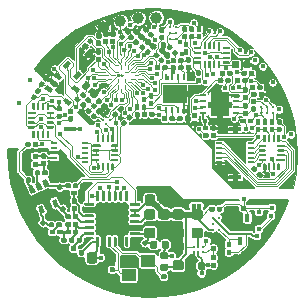
<source format=gtl>
G04 #@! TF.GenerationSoftware,KiCad,Pcbnew,5.0.2-bee76a0~70~ubuntu18.04.1*
G04 #@! TF.CreationDate,2019-05-27T21:37:22+02:00*
G04 #@! TF.ProjectId,mainboard,6d61696e-626f-4617-9264-2e6b69636164,rev?*
G04 #@! TF.SameCoordinates,Original*
G04 #@! TF.FileFunction,Copper,L1,Top*
G04 #@! TF.FilePolarity,Positive*
%FSLAX46Y46*%
G04 Gerber Fmt 4.6, Leading zero omitted, Abs format (unit mm)*
G04 Created by KiCad (PCBNEW 5.0.2-bee76a0~70~ubuntu18.04.1) date Mo 27 Mai 2019 21:37:22 CEST*
%MOMM*%
%LPD*%
G01*
G04 APERTURE LIST*
G04 #@! TA.AperFunction,SMDPad,CuDef*
%ADD10R,0.350000X0.350000*%
G04 #@! TD*
G04 #@! TA.AperFunction,BGAPad,CuDef*
%ADD11C,1.000000*%
G04 #@! TD*
G04 #@! TA.AperFunction,Conductor*
%ADD12C,0.100000*%
G04 #@! TD*
G04 #@! TA.AperFunction,SMDPad,CuDef*
%ADD13C,0.250000*%
G04 #@! TD*
G04 #@! TA.AperFunction,ViaPad*
%ADD14C,0.500000*%
G04 #@! TD*
G04 #@! TA.AperFunction,SMDPad,CuDef*
%ADD15C,2.600000*%
G04 #@! TD*
G04 #@! TA.AperFunction,SMDPad,CuDef*
%ADD16R,0.600000X0.250000*%
G04 #@! TD*
G04 #@! TA.AperFunction,SMDPad,CuDef*
%ADD17R,1.600000X2.000000*%
G04 #@! TD*
G04 #@! TA.AperFunction,SMDPad,CuDef*
%ADD18R,0.250000X0.600000*%
G04 #@! TD*
G04 #@! TA.AperFunction,SMDPad,CuDef*
%ADD19R,2.000000X1.600000*%
G04 #@! TD*
G04 #@! TA.AperFunction,SMDPad,CuDef*
%ADD20R,0.630000X0.230000*%
G04 #@! TD*
G04 #@! TA.AperFunction,SMDPad,CuDef*
%ADD21R,1.100000X0.380000*%
G04 #@! TD*
G04 #@! TA.AperFunction,SMDPad,CuDef*
%ADD22C,0.400000*%
G04 #@! TD*
G04 #@! TA.AperFunction,BGAPad,CuDef*
%ADD23C,0.200000*%
G04 #@! TD*
G04 #@! TA.AperFunction,BGAPad,CuDef*
%ADD24C,0.133000*%
G04 #@! TD*
G04 #@! TA.AperFunction,SMDPad,CuDef*
%ADD25C,0.200000*%
G04 #@! TD*
G04 #@! TA.AperFunction,SMDPad,CuDef*
%ADD26C,0.590000*%
G04 #@! TD*
G04 #@! TA.AperFunction,SMDPad,CuDef*
%ADD27C,0.875000*%
G04 #@! TD*
G04 #@! TA.AperFunction,BGAPad,CuDef*
%ADD28C,0.250000*%
G04 #@! TD*
G04 #@! TA.AperFunction,SMDPad,CuDef*
%ADD29R,1.200000X1.000000*%
G04 #@! TD*
G04 #@! TA.AperFunction,SMDPad,CuDef*
%ADD30C,0.450000*%
G04 #@! TD*
G04 #@! TA.AperFunction,SMDPad,CuDef*
%ADD31R,0.450000X0.700000*%
G04 #@! TD*
G04 #@! TA.AperFunction,ViaPad*
%ADD32C,0.450000*%
G04 #@! TD*
G04 #@! TA.AperFunction,Conductor*
%ADD33C,0.200000*%
G04 #@! TD*
G04 #@! TA.AperFunction,Conductor*
%ADD34C,0.089000*%
G04 #@! TD*
G04 #@! TA.AperFunction,Conductor*
%ADD35C,0.500000*%
G04 #@! TD*
G04 #@! TA.AperFunction,Conductor*
%ADD36C,0.300000*%
G04 #@! TD*
G04 #@! TA.AperFunction,Conductor*
%ADD37C,0.150000*%
G04 #@! TD*
G04 APERTURE END LIST*
D10*
G04 #@! TO.P,D2,2*
G04 #@! TO.N,GNDD*
X120140000Y-86125000D03*
G04 #@! TO.P,D2,1*
G04 #@! TO.N,TAG_EN*
X120140000Y-84675000D03*
G04 #@! TD*
D11*
G04 #@! TO.P,J19,1*
G04 #@! TO.N,VCC*
X107302300Y-68874640D03*
G04 #@! TD*
G04 #@! TO.P,J20,1*
G04 #@! TO.N,GNDD*
X105857040Y-69362320D03*
G04 #@! TD*
G04 #@! TO.P,J18,1*
G04 #@! TO.N,SWCLK*
X108803440Y-68620640D03*
G04 #@! TD*
G04 #@! TO.P,J17,1*
G04 #@! TO.N,SWDIO*
X110332520Y-68585080D03*
G04 #@! TD*
D12*
G04 #@! TO.N,Net-(C2-Pad1)*
G04 #@! TO.C,U1*
G36*
X105018626Y-86725301D02*
X105024693Y-86726201D01*
X105030643Y-86727691D01*
X105036418Y-86729758D01*
X105041962Y-86732380D01*
X105047223Y-86735533D01*
X105052150Y-86739187D01*
X105056694Y-86743306D01*
X105060813Y-86747850D01*
X105064467Y-86752777D01*
X105067620Y-86758038D01*
X105070242Y-86763582D01*
X105072309Y-86769357D01*
X105073799Y-86775307D01*
X105074699Y-86781374D01*
X105075000Y-86787500D01*
X105075000Y-86912500D01*
X105074699Y-86918626D01*
X105073799Y-86924693D01*
X105072309Y-86930643D01*
X105070242Y-86936418D01*
X105067620Y-86941962D01*
X105064467Y-86947223D01*
X105060813Y-86952150D01*
X105056694Y-86956694D01*
X105052150Y-86960813D01*
X105047223Y-86964467D01*
X105041962Y-86967620D01*
X105036418Y-86970242D01*
X105030643Y-86972309D01*
X105024693Y-86973799D01*
X105018626Y-86974699D01*
X105012500Y-86975000D01*
X104312500Y-86975000D01*
X104306374Y-86974699D01*
X104300307Y-86973799D01*
X104294357Y-86972309D01*
X104288582Y-86970242D01*
X104283038Y-86967620D01*
X104277777Y-86964467D01*
X104272850Y-86960813D01*
X104268306Y-86956694D01*
X104264187Y-86952150D01*
X104260533Y-86947223D01*
X104257380Y-86941962D01*
X104254758Y-86936418D01*
X104252691Y-86930643D01*
X104251201Y-86924693D01*
X104250301Y-86918626D01*
X104250000Y-86912500D01*
X104250000Y-86787500D01*
X104250301Y-86781374D01*
X104251201Y-86775307D01*
X104252691Y-86769357D01*
X104254758Y-86763582D01*
X104257380Y-86758038D01*
X104260533Y-86752777D01*
X104264187Y-86747850D01*
X104268306Y-86743306D01*
X104272850Y-86739187D01*
X104277777Y-86735533D01*
X104283038Y-86732380D01*
X104288582Y-86729758D01*
X104294357Y-86727691D01*
X104300307Y-86726201D01*
X104306374Y-86725301D01*
X104312500Y-86725000D01*
X105012500Y-86725000D01*
X105018626Y-86725301D01*
X105018626Y-86725301D01*
G37*
D13*
G04 #@! TD*
G04 #@! TO.P,U1,24*
G04 #@! TO.N,Net-(C2-Pad1)*
X104662500Y-86850000D03*
D12*
G04 #@! TO.N,Net-(C3-Pad2)*
G04 #@! TO.C,U1*
G36*
X105018626Y-86225301D02*
X105024693Y-86226201D01*
X105030643Y-86227691D01*
X105036418Y-86229758D01*
X105041962Y-86232380D01*
X105047223Y-86235533D01*
X105052150Y-86239187D01*
X105056694Y-86243306D01*
X105060813Y-86247850D01*
X105064467Y-86252777D01*
X105067620Y-86258038D01*
X105070242Y-86263582D01*
X105072309Y-86269357D01*
X105073799Y-86275307D01*
X105074699Y-86281374D01*
X105075000Y-86287500D01*
X105075000Y-86412500D01*
X105074699Y-86418626D01*
X105073799Y-86424693D01*
X105072309Y-86430643D01*
X105070242Y-86436418D01*
X105067620Y-86441962D01*
X105064467Y-86447223D01*
X105060813Y-86452150D01*
X105056694Y-86456694D01*
X105052150Y-86460813D01*
X105047223Y-86464467D01*
X105041962Y-86467620D01*
X105036418Y-86470242D01*
X105030643Y-86472309D01*
X105024693Y-86473799D01*
X105018626Y-86474699D01*
X105012500Y-86475000D01*
X104312500Y-86475000D01*
X104306374Y-86474699D01*
X104300307Y-86473799D01*
X104294357Y-86472309D01*
X104288582Y-86470242D01*
X104283038Y-86467620D01*
X104277777Y-86464467D01*
X104272850Y-86460813D01*
X104268306Y-86456694D01*
X104264187Y-86452150D01*
X104260533Y-86447223D01*
X104257380Y-86441962D01*
X104254758Y-86436418D01*
X104252691Y-86430643D01*
X104251201Y-86424693D01*
X104250301Y-86418626D01*
X104250000Y-86412500D01*
X104250000Y-86287500D01*
X104250301Y-86281374D01*
X104251201Y-86275307D01*
X104252691Y-86269357D01*
X104254758Y-86263582D01*
X104257380Y-86258038D01*
X104260533Y-86252777D01*
X104264187Y-86247850D01*
X104268306Y-86243306D01*
X104272850Y-86239187D01*
X104277777Y-86235533D01*
X104283038Y-86232380D01*
X104288582Y-86229758D01*
X104294357Y-86227691D01*
X104300307Y-86226201D01*
X104306374Y-86225301D01*
X104312500Y-86225000D01*
X105012500Y-86225000D01*
X105018626Y-86225301D01*
X105018626Y-86225301D01*
G37*
D13*
G04 #@! TD*
G04 #@! TO.P,U1,23*
G04 #@! TO.N,Net-(C3-Pad2)*
X104662500Y-86350000D03*
D12*
G04 #@! TO.N,Net-(C12-Pad2)*
G04 #@! TO.C,U1*
G36*
X105018626Y-85725301D02*
X105024693Y-85726201D01*
X105030643Y-85727691D01*
X105036418Y-85729758D01*
X105041962Y-85732380D01*
X105047223Y-85735533D01*
X105052150Y-85739187D01*
X105056694Y-85743306D01*
X105060813Y-85747850D01*
X105064467Y-85752777D01*
X105067620Y-85758038D01*
X105070242Y-85763582D01*
X105072309Y-85769357D01*
X105073799Y-85775307D01*
X105074699Y-85781374D01*
X105075000Y-85787500D01*
X105075000Y-85912500D01*
X105074699Y-85918626D01*
X105073799Y-85924693D01*
X105072309Y-85930643D01*
X105070242Y-85936418D01*
X105067620Y-85941962D01*
X105064467Y-85947223D01*
X105060813Y-85952150D01*
X105056694Y-85956694D01*
X105052150Y-85960813D01*
X105047223Y-85964467D01*
X105041962Y-85967620D01*
X105036418Y-85970242D01*
X105030643Y-85972309D01*
X105024693Y-85973799D01*
X105018626Y-85974699D01*
X105012500Y-85975000D01*
X104312500Y-85975000D01*
X104306374Y-85974699D01*
X104300307Y-85973799D01*
X104294357Y-85972309D01*
X104288582Y-85970242D01*
X104283038Y-85967620D01*
X104277777Y-85964467D01*
X104272850Y-85960813D01*
X104268306Y-85956694D01*
X104264187Y-85952150D01*
X104260533Y-85947223D01*
X104257380Y-85941962D01*
X104254758Y-85936418D01*
X104252691Y-85930643D01*
X104251201Y-85924693D01*
X104250301Y-85918626D01*
X104250000Y-85912500D01*
X104250000Y-85787500D01*
X104250301Y-85781374D01*
X104251201Y-85775307D01*
X104252691Y-85769357D01*
X104254758Y-85763582D01*
X104257380Y-85758038D01*
X104260533Y-85752777D01*
X104264187Y-85747850D01*
X104268306Y-85743306D01*
X104272850Y-85739187D01*
X104277777Y-85735533D01*
X104283038Y-85732380D01*
X104288582Y-85729758D01*
X104294357Y-85727691D01*
X104300307Y-85726201D01*
X104306374Y-85725301D01*
X104312500Y-85725000D01*
X105012500Y-85725000D01*
X105018626Y-85725301D01*
X105018626Y-85725301D01*
G37*
D13*
G04 #@! TD*
G04 #@! TO.P,U1,22*
G04 #@! TO.N,Net-(C12-Pad2)*
X104662500Y-85850000D03*
D12*
G04 #@! TO.N,Net-(C17-Pad1)*
G04 #@! TO.C,U1*
G36*
X105018626Y-85225301D02*
X105024693Y-85226201D01*
X105030643Y-85227691D01*
X105036418Y-85229758D01*
X105041962Y-85232380D01*
X105047223Y-85235533D01*
X105052150Y-85239187D01*
X105056694Y-85243306D01*
X105060813Y-85247850D01*
X105064467Y-85252777D01*
X105067620Y-85258038D01*
X105070242Y-85263582D01*
X105072309Y-85269357D01*
X105073799Y-85275307D01*
X105074699Y-85281374D01*
X105075000Y-85287500D01*
X105075000Y-85412500D01*
X105074699Y-85418626D01*
X105073799Y-85424693D01*
X105072309Y-85430643D01*
X105070242Y-85436418D01*
X105067620Y-85441962D01*
X105064467Y-85447223D01*
X105060813Y-85452150D01*
X105056694Y-85456694D01*
X105052150Y-85460813D01*
X105047223Y-85464467D01*
X105041962Y-85467620D01*
X105036418Y-85470242D01*
X105030643Y-85472309D01*
X105024693Y-85473799D01*
X105018626Y-85474699D01*
X105012500Y-85475000D01*
X104312500Y-85475000D01*
X104306374Y-85474699D01*
X104300307Y-85473799D01*
X104294357Y-85472309D01*
X104288582Y-85470242D01*
X104283038Y-85467620D01*
X104277777Y-85464467D01*
X104272850Y-85460813D01*
X104268306Y-85456694D01*
X104264187Y-85452150D01*
X104260533Y-85447223D01*
X104257380Y-85441962D01*
X104254758Y-85436418D01*
X104252691Y-85430643D01*
X104251201Y-85424693D01*
X104250301Y-85418626D01*
X104250000Y-85412500D01*
X104250000Y-85287500D01*
X104250301Y-85281374D01*
X104251201Y-85275307D01*
X104252691Y-85269357D01*
X104254758Y-85263582D01*
X104257380Y-85258038D01*
X104260533Y-85252777D01*
X104264187Y-85247850D01*
X104268306Y-85243306D01*
X104272850Y-85239187D01*
X104277777Y-85235533D01*
X104283038Y-85232380D01*
X104288582Y-85229758D01*
X104294357Y-85227691D01*
X104300307Y-85226201D01*
X104306374Y-85225301D01*
X104312500Y-85225000D01*
X105012500Y-85225000D01*
X105018626Y-85225301D01*
X105018626Y-85225301D01*
G37*
D13*
G04 #@! TD*
G04 #@! TO.P,U1,21*
G04 #@! TO.N,Net-(C17-Pad1)*
X104662500Y-85350000D03*
D12*
G04 #@! TO.N,GNDD*
G04 #@! TO.C,U1*
G36*
X105018626Y-84725301D02*
X105024693Y-84726201D01*
X105030643Y-84727691D01*
X105036418Y-84729758D01*
X105041962Y-84732380D01*
X105047223Y-84735533D01*
X105052150Y-84739187D01*
X105056694Y-84743306D01*
X105060813Y-84747850D01*
X105064467Y-84752777D01*
X105067620Y-84758038D01*
X105070242Y-84763582D01*
X105072309Y-84769357D01*
X105073799Y-84775307D01*
X105074699Y-84781374D01*
X105075000Y-84787500D01*
X105075000Y-84912500D01*
X105074699Y-84918626D01*
X105073799Y-84924693D01*
X105072309Y-84930643D01*
X105070242Y-84936418D01*
X105067620Y-84941962D01*
X105064467Y-84947223D01*
X105060813Y-84952150D01*
X105056694Y-84956694D01*
X105052150Y-84960813D01*
X105047223Y-84964467D01*
X105041962Y-84967620D01*
X105036418Y-84970242D01*
X105030643Y-84972309D01*
X105024693Y-84973799D01*
X105018626Y-84974699D01*
X105012500Y-84975000D01*
X104312500Y-84975000D01*
X104306374Y-84974699D01*
X104300307Y-84973799D01*
X104294357Y-84972309D01*
X104288582Y-84970242D01*
X104283038Y-84967620D01*
X104277777Y-84964467D01*
X104272850Y-84960813D01*
X104268306Y-84956694D01*
X104264187Y-84952150D01*
X104260533Y-84947223D01*
X104257380Y-84941962D01*
X104254758Y-84936418D01*
X104252691Y-84930643D01*
X104251201Y-84924693D01*
X104250301Y-84918626D01*
X104250000Y-84912500D01*
X104250000Y-84787500D01*
X104250301Y-84781374D01*
X104251201Y-84775307D01*
X104252691Y-84769357D01*
X104254758Y-84763582D01*
X104257380Y-84758038D01*
X104260533Y-84752777D01*
X104264187Y-84747850D01*
X104268306Y-84743306D01*
X104272850Y-84739187D01*
X104277777Y-84735533D01*
X104283038Y-84732380D01*
X104288582Y-84729758D01*
X104294357Y-84727691D01*
X104300307Y-84726201D01*
X104306374Y-84725301D01*
X104312500Y-84725000D01*
X105012500Y-84725000D01*
X105018626Y-84725301D01*
X105018626Y-84725301D01*
G37*
D13*
G04 #@! TD*
G04 #@! TO.P,U1,20*
G04 #@! TO.N,GNDD*
X104662500Y-84850000D03*
D12*
G04 #@! TO.N,RF_CS*
G04 #@! TO.C,U1*
G36*
X105018626Y-84225301D02*
X105024693Y-84226201D01*
X105030643Y-84227691D01*
X105036418Y-84229758D01*
X105041962Y-84232380D01*
X105047223Y-84235533D01*
X105052150Y-84239187D01*
X105056694Y-84243306D01*
X105060813Y-84247850D01*
X105064467Y-84252777D01*
X105067620Y-84258038D01*
X105070242Y-84263582D01*
X105072309Y-84269357D01*
X105073799Y-84275307D01*
X105074699Y-84281374D01*
X105075000Y-84287500D01*
X105075000Y-84412500D01*
X105074699Y-84418626D01*
X105073799Y-84424693D01*
X105072309Y-84430643D01*
X105070242Y-84436418D01*
X105067620Y-84441962D01*
X105064467Y-84447223D01*
X105060813Y-84452150D01*
X105056694Y-84456694D01*
X105052150Y-84460813D01*
X105047223Y-84464467D01*
X105041962Y-84467620D01*
X105036418Y-84470242D01*
X105030643Y-84472309D01*
X105024693Y-84473799D01*
X105018626Y-84474699D01*
X105012500Y-84475000D01*
X104312500Y-84475000D01*
X104306374Y-84474699D01*
X104300307Y-84473799D01*
X104294357Y-84472309D01*
X104288582Y-84470242D01*
X104283038Y-84467620D01*
X104277777Y-84464467D01*
X104272850Y-84460813D01*
X104268306Y-84456694D01*
X104264187Y-84452150D01*
X104260533Y-84447223D01*
X104257380Y-84441962D01*
X104254758Y-84436418D01*
X104252691Y-84430643D01*
X104251201Y-84424693D01*
X104250301Y-84418626D01*
X104250000Y-84412500D01*
X104250000Y-84287500D01*
X104250301Y-84281374D01*
X104251201Y-84275307D01*
X104252691Y-84269357D01*
X104254758Y-84263582D01*
X104257380Y-84258038D01*
X104260533Y-84252777D01*
X104264187Y-84247850D01*
X104268306Y-84243306D01*
X104272850Y-84239187D01*
X104277777Y-84235533D01*
X104283038Y-84232380D01*
X104288582Y-84229758D01*
X104294357Y-84227691D01*
X104300307Y-84226201D01*
X104306374Y-84225301D01*
X104312500Y-84225000D01*
X105012500Y-84225000D01*
X105018626Y-84225301D01*
X105018626Y-84225301D01*
G37*
D13*
G04 #@! TD*
G04 #@! TO.P,U1,19*
G04 #@! TO.N,RF_CS*
X104662500Y-84350000D03*
D12*
G04 #@! TO.N,RF_SCK*
G04 #@! TO.C,U1*
G36*
X105418626Y-83250301D02*
X105424693Y-83251201D01*
X105430643Y-83252691D01*
X105436418Y-83254758D01*
X105441962Y-83257380D01*
X105447223Y-83260533D01*
X105452150Y-83264187D01*
X105456694Y-83268306D01*
X105460813Y-83272850D01*
X105464467Y-83277777D01*
X105467620Y-83283038D01*
X105470242Y-83288582D01*
X105472309Y-83294357D01*
X105473799Y-83300307D01*
X105474699Y-83306374D01*
X105475000Y-83312500D01*
X105475000Y-84012500D01*
X105474699Y-84018626D01*
X105473799Y-84024693D01*
X105472309Y-84030643D01*
X105470242Y-84036418D01*
X105467620Y-84041962D01*
X105464467Y-84047223D01*
X105460813Y-84052150D01*
X105456694Y-84056694D01*
X105452150Y-84060813D01*
X105447223Y-84064467D01*
X105441962Y-84067620D01*
X105436418Y-84070242D01*
X105430643Y-84072309D01*
X105424693Y-84073799D01*
X105418626Y-84074699D01*
X105412500Y-84075000D01*
X105287500Y-84075000D01*
X105281374Y-84074699D01*
X105275307Y-84073799D01*
X105269357Y-84072309D01*
X105263582Y-84070242D01*
X105258038Y-84067620D01*
X105252777Y-84064467D01*
X105247850Y-84060813D01*
X105243306Y-84056694D01*
X105239187Y-84052150D01*
X105235533Y-84047223D01*
X105232380Y-84041962D01*
X105229758Y-84036418D01*
X105227691Y-84030643D01*
X105226201Y-84024693D01*
X105225301Y-84018626D01*
X105225000Y-84012500D01*
X105225000Y-83312500D01*
X105225301Y-83306374D01*
X105226201Y-83300307D01*
X105227691Y-83294357D01*
X105229758Y-83288582D01*
X105232380Y-83283038D01*
X105235533Y-83277777D01*
X105239187Y-83272850D01*
X105243306Y-83268306D01*
X105247850Y-83264187D01*
X105252777Y-83260533D01*
X105258038Y-83257380D01*
X105263582Y-83254758D01*
X105269357Y-83252691D01*
X105275307Y-83251201D01*
X105281374Y-83250301D01*
X105287500Y-83250000D01*
X105412500Y-83250000D01*
X105418626Y-83250301D01*
X105418626Y-83250301D01*
G37*
D13*
G04 #@! TD*
G04 #@! TO.P,U1,18*
G04 #@! TO.N,RF_SCK*
X105350000Y-83662500D03*
D12*
G04 #@! TO.N,RF_MOSI*
G04 #@! TO.C,U1*
G36*
X105918626Y-83250301D02*
X105924693Y-83251201D01*
X105930643Y-83252691D01*
X105936418Y-83254758D01*
X105941962Y-83257380D01*
X105947223Y-83260533D01*
X105952150Y-83264187D01*
X105956694Y-83268306D01*
X105960813Y-83272850D01*
X105964467Y-83277777D01*
X105967620Y-83283038D01*
X105970242Y-83288582D01*
X105972309Y-83294357D01*
X105973799Y-83300307D01*
X105974699Y-83306374D01*
X105975000Y-83312500D01*
X105975000Y-84012500D01*
X105974699Y-84018626D01*
X105973799Y-84024693D01*
X105972309Y-84030643D01*
X105970242Y-84036418D01*
X105967620Y-84041962D01*
X105964467Y-84047223D01*
X105960813Y-84052150D01*
X105956694Y-84056694D01*
X105952150Y-84060813D01*
X105947223Y-84064467D01*
X105941962Y-84067620D01*
X105936418Y-84070242D01*
X105930643Y-84072309D01*
X105924693Y-84073799D01*
X105918626Y-84074699D01*
X105912500Y-84075000D01*
X105787500Y-84075000D01*
X105781374Y-84074699D01*
X105775307Y-84073799D01*
X105769357Y-84072309D01*
X105763582Y-84070242D01*
X105758038Y-84067620D01*
X105752777Y-84064467D01*
X105747850Y-84060813D01*
X105743306Y-84056694D01*
X105739187Y-84052150D01*
X105735533Y-84047223D01*
X105732380Y-84041962D01*
X105729758Y-84036418D01*
X105727691Y-84030643D01*
X105726201Y-84024693D01*
X105725301Y-84018626D01*
X105725000Y-84012500D01*
X105725000Y-83312500D01*
X105725301Y-83306374D01*
X105726201Y-83300307D01*
X105727691Y-83294357D01*
X105729758Y-83288582D01*
X105732380Y-83283038D01*
X105735533Y-83277777D01*
X105739187Y-83272850D01*
X105743306Y-83268306D01*
X105747850Y-83264187D01*
X105752777Y-83260533D01*
X105758038Y-83257380D01*
X105763582Y-83254758D01*
X105769357Y-83252691D01*
X105775307Y-83251201D01*
X105781374Y-83250301D01*
X105787500Y-83250000D01*
X105912500Y-83250000D01*
X105918626Y-83250301D01*
X105918626Y-83250301D01*
G37*
D13*
G04 #@! TD*
G04 #@! TO.P,U1,17*
G04 #@! TO.N,RF_MOSI*
X105850000Y-83662500D03*
D12*
G04 #@! TO.N,RF_MISO*
G04 #@! TO.C,U1*
G36*
X106418626Y-83250301D02*
X106424693Y-83251201D01*
X106430643Y-83252691D01*
X106436418Y-83254758D01*
X106441962Y-83257380D01*
X106447223Y-83260533D01*
X106452150Y-83264187D01*
X106456694Y-83268306D01*
X106460813Y-83272850D01*
X106464467Y-83277777D01*
X106467620Y-83283038D01*
X106470242Y-83288582D01*
X106472309Y-83294357D01*
X106473799Y-83300307D01*
X106474699Y-83306374D01*
X106475000Y-83312500D01*
X106475000Y-84012500D01*
X106474699Y-84018626D01*
X106473799Y-84024693D01*
X106472309Y-84030643D01*
X106470242Y-84036418D01*
X106467620Y-84041962D01*
X106464467Y-84047223D01*
X106460813Y-84052150D01*
X106456694Y-84056694D01*
X106452150Y-84060813D01*
X106447223Y-84064467D01*
X106441962Y-84067620D01*
X106436418Y-84070242D01*
X106430643Y-84072309D01*
X106424693Y-84073799D01*
X106418626Y-84074699D01*
X106412500Y-84075000D01*
X106287500Y-84075000D01*
X106281374Y-84074699D01*
X106275307Y-84073799D01*
X106269357Y-84072309D01*
X106263582Y-84070242D01*
X106258038Y-84067620D01*
X106252777Y-84064467D01*
X106247850Y-84060813D01*
X106243306Y-84056694D01*
X106239187Y-84052150D01*
X106235533Y-84047223D01*
X106232380Y-84041962D01*
X106229758Y-84036418D01*
X106227691Y-84030643D01*
X106226201Y-84024693D01*
X106225301Y-84018626D01*
X106225000Y-84012500D01*
X106225000Y-83312500D01*
X106225301Y-83306374D01*
X106226201Y-83300307D01*
X106227691Y-83294357D01*
X106229758Y-83288582D01*
X106232380Y-83283038D01*
X106235533Y-83277777D01*
X106239187Y-83272850D01*
X106243306Y-83268306D01*
X106247850Y-83264187D01*
X106252777Y-83260533D01*
X106258038Y-83257380D01*
X106263582Y-83254758D01*
X106269357Y-83252691D01*
X106275307Y-83251201D01*
X106281374Y-83250301D01*
X106287500Y-83250000D01*
X106412500Y-83250000D01*
X106418626Y-83250301D01*
X106418626Y-83250301D01*
G37*
D13*
G04 #@! TD*
G04 #@! TO.P,U1,16*
G04 #@! TO.N,RF_MISO*
X106350000Y-83662500D03*
D12*
G04 #@! TO.N,RF_RST*
G04 #@! TO.C,U1*
G36*
X106918626Y-83250301D02*
X106924693Y-83251201D01*
X106930643Y-83252691D01*
X106936418Y-83254758D01*
X106941962Y-83257380D01*
X106947223Y-83260533D01*
X106952150Y-83264187D01*
X106956694Y-83268306D01*
X106960813Y-83272850D01*
X106964467Y-83277777D01*
X106967620Y-83283038D01*
X106970242Y-83288582D01*
X106972309Y-83294357D01*
X106973799Y-83300307D01*
X106974699Y-83306374D01*
X106975000Y-83312500D01*
X106975000Y-84012500D01*
X106974699Y-84018626D01*
X106973799Y-84024693D01*
X106972309Y-84030643D01*
X106970242Y-84036418D01*
X106967620Y-84041962D01*
X106964467Y-84047223D01*
X106960813Y-84052150D01*
X106956694Y-84056694D01*
X106952150Y-84060813D01*
X106947223Y-84064467D01*
X106941962Y-84067620D01*
X106936418Y-84070242D01*
X106930643Y-84072309D01*
X106924693Y-84073799D01*
X106918626Y-84074699D01*
X106912500Y-84075000D01*
X106787500Y-84075000D01*
X106781374Y-84074699D01*
X106775307Y-84073799D01*
X106769357Y-84072309D01*
X106763582Y-84070242D01*
X106758038Y-84067620D01*
X106752777Y-84064467D01*
X106747850Y-84060813D01*
X106743306Y-84056694D01*
X106739187Y-84052150D01*
X106735533Y-84047223D01*
X106732380Y-84041962D01*
X106729758Y-84036418D01*
X106727691Y-84030643D01*
X106726201Y-84024693D01*
X106725301Y-84018626D01*
X106725000Y-84012500D01*
X106725000Y-83312500D01*
X106725301Y-83306374D01*
X106726201Y-83300307D01*
X106727691Y-83294357D01*
X106729758Y-83288582D01*
X106732380Y-83283038D01*
X106735533Y-83277777D01*
X106739187Y-83272850D01*
X106743306Y-83268306D01*
X106747850Y-83264187D01*
X106752777Y-83260533D01*
X106758038Y-83257380D01*
X106763582Y-83254758D01*
X106769357Y-83252691D01*
X106775307Y-83251201D01*
X106781374Y-83250301D01*
X106787500Y-83250000D01*
X106912500Y-83250000D01*
X106918626Y-83250301D01*
X106918626Y-83250301D01*
G37*
D13*
G04 #@! TD*
G04 #@! TO.P,U1,15*
G04 #@! TO.N,RF_RST*
X106850000Y-83662500D03*
D12*
G04 #@! TO.N,RF_BUSY*
G04 #@! TO.C,U1*
G36*
X107418626Y-83250301D02*
X107424693Y-83251201D01*
X107430643Y-83252691D01*
X107436418Y-83254758D01*
X107441962Y-83257380D01*
X107447223Y-83260533D01*
X107452150Y-83264187D01*
X107456694Y-83268306D01*
X107460813Y-83272850D01*
X107464467Y-83277777D01*
X107467620Y-83283038D01*
X107470242Y-83288582D01*
X107472309Y-83294357D01*
X107473799Y-83300307D01*
X107474699Y-83306374D01*
X107475000Y-83312500D01*
X107475000Y-84012500D01*
X107474699Y-84018626D01*
X107473799Y-84024693D01*
X107472309Y-84030643D01*
X107470242Y-84036418D01*
X107467620Y-84041962D01*
X107464467Y-84047223D01*
X107460813Y-84052150D01*
X107456694Y-84056694D01*
X107452150Y-84060813D01*
X107447223Y-84064467D01*
X107441962Y-84067620D01*
X107436418Y-84070242D01*
X107430643Y-84072309D01*
X107424693Y-84073799D01*
X107418626Y-84074699D01*
X107412500Y-84075000D01*
X107287500Y-84075000D01*
X107281374Y-84074699D01*
X107275307Y-84073799D01*
X107269357Y-84072309D01*
X107263582Y-84070242D01*
X107258038Y-84067620D01*
X107252777Y-84064467D01*
X107247850Y-84060813D01*
X107243306Y-84056694D01*
X107239187Y-84052150D01*
X107235533Y-84047223D01*
X107232380Y-84041962D01*
X107229758Y-84036418D01*
X107227691Y-84030643D01*
X107226201Y-84024693D01*
X107225301Y-84018626D01*
X107225000Y-84012500D01*
X107225000Y-83312500D01*
X107225301Y-83306374D01*
X107226201Y-83300307D01*
X107227691Y-83294357D01*
X107229758Y-83288582D01*
X107232380Y-83283038D01*
X107235533Y-83277777D01*
X107239187Y-83272850D01*
X107243306Y-83268306D01*
X107247850Y-83264187D01*
X107252777Y-83260533D01*
X107258038Y-83257380D01*
X107263582Y-83254758D01*
X107269357Y-83252691D01*
X107275307Y-83251201D01*
X107281374Y-83250301D01*
X107287500Y-83250000D01*
X107412500Y-83250000D01*
X107418626Y-83250301D01*
X107418626Y-83250301D01*
G37*
D13*
G04 #@! TD*
G04 #@! TO.P,U1,14*
G04 #@! TO.N,RF_BUSY*
X107350000Y-83662500D03*
D12*
G04 #@! TO.N,Net-(U1-Pad13)*
G04 #@! TO.C,U1*
G36*
X107918626Y-83250301D02*
X107924693Y-83251201D01*
X107930643Y-83252691D01*
X107936418Y-83254758D01*
X107941962Y-83257380D01*
X107947223Y-83260533D01*
X107952150Y-83264187D01*
X107956694Y-83268306D01*
X107960813Y-83272850D01*
X107964467Y-83277777D01*
X107967620Y-83283038D01*
X107970242Y-83288582D01*
X107972309Y-83294357D01*
X107973799Y-83300307D01*
X107974699Y-83306374D01*
X107975000Y-83312500D01*
X107975000Y-84012500D01*
X107974699Y-84018626D01*
X107973799Y-84024693D01*
X107972309Y-84030643D01*
X107970242Y-84036418D01*
X107967620Y-84041962D01*
X107964467Y-84047223D01*
X107960813Y-84052150D01*
X107956694Y-84056694D01*
X107952150Y-84060813D01*
X107947223Y-84064467D01*
X107941962Y-84067620D01*
X107936418Y-84070242D01*
X107930643Y-84072309D01*
X107924693Y-84073799D01*
X107918626Y-84074699D01*
X107912500Y-84075000D01*
X107787500Y-84075000D01*
X107781374Y-84074699D01*
X107775307Y-84073799D01*
X107769357Y-84072309D01*
X107763582Y-84070242D01*
X107758038Y-84067620D01*
X107752777Y-84064467D01*
X107747850Y-84060813D01*
X107743306Y-84056694D01*
X107739187Y-84052150D01*
X107735533Y-84047223D01*
X107732380Y-84041962D01*
X107729758Y-84036418D01*
X107727691Y-84030643D01*
X107726201Y-84024693D01*
X107725301Y-84018626D01*
X107725000Y-84012500D01*
X107725000Y-83312500D01*
X107725301Y-83306374D01*
X107726201Y-83300307D01*
X107727691Y-83294357D01*
X107729758Y-83288582D01*
X107732380Y-83283038D01*
X107735533Y-83277777D01*
X107739187Y-83272850D01*
X107743306Y-83268306D01*
X107747850Y-83264187D01*
X107752777Y-83260533D01*
X107758038Y-83257380D01*
X107763582Y-83254758D01*
X107769357Y-83252691D01*
X107775307Y-83251201D01*
X107781374Y-83250301D01*
X107787500Y-83250000D01*
X107912500Y-83250000D01*
X107918626Y-83250301D01*
X107918626Y-83250301D01*
G37*
D13*
G04 #@! TD*
G04 #@! TO.P,U1,13*
G04 #@! TO.N,Net-(U1-Pad13)*
X107850000Y-83662500D03*
D12*
G04 #@! TO.N,DIO2*
G04 #@! TO.C,U1*
G36*
X108893626Y-84225301D02*
X108899693Y-84226201D01*
X108905643Y-84227691D01*
X108911418Y-84229758D01*
X108916962Y-84232380D01*
X108922223Y-84235533D01*
X108927150Y-84239187D01*
X108931694Y-84243306D01*
X108935813Y-84247850D01*
X108939467Y-84252777D01*
X108942620Y-84258038D01*
X108945242Y-84263582D01*
X108947309Y-84269357D01*
X108948799Y-84275307D01*
X108949699Y-84281374D01*
X108950000Y-84287500D01*
X108950000Y-84412500D01*
X108949699Y-84418626D01*
X108948799Y-84424693D01*
X108947309Y-84430643D01*
X108945242Y-84436418D01*
X108942620Y-84441962D01*
X108939467Y-84447223D01*
X108935813Y-84452150D01*
X108931694Y-84456694D01*
X108927150Y-84460813D01*
X108922223Y-84464467D01*
X108916962Y-84467620D01*
X108911418Y-84470242D01*
X108905643Y-84472309D01*
X108899693Y-84473799D01*
X108893626Y-84474699D01*
X108887500Y-84475000D01*
X108187500Y-84475000D01*
X108181374Y-84474699D01*
X108175307Y-84473799D01*
X108169357Y-84472309D01*
X108163582Y-84470242D01*
X108158038Y-84467620D01*
X108152777Y-84464467D01*
X108147850Y-84460813D01*
X108143306Y-84456694D01*
X108139187Y-84452150D01*
X108135533Y-84447223D01*
X108132380Y-84441962D01*
X108129758Y-84436418D01*
X108127691Y-84430643D01*
X108126201Y-84424693D01*
X108125301Y-84418626D01*
X108125000Y-84412500D01*
X108125000Y-84287500D01*
X108125301Y-84281374D01*
X108126201Y-84275307D01*
X108127691Y-84269357D01*
X108129758Y-84263582D01*
X108132380Y-84258038D01*
X108135533Y-84252777D01*
X108139187Y-84247850D01*
X108143306Y-84243306D01*
X108147850Y-84239187D01*
X108152777Y-84235533D01*
X108158038Y-84232380D01*
X108163582Y-84229758D01*
X108169357Y-84227691D01*
X108175307Y-84226201D01*
X108181374Y-84225301D01*
X108187500Y-84225000D01*
X108887500Y-84225000D01*
X108893626Y-84225301D01*
X108893626Y-84225301D01*
G37*
D13*
G04 #@! TD*
G04 #@! TO.P,U1,12*
G04 #@! TO.N,DIO2*
X108537500Y-84350000D03*
D12*
G04 #@! TO.N,VCC*
G04 #@! TO.C,U1*
G36*
X108893626Y-84725301D02*
X108899693Y-84726201D01*
X108905643Y-84727691D01*
X108911418Y-84729758D01*
X108916962Y-84732380D01*
X108922223Y-84735533D01*
X108927150Y-84739187D01*
X108931694Y-84743306D01*
X108935813Y-84747850D01*
X108939467Y-84752777D01*
X108942620Y-84758038D01*
X108945242Y-84763582D01*
X108947309Y-84769357D01*
X108948799Y-84775307D01*
X108949699Y-84781374D01*
X108950000Y-84787500D01*
X108950000Y-84912500D01*
X108949699Y-84918626D01*
X108948799Y-84924693D01*
X108947309Y-84930643D01*
X108945242Y-84936418D01*
X108942620Y-84941962D01*
X108939467Y-84947223D01*
X108935813Y-84952150D01*
X108931694Y-84956694D01*
X108927150Y-84960813D01*
X108922223Y-84964467D01*
X108916962Y-84967620D01*
X108911418Y-84970242D01*
X108905643Y-84972309D01*
X108899693Y-84973799D01*
X108893626Y-84974699D01*
X108887500Y-84975000D01*
X108187500Y-84975000D01*
X108181374Y-84974699D01*
X108175307Y-84973799D01*
X108169357Y-84972309D01*
X108163582Y-84970242D01*
X108158038Y-84967620D01*
X108152777Y-84964467D01*
X108147850Y-84960813D01*
X108143306Y-84956694D01*
X108139187Y-84952150D01*
X108135533Y-84947223D01*
X108132380Y-84941962D01*
X108129758Y-84936418D01*
X108127691Y-84930643D01*
X108126201Y-84924693D01*
X108125301Y-84918626D01*
X108125000Y-84912500D01*
X108125000Y-84787500D01*
X108125301Y-84781374D01*
X108126201Y-84775307D01*
X108127691Y-84769357D01*
X108129758Y-84763582D01*
X108132380Y-84758038D01*
X108135533Y-84752777D01*
X108139187Y-84747850D01*
X108143306Y-84743306D01*
X108147850Y-84739187D01*
X108152777Y-84735533D01*
X108158038Y-84732380D01*
X108163582Y-84729758D01*
X108169357Y-84727691D01*
X108175307Y-84726201D01*
X108181374Y-84725301D01*
X108187500Y-84725000D01*
X108887500Y-84725000D01*
X108893626Y-84725301D01*
X108893626Y-84725301D01*
G37*
D13*
G04 #@! TD*
G04 #@! TO.P,U1,11*
G04 #@! TO.N,VCC*
X108537500Y-84850000D03*
D12*
G04 #@! TO.N,VCC*
G04 #@! TO.C,U1*
G36*
X108893626Y-85225301D02*
X108899693Y-85226201D01*
X108905643Y-85227691D01*
X108911418Y-85229758D01*
X108916962Y-85232380D01*
X108922223Y-85235533D01*
X108927150Y-85239187D01*
X108931694Y-85243306D01*
X108935813Y-85247850D01*
X108939467Y-85252777D01*
X108942620Y-85258038D01*
X108945242Y-85263582D01*
X108947309Y-85269357D01*
X108948799Y-85275307D01*
X108949699Y-85281374D01*
X108950000Y-85287500D01*
X108950000Y-85412500D01*
X108949699Y-85418626D01*
X108948799Y-85424693D01*
X108947309Y-85430643D01*
X108945242Y-85436418D01*
X108942620Y-85441962D01*
X108939467Y-85447223D01*
X108935813Y-85452150D01*
X108931694Y-85456694D01*
X108927150Y-85460813D01*
X108922223Y-85464467D01*
X108916962Y-85467620D01*
X108911418Y-85470242D01*
X108905643Y-85472309D01*
X108899693Y-85473799D01*
X108893626Y-85474699D01*
X108887500Y-85475000D01*
X108187500Y-85475000D01*
X108181374Y-85474699D01*
X108175307Y-85473799D01*
X108169357Y-85472309D01*
X108163582Y-85470242D01*
X108158038Y-85467620D01*
X108152777Y-85464467D01*
X108147850Y-85460813D01*
X108143306Y-85456694D01*
X108139187Y-85452150D01*
X108135533Y-85447223D01*
X108132380Y-85441962D01*
X108129758Y-85436418D01*
X108127691Y-85430643D01*
X108126201Y-85424693D01*
X108125301Y-85418626D01*
X108125000Y-85412500D01*
X108125000Y-85287500D01*
X108125301Y-85281374D01*
X108126201Y-85275307D01*
X108127691Y-85269357D01*
X108129758Y-85263582D01*
X108132380Y-85258038D01*
X108135533Y-85252777D01*
X108139187Y-85247850D01*
X108143306Y-85243306D01*
X108147850Y-85239187D01*
X108152777Y-85235533D01*
X108158038Y-85232380D01*
X108163582Y-85229758D01*
X108169357Y-85227691D01*
X108175307Y-85226201D01*
X108181374Y-85225301D01*
X108187500Y-85225000D01*
X108887500Y-85225000D01*
X108893626Y-85225301D01*
X108893626Y-85225301D01*
G37*
D13*
G04 #@! TD*
G04 #@! TO.P,U1,10*
G04 #@! TO.N,VCC*
X108537500Y-85350000D03*
D12*
G04 #@! TO.N,Net-(L5-Pad2)*
G04 #@! TO.C,U1*
G36*
X108893626Y-85725301D02*
X108899693Y-85726201D01*
X108905643Y-85727691D01*
X108911418Y-85729758D01*
X108916962Y-85732380D01*
X108922223Y-85735533D01*
X108927150Y-85739187D01*
X108931694Y-85743306D01*
X108935813Y-85747850D01*
X108939467Y-85752777D01*
X108942620Y-85758038D01*
X108945242Y-85763582D01*
X108947309Y-85769357D01*
X108948799Y-85775307D01*
X108949699Y-85781374D01*
X108950000Y-85787500D01*
X108950000Y-85912500D01*
X108949699Y-85918626D01*
X108948799Y-85924693D01*
X108947309Y-85930643D01*
X108945242Y-85936418D01*
X108942620Y-85941962D01*
X108939467Y-85947223D01*
X108935813Y-85952150D01*
X108931694Y-85956694D01*
X108927150Y-85960813D01*
X108922223Y-85964467D01*
X108916962Y-85967620D01*
X108911418Y-85970242D01*
X108905643Y-85972309D01*
X108899693Y-85973799D01*
X108893626Y-85974699D01*
X108887500Y-85975000D01*
X108187500Y-85975000D01*
X108181374Y-85974699D01*
X108175307Y-85973799D01*
X108169357Y-85972309D01*
X108163582Y-85970242D01*
X108158038Y-85967620D01*
X108152777Y-85964467D01*
X108147850Y-85960813D01*
X108143306Y-85956694D01*
X108139187Y-85952150D01*
X108135533Y-85947223D01*
X108132380Y-85941962D01*
X108129758Y-85936418D01*
X108127691Y-85930643D01*
X108126201Y-85924693D01*
X108125301Y-85918626D01*
X108125000Y-85912500D01*
X108125000Y-85787500D01*
X108125301Y-85781374D01*
X108126201Y-85775307D01*
X108127691Y-85769357D01*
X108129758Y-85763582D01*
X108132380Y-85758038D01*
X108135533Y-85752777D01*
X108139187Y-85747850D01*
X108143306Y-85743306D01*
X108147850Y-85739187D01*
X108152777Y-85735533D01*
X108158038Y-85732380D01*
X108163582Y-85729758D01*
X108169357Y-85727691D01*
X108175307Y-85726201D01*
X108181374Y-85725301D01*
X108187500Y-85725000D01*
X108887500Y-85725000D01*
X108893626Y-85725301D01*
X108893626Y-85725301D01*
G37*
D13*
G04 #@! TD*
G04 #@! TO.P,U1,9*
G04 #@! TO.N,Net-(L5-Pad2)*
X108537500Y-85850000D03*
D12*
G04 #@! TO.N,GNDD*
G04 #@! TO.C,U1*
G36*
X108893626Y-86225301D02*
X108899693Y-86226201D01*
X108905643Y-86227691D01*
X108911418Y-86229758D01*
X108916962Y-86232380D01*
X108922223Y-86235533D01*
X108927150Y-86239187D01*
X108931694Y-86243306D01*
X108935813Y-86247850D01*
X108939467Y-86252777D01*
X108942620Y-86258038D01*
X108945242Y-86263582D01*
X108947309Y-86269357D01*
X108948799Y-86275307D01*
X108949699Y-86281374D01*
X108950000Y-86287500D01*
X108950000Y-86412500D01*
X108949699Y-86418626D01*
X108948799Y-86424693D01*
X108947309Y-86430643D01*
X108945242Y-86436418D01*
X108942620Y-86441962D01*
X108939467Y-86447223D01*
X108935813Y-86452150D01*
X108931694Y-86456694D01*
X108927150Y-86460813D01*
X108922223Y-86464467D01*
X108916962Y-86467620D01*
X108911418Y-86470242D01*
X108905643Y-86472309D01*
X108899693Y-86473799D01*
X108893626Y-86474699D01*
X108887500Y-86475000D01*
X108187500Y-86475000D01*
X108181374Y-86474699D01*
X108175307Y-86473799D01*
X108169357Y-86472309D01*
X108163582Y-86470242D01*
X108158038Y-86467620D01*
X108152777Y-86464467D01*
X108147850Y-86460813D01*
X108143306Y-86456694D01*
X108139187Y-86452150D01*
X108135533Y-86447223D01*
X108132380Y-86441962D01*
X108129758Y-86436418D01*
X108127691Y-86430643D01*
X108126201Y-86424693D01*
X108125301Y-86418626D01*
X108125000Y-86412500D01*
X108125000Y-86287500D01*
X108125301Y-86281374D01*
X108126201Y-86275307D01*
X108127691Y-86269357D01*
X108129758Y-86263582D01*
X108132380Y-86258038D01*
X108135533Y-86252777D01*
X108139187Y-86247850D01*
X108143306Y-86243306D01*
X108147850Y-86239187D01*
X108152777Y-86235533D01*
X108158038Y-86232380D01*
X108163582Y-86229758D01*
X108169357Y-86227691D01*
X108175307Y-86226201D01*
X108181374Y-86225301D01*
X108187500Y-86225000D01*
X108887500Y-86225000D01*
X108893626Y-86225301D01*
X108893626Y-86225301D01*
G37*
D13*
G04 #@! TD*
G04 #@! TO.P,U1,8*
G04 #@! TO.N,GNDD*
X108537500Y-86350000D03*
D12*
G04 #@! TO.N,Net-(C9-Pad1)*
G04 #@! TO.C,U1*
G36*
X108893626Y-86725301D02*
X108899693Y-86726201D01*
X108905643Y-86727691D01*
X108911418Y-86729758D01*
X108916962Y-86732380D01*
X108922223Y-86735533D01*
X108927150Y-86739187D01*
X108931694Y-86743306D01*
X108935813Y-86747850D01*
X108939467Y-86752777D01*
X108942620Y-86758038D01*
X108945242Y-86763582D01*
X108947309Y-86769357D01*
X108948799Y-86775307D01*
X108949699Y-86781374D01*
X108950000Y-86787500D01*
X108950000Y-86912500D01*
X108949699Y-86918626D01*
X108948799Y-86924693D01*
X108947309Y-86930643D01*
X108945242Y-86936418D01*
X108942620Y-86941962D01*
X108939467Y-86947223D01*
X108935813Y-86952150D01*
X108931694Y-86956694D01*
X108927150Y-86960813D01*
X108922223Y-86964467D01*
X108916962Y-86967620D01*
X108911418Y-86970242D01*
X108905643Y-86972309D01*
X108899693Y-86973799D01*
X108893626Y-86974699D01*
X108887500Y-86975000D01*
X108187500Y-86975000D01*
X108181374Y-86974699D01*
X108175307Y-86973799D01*
X108169357Y-86972309D01*
X108163582Y-86970242D01*
X108158038Y-86967620D01*
X108152777Y-86964467D01*
X108147850Y-86960813D01*
X108143306Y-86956694D01*
X108139187Y-86952150D01*
X108135533Y-86947223D01*
X108132380Y-86941962D01*
X108129758Y-86936418D01*
X108127691Y-86930643D01*
X108126201Y-86924693D01*
X108125301Y-86918626D01*
X108125000Y-86912500D01*
X108125000Y-86787500D01*
X108125301Y-86781374D01*
X108126201Y-86775307D01*
X108127691Y-86769357D01*
X108129758Y-86763582D01*
X108132380Y-86758038D01*
X108135533Y-86752777D01*
X108139187Y-86747850D01*
X108143306Y-86743306D01*
X108147850Y-86739187D01*
X108152777Y-86735533D01*
X108158038Y-86732380D01*
X108163582Y-86729758D01*
X108169357Y-86727691D01*
X108175307Y-86726201D01*
X108181374Y-86725301D01*
X108187500Y-86725000D01*
X108887500Y-86725000D01*
X108893626Y-86725301D01*
X108893626Y-86725301D01*
G37*
D13*
G04 #@! TD*
G04 #@! TO.P,U1,7*
G04 #@! TO.N,Net-(C9-Pad1)*
X108537500Y-86850000D03*
D12*
G04 #@! TO.N,Net-(U1-Pad6)*
G04 #@! TO.C,U1*
G36*
X107918626Y-87125301D02*
X107924693Y-87126201D01*
X107930643Y-87127691D01*
X107936418Y-87129758D01*
X107941962Y-87132380D01*
X107947223Y-87135533D01*
X107952150Y-87139187D01*
X107956694Y-87143306D01*
X107960813Y-87147850D01*
X107964467Y-87152777D01*
X107967620Y-87158038D01*
X107970242Y-87163582D01*
X107972309Y-87169357D01*
X107973799Y-87175307D01*
X107974699Y-87181374D01*
X107975000Y-87187500D01*
X107975000Y-87887500D01*
X107974699Y-87893626D01*
X107973799Y-87899693D01*
X107972309Y-87905643D01*
X107970242Y-87911418D01*
X107967620Y-87916962D01*
X107964467Y-87922223D01*
X107960813Y-87927150D01*
X107956694Y-87931694D01*
X107952150Y-87935813D01*
X107947223Y-87939467D01*
X107941962Y-87942620D01*
X107936418Y-87945242D01*
X107930643Y-87947309D01*
X107924693Y-87948799D01*
X107918626Y-87949699D01*
X107912500Y-87950000D01*
X107787500Y-87950000D01*
X107781374Y-87949699D01*
X107775307Y-87948799D01*
X107769357Y-87947309D01*
X107763582Y-87945242D01*
X107758038Y-87942620D01*
X107752777Y-87939467D01*
X107747850Y-87935813D01*
X107743306Y-87931694D01*
X107739187Y-87927150D01*
X107735533Y-87922223D01*
X107732380Y-87916962D01*
X107729758Y-87911418D01*
X107727691Y-87905643D01*
X107726201Y-87899693D01*
X107725301Y-87893626D01*
X107725000Y-87887500D01*
X107725000Y-87187500D01*
X107725301Y-87181374D01*
X107726201Y-87175307D01*
X107727691Y-87169357D01*
X107729758Y-87163582D01*
X107732380Y-87158038D01*
X107735533Y-87152777D01*
X107739187Y-87147850D01*
X107743306Y-87143306D01*
X107747850Y-87139187D01*
X107752777Y-87135533D01*
X107758038Y-87132380D01*
X107763582Y-87129758D01*
X107769357Y-87127691D01*
X107775307Y-87126201D01*
X107781374Y-87125301D01*
X107787500Y-87125000D01*
X107912500Y-87125000D01*
X107918626Y-87125301D01*
X107918626Y-87125301D01*
G37*
D13*
G04 #@! TD*
G04 #@! TO.P,U1,6*
G04 #@! TO.N,Net-(U1-Pad6)*
X107850000Y-87537500D03*
D12*
G04 #@! TO.N,GNDD*
G04 #@! TO.C,U1*
G36*
X107418626Y-87125301D02*
X107424693Y-87126201D01*
X107430643Y-87127691D01*
X107436418Y-87129758D01*
X107441962Y-87132380D01*
X107447223Y-87135533D01*
X107452150Y-87139187D01*
X107456694Y-87143306D01*
X107460813Y-87147850D01*
X107464467Y-87152777D01*
X107467620Y-87158038D01*
X107470242Y-87163582D01*
X107472309Y-87169357D01*
X107473799Y-87175307D01*
X107474699Y-87181374D01*
X107475000Y-87187500D01*
X107475000Y-87887500D01*
X107474699Y-87893626D01*
X107473799Y-87899693D01*
X107472309Y-87905643D01*
X107470242Y-87911418D01*
X107467620Y-87916962D01*
X107464467Y-87922223D01*
X107460813Y-87927150D01*
X107456694Y-87931694D01*
X107452150Y-87935813D01*
X107447223Y-87939467D01*
X107441962Y-87942620D01*
X107436418Y-87945242D01*
X107430643Y-87947309D01*
X107424693Y-87948799D01*
X107418626Y-87949699D01*
X107412500Y-87950000D01*
X107287500Y-87950000D01*
X107281374Y-87949699D01*
X107275307Y-87948799D01*
X107269357Y-87947309D01*
X107263582Y-87945242D01*
X107258038Y-87942620D01*
X107252777Y-87939467D01*
X107247850Y-87935813D01*
X107243306Y-87931694D01*
X107239187Y-87927150D01*
X107235533Y-87922223D01*
X107232380Y-87916962D01*
X107229758Y-87911418D01*
X107227691Y-87905643D01*
X107226201Y-87899693D01*
X107225301Y-87893626D01*
X107225000Y-87887500D01*
X107225000Y-87187500D01*
X107225301Y-87181374D01*
X107226201Y-87175307D01*
X107227691Y-87169357D01*
X107229758Y-87163582D01*
X107232380Y-87158038D01*
X107235533Y-87152777D01*
X107239187Y-87147850D01*
X107243306Y-87143306D01*
X107247850Y-87139187D01*
X107252777Y-87135533D01*
X107258038Y-87132380D01*
X107263582Y-87129758D01*
X107269357Y-87127691D01*
X107275307Y-87126201D01*
X107281374Y-87125301D01*
X107287500Y-87125000D01*
X107412500Y-87125000D01*
X107418626Y-87125301D01*
X107418626Y-87125301D01*
G37*
D13*
G04 #@! TD*
G04 #@! TO.P,U1,5*
G04 #@! TO.N,GNDD*
X107350000Y-87537500D03*
D12*
G04 #@! TO.N,Net-(C19-Pad1)*
G04 #@! TO.C,U1*
G36*
X106918626Y-87125301D02*
X106924693Y-87126201D01*
X106930643Y-87127691D01*
X106936418Y-87129758D01*
X106941962Y-87132380D01*
X106947223Y-87135533D01*
X106952150Y-87139187D01*
X106956694Y-87143306D01*
X106960813Y-87147850D01*
X106964467Y-87152777D01*
X106967620Y-87158038D01*
X106970242Y-87163582D01*
X106972309Y-87169357D01*
X106973799Y-87175307D01*
X106974699Y-87181374D01*
X106975000Y-87187500D01*
X106975000Y-87887500D01*
X106974699Y-87893626D01*
X106973799Y-87899693D01*
X106972309Y-87905643D01*
X106970242Y-87911418D01*
X106967620Y-87916962D01*
X106964467Y-87922223D01*
X106960813Y-87927150D01*
X106956694Y-87931694D01*
X106952150Y-87935813D01*
X106947223Y-87939467D01*
X106941962Y-87942620D01*
X106936418Y-87945242D01*
X106930643Y-87947309D01*
X106924693Y-87948799D01*
X106918626Y-87949699D01*
X106912500Y-87950000D01*
X106787500Y-87950000D01*
X106781374Y-87949699D01*
X106775307Y-87948799D01*
X106769357Y-87947309D01*
X106763582Y-87945242D01*
X106758038Y-87942620D01*
X106752777Y-87939467D01*
X106747850Y-87935813D01*
X106743306Y-87931694D01*
X106739187Y-87927150D01*
X106735533Y-87922223D01*
X106732380Y-87916962D01*
X106729758Y-87911418D01*
X106727691Y-87905643D01*
X106726201Y-87899693D01*
X106725301Y-87893626D01*
X106725000Y-87887500D01*
X106725000Y-87187500D01*
X106725301Y-87181374D01*
X106726201Y-87175307D01*
X106727691Y-87169357D01*
X106729758Y-87163582D01*
X106732380Y-87158038D01*
X106735533Y-87152777D01*
X106739187Y-87147850D01*
X106743306Y-87143306D01*
X106747850Y-87139187D01*
X106752777Y-87135533D01*
X106758038Y-87132380D01*
X106763582Y-87129758D01*
X106769357Y-87127691D01*
X106775307Y-87126201D01*
X106781374Y-87125301D01*
X106787500Y-87125000D01*
X106912500Y-87125000D01*
X106918626Y-87125301D01*
X106918626Y-87125301D01*
G37*
D13*
G04 #@! TD*
G04 #@! TO.P,U1,4*
G04 #@! TO.N,Net-(C19-Pad1)*
X106850000Y-87537500D03*
D12*
G04 #@! TO.N,Net-(C18-Pad1)*
G04 #@! TO.C,U1*
G36*
X106418626Y-87125301D02*
X106424693Y-87126201D01*
X106430643Y-87127691D01*
X106436418Y-87129758D01*
X106441962Y-87132380D01*
X106447223Y-87135533D01*
X106452150Y-87139187D01*
X106456694Y-87143306D01*
X106460813Y-87147850D01*
X106464467Y-87152777D01*
X106467620Y-87158038D01*
X106470242Y-87163582D01*
X106472309Y-87169357D01*
X106473799Y-87175307D01*
X106474699Y-87181374D01*
X106475000Y-87187500D01*
X106475000Y-87887500D01*
X106474699Y-87893626D01*
X106473799Y-87899693D01*
X106472309Y-87905643D01*
X106470242Y-87911418D01*
X106467620Y-87916962D01*
X106464467Y-87922223D01*
X106460813Y-87927150D01*
X106456694Y-87931694D01*
X106452150Y-87935813D01*
X106447223Y-87939467D01*
X106441962Y-87942620D01*
X106436418Y-87945242D01*
X106430643Y-87947309D01*
X106424693Y-87948799D01*
X106418626Y-87949699D01*
X106412500Y-87950000D01*
X106287500Y-87950000D01*
X106281374Y-87949699D01*
X106275307Y-87948799D01*
X106269357Y-87947309D01*
X106263582Y-87945242D01*
X106258038Y-87942620D01*
X106252777Y-87939467D01*
X106247850Y-87935813D01*
X106243306Y-87931694D01*
X106239187Y-87927150D01*
X106235533Y-87922223D01*
X106232380Y-87916962D01*
X106229758Y-87911418D01*
X106227691Y-87905643D01*
X106226201Y-87899693D01*
X106225301Y-87893626D01*
X106225000Y-87887500D01*
X106225000Y-87187500D01*
X106225301Y-87181374D01*
X106226201Y-87175307D01*
X106227691Y-87169357D01*
X106229758Y-87163582D01*
X106232380Y-87158038D01*
X106235533Y-87152777D01*
X106239187Y-87147850D01*
X106243306Y-87143306D01*
X106247850Y-87139187D01*
X106252777Y-87135533D01*
X106258038Y-87132380D01*
X106263582Y-87129758D01*
X106269357Y-87127691D01*
X106275307Y-87126201D01*
X106281374Y-87125301D01*
X106287500Y-87125000D01*
X106412500Y-87125000D01*
X106418626Y-87125301D01*
X106418626Y-87125301D01*
G37*
D13*
G04 #@! TD*
G04 #@! TO.P,U1,3*
G04 #@! TO.N,Net-(C18-Pad1)*
X106350000Y-87537500D03*
D12*
G04 #@! TO.N,GNDD*
G04 #@! TO.C,U1*
G36*
X105918626Y-87125301D02*
X105924693Y-87126201D01*
X105930643Y-87127691D01*
X105936418Y-87129758D01*
X105941962Y-87132380D01*
X105947223Y-87135533D01*
X105952150Y-87139187D01*
X105956694Y-87143306D01*
X105960813Y-87147850D01*
X105964467Y-87152777D01*
X105967620Y-87158038D01*
X105970242Y-87163582D01*
X105972309Y-87169357D01*
X105973799Y-87175307D01*
X105974699Y-87181374D01*
X105975000Y-87187500D01*
X105975000Y-87887500D01*
X105974699Y-87893626D01*
X105973799Y-87899693D01*
X105972309Y-87905643D01*
X105970242Y-87911418D01*
X105967620Y-87916962D01*
X105964467Y-87922223D01*
X105960813Y-87927150D01*
X105956694Y-87931694D01*
X105952150Y-87935813D01*
X105947223Y-87939467D01*
X105941962Y-87942620D01*
X105936418Y-87945242D01*
X105930643Y-87947309D01*
X105924693Y-87948799D01*
X105918626Y-87949699D01*
X105912500Y-87950000D01*
X105787500Y-87950000D01*
X105781374Y-87949699D01*
X105775307Y-87948799D01*
X105769357Y-87947309D01*
X105763582Y-87945242D01*
X105758038Y-87942620D01*
X105752777Y-87939467D01*
X105747850Y-87935813D01*
X105743306Y-87931694D01*
X105739187Y-87927150D01*
X105735533Y-87922223D01*
X105732380Y-87916962D01*
X105729758Y-87911418D01*
X105727691Y-87905643D01*
X105726201Y-87899693D01*
X105725301Y-87893626D01*
X105725000Y-87887500D01*
X105725000Y-87187500D01*
X105725301Y-87181374D01*
X105726201Y-87175307D01*
X105727691Y-87169357D01*
X105729758Y-87163582D01*
X105732380Y-87158038D01*
X105735533Y-87152777D01*
X105739187Y-87147850D01*
X105743306Y-87143306D01*
X105747850Y-87139187D01*
X105752777Y-87135533D01*
X105758038Y-87132380D01*
X105763582Y-87129758D01*
X105769357Y-87127691D01*
X105775307Y-87126201D01*
X105781374Y-87125301D01*
X105787500Y-87125000D01*
X105912500Y-87125000D01*
X105918626Y-87125301D01*
X105918626Y-87125301D01*
G37*
D13*
G04 #@! TD*
G04 #@! TO.P,U1,2*
G04 #@! TO.N,GNDD*
X105850000Y-87537500D03*
D12*
G04 #@! TO.N,Net-(C16-Pad1)*
G04 #@! TO.C,U1*
G36*
X105418626Y-87125301D02*
X105424693Y-87126201D01*
X105430643Y-87127691D01*
X105436418Y-87129758D01*
X105441962Y-87132380D01*
X105447223Y-87135533D01*
X105452150Y-87139187D01*
X105456694Y-87143306D01*
X105460813Y-87147850D01*
X105464467Y-87152777D01*
X105467620Y-87158038D01*
X105470242Y-87163582D01*
X105472309Y-87169357D01*
X105473799Y-87175307D01*
X105474699Y-87181374D01*
X105475000Y-87187500D01*
X105475000Y-87887500D01*
X105474699Y-87893626D01*
X105473799Y-87899693D01*
X105472309Y-87905643D01*
X105470242Y-87911418D01*
X105467620Y-87916962D01*
X105464467Y-87922223D01*
X105460813Y-87927150D01*
X105456694Y-87931694D01*
X105452150Y-87935813D01*
X105447223Y-87939467D01*
X105441962Y-87942620D01*
X105436418Y-87945242D01*
X105430643Y-87947309D01*
X105424693Y-87948799D01*
X105418626Y-87949699D01*
X105412500Y-87950000D01*
X105287500Y-87950000D01*
X105281374Y-87949699D01*
X105275307Y-87948799D01*
X105269357Y-87947309D01*
X105263582Y-87945242D01*
X105258038Y-87942620D01*
X105252777Y-87939467D01*
X105247850Y-87935813D01*
X105243306Y-87931694D01*
X105239187Y-87927150D01*
X105235533Y-87922223D01*
X105232380Y-87916962D01*
X105229758Y-87911418D01*
X105227691Y-87905643D01*
X105226201Y-87899693D01*
X105225301Y-87893626D01*
X105225000Y-87887500D01*
X105225000Y-87187500D01*
X105225301Y-87181374D01*
X105226201Y-87175307D01*
X105227691Y-87169357D01*
X105229758Y-87163582D01*
X105232380Y-87158038D01*
X105235533Y-87152777D01*
X105239187Y-87147850D01*
X105243306Y-87143306D01*
X105247850Y-87139187D01*
X105252777Y-87135533D01*
X105258038Y-87132380D01*
X105263582Y-87129758D01*
X105269357Y-87127691D01*
X105275307Y-87126201D01*
X105281374Y-87125301D01*
X105287500Y-87125000D01*
X105412500Y-87125000D01*
X105418626Y-87125301D01*
X105418626Y-87125301D01*
G37*
D13*
G04 #@! TD*
G04 #@! TO.P,U1,1*
G04 #@! TO.N,Net-(C16-Pad1)*
X105350000Y-87537500D03*
D14*
G04 #@! TO.N,GNDD*
G04 #@! TO.C,U1*
X107650000Y-84550000D03*
X107650000Y-85600000D03*
X107650000Y-86650000D03*
X106600000Y-84550000D03*
X106600000Y-85600000D03*
X106600000Y-86650000D03*
X105550000Y-84550000D03*
X105550000Y-85600000D03*
X105550000Y-86650000D03*
D12*
G36*
X107674504Y-84301204D02*
X107698773Y-84304804D01*
X107722571Y-84310765D01*
X107745671Y-84319030D01*
X107767849Y-84329520D01*
X107788893Y-84342133D01*
X107808598Y-84356747D01*
X107826777Y-84373223D01*
X107843253Y-84391402D01*
X107857867Y-84411107D01*
X107870480Y-84432151D01*
X107880970Y-84454329D01*
X107889235Y-84477429D01*
X107895196Y-84501227D01*
X107898796Y-84525496D01*
X107900000Y-84550000D01*
X107900000Y-86650000D01*
X107898796Y-86674504D01*
X107895196Y-86698773D01*
X107889235Y-86722571D01*
X107880970Y-86745671D01*
X107870480Y-86767849D01*
X107857867Y-86788893D01*
X107843253Y-86808598D01*
X107826777Y-86826777D01*
X107808598Y-86843253D01*
X107788893Y-86857867D01*
X107767849Y-86870480D01*
X107745671Y-86880970D01*
X107722571Y-86889235D01*
X107698773Y-86895196D01*
X107674504Y-86898796D01*
X107650000Y-86900000D01*
X105550000Y-86900000D01*
X105525496Y-86898796D01*
X105501227Y-86895196D01*
X105477429Y-86889235D01*
X105454329Y-86880970D01*
X105432151Y-86870480D01*
X105411107Y-86857867D01*
X105391402Y-86843253D01*
X105373223Y-86826777D01*
X105356747Y-86808598D01*
X105342133Y-86788893D01*
X105329520Y-86767849D01*
X105319030Y-86745671D01*
X105310765Y-86722571D01*
X105304804Y-86698773D01*
X105301204Y-86674504D01*
X105300000Y-86650000D01*
X105300000Y-84550000D01*
X105301204Y-84525496D01*
X105304804Y-84501227D01*
X105310765Y-84477429D01*
X105319030Y-84454329D01*
X105329520Y-84432151D01*
X105342133Y-84411107D01*
X105356747Y-84391402D01*
X105373223Y-84373223D01*
X105391402Y-84356747D01*
X105411107Y-84342133D01*
X105432151Y-84329520D01*
X105454329Y-84319030D01*
X105477429Y-84310765D01*
X105501227Y-84304804D01*
X105525496Y-84301204D01*
X105550000Y-84300000D01*
X107650000Y-84300000D01*
X107674504Y-84301204D01*
X107674504Y-84301204D01*
G37*
D15*
G04 #@! TD*
G04 #@! TO.P,U1,25*
G04 #@! TO.N,GNDD*
X106600000Y-85600000D03*
D16*
G04 #@! TO.P,U9,6*
G04 #@! TO.N,Net-(C27-Pad2)*
X114300000Y-75650000D03*
G04 #@! TO.P,U9,5*
G04 #@! TO.N,Net-(C29-Pad2)*
X114300000Y-75150000D03*
G04 #@! TO.P,U9,4*
G04 #@! TO.N,GNDD*
X117100000Y-75150000D03*
G04 #@! TO.P,U9,2*
G04 #@! TO.N,Net-(R21-Pad1)*
X117100000Y-76150000D03*
G04 #@! TO.P,U9,1*
G04 #@! TO.N,Net-(R16-Pad2)*
X117100000Y-76650000D03*
D17*
G04 #@! TO.P,U9,4*
G04 #@! TO.N,GNDD*
X115700000Y-75900000D03*
D16*
G04 #@! TO.P,U9,8*
G04 #@! TO.N,+5VA*
X114300000Y-76650000D03*
G04 #@! TO.P,U9,7*
G04 #@! TO.N,ISFET1_S*
X114300000Y-76150000D03*
G04 #@! TO.P,U9,3*
G04 #@! TO.N,Net-(R28-Pad1)*
X117100000Y-75650000D03*
G04 #@! TD*
D18*
G04 #@! TO.P,U6,3*
G04 #@! TO.N,Net-(R12-Pad1)*
X112167480Y-76408740D03*
G04 #@! TO.P,U6,7*
G04 #@! TO.N,ISFET2_S*
X111667480Y-73608740D03*
G04 #@! TO.P,U6,8*
G04 #@! TO.N,+5VA*
X111167480Y-73608740D03*
D19*
G04 #@! TO.P,U6,4*
G04 #@! TO.N,GNDD*
X111917480Y-75008740D03*
D18*
G04 #@! TO.P,U6,1*
G04 #@! TO.N,Net-(R3-Pad2)*
X111167480Y-76408740D03*
G04 #@! TO.P,U6,2*
G04 #@! TO.N,Net-(R6-Pad1)*
X111667480Y-76408740D03*
G04 #@! TO.P,U6,4*
G04 #@! TO.N,GNDD*
X112667480Y-76408740D03*
G04 #@! TO.P,U6,5*
G04 #@! TO.N,Net-(C21-Pad2)*
X112667480Y-73608740D03*
G04 #@! TO.P,U6,6*
G04 #@! TO.N,Net-(C20-Pad2)*
X112167480Y-73608740D03*
G04 #@! TD*
D20*
G04 #@! TO.P,J11,1*
G04 #@! TO.N,Net-(J11-Pad1)*
X104325000Y-80800000D03*
G04 #@! TO.P,J11,2*
G04 #@! TO.N,GNDD*
X101675000Y-80800000D03*
G04 #@! TO.P,J11,3*
X104325000Y-80400000D03*
G04 #@! TO.P,J11,4*
G04 #@! TO.N,RF_ANT*
X101675000Y-80400000D03*
G04 #@! TO.P,J11,5*
G04 #@! TO.N,Net-(J11-Pad5)*
X104325000Y-80000000D03*
G04 #@! TO.P,J11,6*
G04 #@! TO.N,GNDD*
X101675000Y-80000000D03*
G04 #@! TO.P,J11,7*
G04 #@! TO.N,Net-(J11-Pad7)*
X104325000Y-79600000D03*
G04 #@! TO.P,J11,8*
G04 #@! TO.N,Net-(J11-Pad8)*
X101675000Y-79600000D03*
G04 #@! TO.P,J11,9*
G04 #@! TO.N,ELEC1*
X104325000Y-79200000D03*
G04 #@! TO.P,J11,10*
G04 #@! TO.N,O2_ELEC1*
X101675000Y-79200000D03*
D21*
G04 #@! TO.P,J11,MP*
G04 #@! TO.N,GNDD*
X103000000Y-82040000D03*
X103000000Y-77960000D03*
G04 #@! TD*
D20*
G04 #@! TO.P,J12,1*
G04 #@! TO.N,ISFET1_D1*
X118325000Y-80800000D03*
G04 #@! TO.P,J12,2*
G04 #@! TO.N,GNDD*
X115675000Y-80800000D03*
G04 #@! TO.P,J12,3*
G04 #@! TO.N,ISFET1_D2*
X118325000Y-80400000D03*
G04 #@! TO.P,J12,4*
G04 #@! TO.N,REFFET1_D4*
X115675000Y-80400000D03*
G04 #@! TO.P,J12,5*
G04 #@! TO.N,ISFET1_D3*
X118325000Y-80000000D03*
G04 #@! TO.P,J12,6*
G04 #@! TO.N,REFFET1_D3*
X115675000Y-80000000D03*
G04 #@! TO.P,J12,7*
G04 #@! TO.N,ISFET1_D4*
X118325000Y-79600000D03*
G04 #@! TO.P,J12,8*
G04 #@! TO.N,REFFET1_D2*
X115675000Y-79600000D03*
G04 #@! TO.P,J12,9*
G04 #@! TO.N,ISFET1_S*
X118325000Y-79200000D03*
G04 #@! TO.P,J12,10*
G04 #@! TO.N,REFFET1_D1*
X115675000Y-79200000D03*
D21*
G04 #@! TO.P,J12,MP*
G04 #@! TO.N,GNDD*
X117000000Y-82040000D03*
X117000000Y-77960000D03*
G04 #@! TD*
D12*
G04 #@! TO.N,GNDD*
G04 #@! TO.C,C44*
G36*
X117219802Y-84500482D02*
X117229509Y-84501921D01*
X117239028Y-84504306D01*
X117248268Y-84507612D01*
X117257140Y-84511808D01*
X117265557Y-84516853D01*
X117273439Y-84522699D01*
X117280711Y-84529289D01*
X117287301Y-84536561D01*
X117293147Y-84544443D01*
X117298192Y-84552860D01*
X117302388Y-84561732D01*
X117305694Y-84570972D01*
X117308079Y-84580491D01*
X117309518Y-84590198D01*
X117310000Y-84600000D01*
X117310000Y-84800000D01*
X117309518Y-84809802D01*
X117308079Y-84819509D01*
X117305694Y-84829028D01*
X117302388Y-84838268D01*
X117298192Y-84847140D01*
X117293147Y-84855557D01*
X117287301Y-84863439D01*
X117280711Y-84870711D01*
X117273439Y-84877301D01*
X117265557Y-84883147D01*
X117257140Y-84888192D01*
X117248268Y-84892388D01*
X117239028Y-84895694D01*
X117229509Y-84898079D01*
X117219802Y-84899518D01*
X117210000Y-84900000D01*
X116950000Y-84900000D01*
X116940198Y-84899518D01*
X116930491Y-84898079D01*
X116920972Y-84895694D01*
X116911732Y-84892388D01*
X116902860Y-84888192D01*
X116894443Y-84883147D01*
X116886561Y-84877301D01*
X116879289Y-84870711D01*
X116872699Y-84863439D01*
X116866853Y-84855557D01*
X116861808Y-84847140D01*
X116857612Y-84838268D01*
X116854306Y-84829028D01*
X116851921Y-84819509D01*
X116850482Y-84809802D01*
X116850000Y-84800000D01*
X116850000Y-84600000D01*
X116850482Y-84590198D01*
X116851921Y-84580491D01*
X116854306Y-84570972D01*
X116857612Y-84561732D01*
X116861808Y-84552860D01*
X116866853Y-84544443D01*
X116872699Y-84536561D01*
X116879289Y-84529289D01*
X116886561Y-84522699D01*
X116894443Y-84516853D01*
X116902860Y-84511808D01*
X116911732Y-84507612D01*
X116920972Y-84504306D01*
X116930491Y-84501921D01*
X116940198Y-84500482D01*
X116950000Y-84500000D01*
X117210000Y-84500000D01*
X117219802Y-84500482D01*
X117219802Y-84500482D01*
G37*
D22*
G04 #@! TD*
G04 #@! TO.P,C44,2*
G04 #@! TO.N,GNDD*
X117080000Y-84700000D03*
D12*
G04 #@! TO.N,TAG_EN*
G04 #@! TO.C,C44*
G36*
X117859802Y-84500482D02*
X117869509Y-84501921D01*
X117879028Y-84504306D01*
X117888268Y-84507612D01*
X117897140Y-84511808D01*
X117905557Y-84516853D01*
X117913439Y-84522699D01*
X117920711Y-84529289D01*
X117927301Y-84536561D01*
X117933147Y-84544443D01*
X117938192Y-84552860D01*
X117942388Y-84561732D01*
X117945694Y-84570972D01*
X117948079Y-84580491D01*
X117949518Y-84590198D01*
X117950000Y-84600000D01*
X117950000Y-84800000D01*
X117949518Y-84809802D01*
X117948079Y-84819509D01*
X117945694Y-84829028D01*
X117942388Y-84838268D01*
X117938192Y-84847140D01*
X117933147Y-84855557D01*
X117927301Y-84863439D01*
X117920711Y-84870711D01*
X117913439Y-84877301D01*
X117905557Y-84883147D01*
X117897140Y-84888192D01*
X117888268Y-84892388D01*
X117879028Y-84895694D01*
X117869509Y-84898079D01*
X117859802Y-84899518D01*
X117850000Y-84900000D01*
X117590000Y-84900000D01*
X117580198Y-84899518D01*
X117570491Y-84898079D01*
X117560972Y-84895694D01*
X117551732Y-84892388D01*
X117542860Y-84888192D01*
X117534443Y-84883147D01*
X117526561Y-84877301D01*
X117519289Y-84870711D01*
X117512699Y-84863439D01*
X117506853Y-84855557D01*
X117501808Y-84847140D01*
X117497612Y-84838268D01*
X117494306Y-84829028D01*
X117491921Y-84819509D01*
X117490482Y-84809802D01*
X117490000Y-84800000D01*
X117490000Y-84600000D01*
X117490482Y-84590198D01*
X117491921Y-84580491D01*
X117494306Y-84570972D01*
X117497612Y-84561732D01*
X117501808Y-84552860D01*
X117506853Y-84544443D01*
X117512699Y-84536561D01*
X117519289Y-84529289D01*
X117526561Y-84522699D01*
X117534443Y-84516853D01*
X117542860Y-84511808D01*
X117551732Y-84507612D01*
X117560972Y-84504306D01*
X117570491Y-84501921D01*
X117580198Y-84500482D01*
X117590000Y-84500000D01*
X117850000Y-84500000D01*
X117859802Y-84500482D01*
X117859802Y-84500482D01*
G37*
D22*
G04 #@! TD*
G04 #@! TO.P,C44,1*
G04 #@! TO.N,TAG_EN*
X117720000Y-84700000D03*
D10*
G04 #@! TO.P,D1,2*
G04 #@! TO.N,COIL*
X119040000Y-86475000D03*
G04 #@! TO.P,D1,1*
G04 #@! TO.N,TAG_EN*
X119040000Y-85025000D03*
G04 #@! TD*
D23*
G04 #@! TO.P,U7,A2*
G04 #@! TO.N,+5VA*
X106395543Y-77262940D03*
G04 #@! TO.P,U7,A1*
G04 #@! TO.N,GNDD*
X106112700Y-77545783D03*
G04 #@! TO.P,U7,B2*
G04 #@! TO.N,T_EN*
X106112700Y-76980097D03*
G04 #@! TO.P,U7,B1*
G04 #@! TO.N,Net-(R40-Pad2)*
X105829857Y-77262940D03*
G04 #@! TD*
G04 #@! TO.P,U10,C1*
G04 #@! TO.N,AFE_EN*
X114300000Y-88000000D03*
G04 #@! TO.P,U10,C2*
G04 #@! TO.N,Net-(R34-Pad2)*
X114300000Y-88400000D03*
G04 #@! TO.P,U10,B1*
G04 #@! TO.N,Net-(L9-Pad2)*
X113900000Y-88000000D03*
G04 #@! TO.P,U10,B2*
G04 #@! TO.N,+5VA*
X113900000Y-88400000D03*
G04 #@! TO.P,U10,A1*
G04 #@! TO.N,VCC*
X113500000Y-88000000D03*
G04 #@! TO.P,U10,A2*
G04 #@! TO.N,GNDD*
X113500000Y-88400000D03*
G04 #@! TD*
D12*
G04 #@! TO.N,Net-(R40-Pad2)*
G04 #@! TO.C,R40*
G36*
X105049943Y-76650481D02*
X105059650Y-76651920D01*
X105069169Y-76654305D01*
X105078409Y-76657611D01*
X105087281Y-76661807D01*
X105095698Y-76666852D01*
X105103580Y-76672698D01*
X105110852Y-76679288D01*
X105294700Y-76863136D01*
X105301290Y-76870408D01*
X105307136Y-76878290D01*
X105312181Y-76886707D01*
X105316377Y-76895579D01*
X105319683Y-76904819D01*
X105322068Y-76914338D01*
X105323507Y-76924045D01*
X105323989Y-76933847D01*
X105323507Y-76943649D01*
X105322068Y-76953356D01*
X105319683Y-76962875D01*
X105316377Y-76972115D01*
X105312181Y-76980987D01*
X105307136Y-76989404D01*
X105301290Y-76997286D01*
X105294700Y-77004558D01*
X105153278Y-77145980D01*
X105146006Y-77152570D01*
X105138124Y-77158416D01*
X105129707Y-77163461D01*
X105120835Y-77167657D01*
X105111595Y-77170963D01*
X105102076Y-77173348D01*
X105092369Y-77174787D01*
X105082567Y-77175269D01*
X105072765Y-77174787D01*
X105063058Y-77173348D01*
X105053539Y-77170963D01*
X105044299Y-77167657D01*
X105035427Y-77163461D01*
X105027010Y-77158416D01*
X105019128Y-77152570D01*
X105011856Y-77145980D01*
X104828008Y-76962132D01*
X104821418Y-76954860D01*
X104815572Y-76946978D01*
X104810527Y-76938561D01*
X104806331Y-76929689D01*
X104803025Y-76920449D01*
X104800640Y-76910930D01*
X104799201Y-76901223D01*
X104798719Y-76891421D01*
X104799201Y-76881619D01*
X104800640Y-76871912D01*
X104803025Y-76862393D01*
X104806331Y-76853153D01*
X104810527Y-76844281D01*
X104815572Y-76835864D01*
X104821418Y-76827982D01*
X104828008Y-76820710D01*
X104969430Y-76679288D01*
X104976702Y-76672698D01*
X104984584Y-76666852D01*
X104993001Y-76661807D01*
X105001873Y-76657611D01*
X105011113Y-76654305D01*
X105020632Y-76651920D01*
X105030339Y-76650481D01*
X105040141Y-76649999D01*
X105049943Y-76650481D01*
X105049943Y-76650481D01*
G37*
D22*
G04 #@! TD*
G04 #@! TO.P,R40,2*
G04 #@! TO.N,Net-(R40-Pad2)*
X105061354Y-76912634D03*
D12*
G04 #@! TO.N,ADC_IN11*
G04 #@! TO.C,R40*
G36*
X104597395Y-76197933D02*
X104607102Y-76199372D01*
X104616621Y-76201757D01*
X104625861Y-76205063D01*
X104634733Y-76209259D01*
X104643150Y-76214304D01*
X104651032Y-76220150D01*
X104658304Y-76226740D01*
X104842152Y-76410588D01*
X104848742Y-76417860D01*
X104854588Y-76425742D01*
X104859633Y-76434159D01*
X104863829Y-76443031D01*
X104867135Y-76452271D01*
X104869520Y-76461790D01*
X104870959Y-76471497D01*
X104871441Y-76481299D01*
X104870959Y-76491101D01*
X104869520Y-76500808D01*
X104867135Y-76510327D01*
X104863829Y-76519567D01*
X104859633Y-76528439D01*
X104854588Y-76536856D01*
X104848742Y-76544738D01*
X104842152Y-76552010D01*
X104700730Y-76693432D01*
X104693458Y-76700022D01*
X104685576Y-76705868D01*
X104677159Y-76710913D01*
X104668287Y-76715109D01*
X104659047Y-76718415D01*
X104649528Y-76720800D01*
X104639821Y-76722239D01*
X104630019Y-76722721D01*
X104620217Y-76722239D01*
X104610510Y-76720800D01*
X104600991Y-76718415D01*
X104591751Y-76715109D01*
X104582879Y-76710913D01*
X104574462Y-76705868D01*
X104566580Y-76700022D01*
X104559308Y-76693432D01*
X104375460Y-76509584D01*
X104368870Y-76502312D01*
X104363024Y-76494430D01*
X104357979Y-76486013D01*
X104353783Y-76477141D01*
X104350477Y-76467901D01*
X104348092Y-76458382D01*
X104346653Y-76448675D01*
X104346171Y-76438873D01*
X104346653Y-76429071D01*
X104348092Y-76419364D01*
X104350477Y-76409845D01*
X104353783Y-76400605D01*
X104357979Y-76391733D01*
X104363024Y-76383316D01*
X104368870Y-76375434D01*
X104375460Y-76368162D01*
X104516882Y-76226740D01*
X104524154Y-76220150D01*
X104532036Y-76214304D01*
X104540453Y-76209259D01*
X104549325Y-76205063D01*
X104558565Y-76201757D01*
X104568084Y-76199372D01*
X104577791Y-76197933D01*
X104587593Y-76197451D01*
X104597395Y-76197933D01*
X104597395Y-76197933D01*
G37*
D22*
G04 #@! TD*
G04 #@! TO.P,R40,1*
G04 #@! TO.N,ADC_IN11*
X104608806Y-76460086D03*
D12*
G04 #@! TO.N,GNDD*
G04 #@! TO.C,C41*
G36*
X107950749Y-69447933D02*
X107960456Y-69449372D01*
X107969975Y-69451757D01*
X107979215Y-69455063D01*
X107988087Y-69459259D01*
X107996504Y-69464304D01*
X108004386Y-69470150D01*
X108011658Y-69476740D01*
X108153080Y-69618162D01*
X108159670Y-69625434D01*
X108165516Y-69633316D01*
X108170561Y-69641733D01*
X108174757Y-69650605D01*
X108178063Y-69659845D01*
X108180448Y-69669364D01*
X108181887Y-69679071D01*
X108182369Y-69688873D01*
X108181887Y-69698675D01*
X108180448Y-69708382D01*
X108178063Y-69717901D01*
X108174757Y-69727141D01*
X108170561Y-69736013D01*
X108165516Y-69744430D01*
X108159670Y-69752312D01*
X108153080Y-69759584D01*
X107969232Y-69943432D01*
X107961960Y-69950022D01*
X107954078Y-69955868D01*
X107945661Y-69960913D01*
X107936789Y-69965109D01*
X107927549Y-69968415D01*
X107918030Y-69970800D01*
X107908323Y-69972239D01*
X107898521Y-69972721D01*
X107888719Y-69972239D01*
X107879012Y-69970800D01*
X107869493Y-69968415D01*
X107860253Y-69965109D01*
X107851381Y-69960913D01*
X107842964Y-69955868D01*
X107835082Y-69950022D01*
X107827810Y-69943432D01*
X107686388Y-69802010D01*
X107679798Y-69794738D01*
X107673952Y-69786856D01*
X107668907Y-69778439D01*
X107664711Y-69769567D01*
X107661405Y-69760327D01*
X107659020Y-69750808D01*
X107657581Y-69741101D01*
X107657099Y-69731299D01*
X107657581Y-69721497D01*
X107659020Y-69711790D01*
X107661405Y-69702271D01*
X107664711Y-69693031D01*
X107668907Y-69684159D01*
X107673952Y-69675742D01*
X107679798Y-69667860D01*
X107686388Y-69660588D01*
X107870236Y-69476740D01*
X107877508Y-69470150D01*
X107885390Y-69464304D01*
X107893807Y-69459259D01*
X107902679Y-69455063D01*
X107911919Y-69451757D01*
X107921438Y-69449372D01*
X107931145Y-69447933D01*
X107940947Y-69447451D01*
X107950749Y-69447933D01*
X107950749Y-69447933D01*
G37*
D22*
G04 #@! TD*
G04 #@! TO.P,C41,2*
G04 #@! TO.N,GNDD*
X107919734Y-69710086D03*
D12*
G04 #@! TO.N,VCC*
G04 #@! TO.C,C41*
G36*
X107498201Y-69900481D02*
X107507908Y-69901920D01*
X107517427Y-69904305D01*
X107526667Y-69907611D01*
X107535539Y-69911807D01*
X107543956Y-69916852D01*
X107551838Y-69922698D01*
X107559110Y-69929288D01*
X107700532Y-70070710D01*
X107707122Y-70077982D01*
X107712968Y-70085864D01*
X107718013Y-70094281D01*
X107722209Y-70103153D01*
X107725515Y-70112393D01*
X107727900Y-70121912D01*
X107729339Y-70131619D01*
X107729821Y-70141421D01*
X107729339Y-70151223D01*
X107727900Y-70160930D01*
X107725515Y-70170449D01*
X107722209Y-70179689D01*
X107718013Y-70188561D01*
X107712968Y-70196978D01*
X107707122Y-70204860D01*
X107700532Y-70212132D01*
X107516684Y-70395980D01*
X107509412Y-70402570D01*
X107501530Y-70408416D01*
X107493113Y-70413461D01*
X107484241Y-70417657D01*
X107475001Y-70420963D01*
X107465482Y-70423348D01*
X107455775Y-70424787D01*
X107445973Y-70425269D01*
X107436171Y-70424787D01*
X107426464Y-70423348D01*
X107416945Y-70420963D01*
X107407705Y-70417657D01*
X107398833Y-70413461D01*
X107390416Y-70408416D01*
X107382534Y-70402570D01*
X107375262Y-70395980D01*
X107233840Y-70254558D01*
X107227250Y-70247286D01*
X107221404Y-70239404D01*
X107216359Y-70230987D01*
X107212163Y-70222115D01*
X107208857Y-70212875D01*
X107206472Y-70203356D01*
X107205033Y-70193649D01*
X107204551Y-70183847D01*
X107205033Y-70174045D01*
X107206472Y-70164338D01*
X107208857Y-70154819D01*
X107212163Y-70145579D01*
X107216359Y-70136707D01*
X107221404Y-70128290D01*
X107227250Y-70120408D01*
X107233840Y-70113136D01*
X107417688Y-69929288D01*
X107424960Y-69922698D01*
X107432842Y-69916852D01*
X107441259Y-69911807D01*
X107450131Y-69907611D01*
X107459371Y-69904305D01*
X107468890Y-69901920D01*
X107478597Y-69900481D01*
X107488399Y-69899999D01*
X107498201Y-69900481D01*
X107498201Y-69900481D01*
G37*
D22*
G04 #@! TD*
G04 #@! TO.P,C41,1*
G04 #@! TO.N,VCC*
X107467186Y-70162634D03*
D12*
G04 #@! TO.N,+5VA*
G04 #@! TO.C,C42*
G36*
X103658475Y-75218813D02*
X103668182Y-75220252D01*
X103677701Y-75222637D01*
X103686941Y-75225943D01*
X103695813Y-75230139D01*
X103704230Y-75235184D01*
X103712112Y-75241030D01*
X103719384Y-75247620D01*
X103903232Y-75431468D01*
X103909822Y-75438740D01*
X103915668Y-75446622D01*
X103920713Y-75455039D01*
X103924909Y-75463911D01*
X103928215Y-75473151D01*
X103930600Y-75482670D01*
X103932039Y-75492377D01*
X103932521Y-75502179D01*
X103932039Y-75511981D01*
X103930600Y-75521688D01*
X103928215Y-75531207D01*
X103924909Y-75540447D01*
X103920713Y-75549319D01*
X103915668Y-75557736D01*
X103909822Y-75565618D01*
X103903232Y-75572890D01*
X103761810Y-75714312D01*
X103754538Y-75720902D01*
X103746656Y-75726748D01*
X103738239Y-75731793D01*
X103729367Y-75735989D01*
X103720127Y-75739295D01*
X103710608Y-75741680D01*
X103700901Y-75743119D01*
X103691099Y-75743601D01*
X103681297Y-75743119D01*
X103671590Y-75741680D01*
X103662071Y-75739295D01*
X103652831Y-75735989D01*
X103643959Y-75731793D01*
X103635542Y-75726748D01*
X103627660Y-75720902D01*
X103620388Y-75714312D01*
X103436540Y-75530464D01*
X103429950Y-75523192D01*
X103424104Y-75515310D01*
X103419059Y-75506893D01*
X103414863Y-75498021D01*
X103411557Y-75488781D01*
X103409172Y-75479262D01*
X103407733Y-75469555D01*
X103407251Y-75459753D01*
X103407733Y-75449951D01*
X103409172Y-75440244D01*
X103411557Y-75430725D01*
X103414863Y-75421485D01*
X103419059Y-75412613D01*
X103424104Y-75404196D01*
X103429950Y-75396314D01*
X103436540Y-75389042D01*
X103577962Y-75247620D01*
X103585234Y-75241030D01*
X103593116Y-75235184D01*
X103601533Y-75230139D01*
X103610405Y-75225943D01*
X103619645Y-75222637D01*
X103629164Y-75220252D01*
X103638871Y-75218813D01*
X103648673Y-75218331D01*
X103658475Y-75218813D01*
X103658475Y-75218813D01*
G37*
D22*
G04 #@! TD*
G04 #@! TO.P,C42,1*
G04 #@! TO.N,+5VA*
X103669886Y-75480966D03*
D12*
G04 #@! TO.N,GNDD*
G04 #@! TO.C,C42*
G36*
X104111023Y-75671361D02*
X104120730Y-75672800D01*
X104130249Y-75675185D01*
X104139489Y-75678491D01*
X104148361Y-75682687D01*
X104156778Y-75687732D01*
X104164660Y-75693578D01*
X104171932Y-75700168D01*
X104355780Y-75884016D01*
X104362370Y-75891288D01*
X104368216Y-75899170D01*
X104373261Y-75907587D01*
X104377457Y-75916459D01*
X104380763Y-75925699D01*
X104383148Y-75935218D01*
X104384587Y-75944925D01*
X104385069Y-75954727D01*
X104384587Y-75964529D01*
X104383148Y-75974236D01*
X104380763Y-75983755D01*
X104377457Y-75992995D01*
X104373261Y-76001867D01*
X104368216Y-76010284D01*
X104362370Y-76018166D01*
X104355780Y-76025438D01*
X104214358Y-76166860D01*
X104207086Y-76173450D01*
X104199204Y-76179296D01*
X104190787Y-76184341D01*
X104181915Y-76188537D01*
X104172675Y-76191843D01*
X104163156Y-76194228D01*
X104153449Y-76195667D01*
X104143647Y-76196149D01*
X104133845Y-76195667D01*
X104124138Y-76194228D01*
X104114619Y-76191843D01*
X104105379Y-76188537D01*
X104096507Y-76184341D01*
X104088090Y-76179296D01*
X104080208Y-76173450D01*
X104072936Y-76166860D01*
X103889088Y-75983012D01*
X103882498Y-75975740D01*
X103876652Y-75967858D01*
X103871607Y-75959441D01*
X103867411Y-75950569D01*
X103864105Y-75941329D01*
X103861720Y-75931810D01*
X103860281Y-75922103D01*
X103859799Y-75912301D01*
X103860281Y-75902499D01*
X103861720Y-75892792D01*
X103864105Y-75883273D01*
X103867411Y-75874033D01*
X103871607Y-75865161D01*
X103876652Y-75856744D01*
X103882498Y-75848862D01*
X103889088Y-75841590D01*
X104030510Y-75700168D01*
X104037782Y-75693578D01*
X104045664Y-75687732D01*
X104054081Y-75682687D01*
X104062953Y-75678491D01*
X104072193Y-75675185D01*
X104081712Y-75672800D01*
X104091419Y-75671361D01*
X104101221Y-75670879D01*
X104111023Y-75671361D01*
X104111023Y-75671361D01*
G37*
D22*
G04 #@! TD*
G04 #@! TO.P,C42,2*
G04 #@! TO.N,GNDD*
X104122434Y-75933514D03*
D12*
G04 #@! TO.N,GNDD*
G04 #@! TO.C,C43*
G36*
X102238122Y-76039102D02*
X102247829Y-76040541D01*
X102257348Y-76042926D01*
X102266588Y-76046232D01*
X102275460Y-76050428D01*
X102283877Y-76055473D01*
X102291759Y-76061319D01*
X102299031Y-76067909D01*
X102305621Y-76075181D01*
X102311467Y-76083063D01*
X102316512Y-76091480D01*
X102320708Y-76100352D01*
X102324014Y-76109592D01*
X102326399Y-76119111D01*
X102327838Y-76128818D01*
X102328320Y-76138620D01*
X102328320Y-76398620D01*
X102327838Y-76408422D01*
X102326399Y-76418129D01*
X102324014Y-76427648D01*
X102320708Y-76436888D01*
X102316512Y-76445760D01*
X102311467Y-76454177D01*
X102305621Y-76462059D01*
X102299031Y-76469331D01*
X102291759Y-76475921D01*
X102283877Y-76481767D01*
X102275460Y-76486812D01*
X102266588Y-76491008D01*
X102257348Y-76494314D01*
X102247829Y-76496699D01*
X102238122Y-76498138D01*
X102228320Y-76498620D01*
X102028320Y-76498620D01*
X102018518Y-76498138D01*
X102008811Y-76496699D01*
X101999292Y-76494314D01*
X101990052Y-76491008D01*
X101981180Y-76486812D01*
X101972763Y-76481767D01*
X101964881Y-76475921D01*
X101957609Y-76469331D01*
X101951019Y-76462059D01*
X101945173Y-76454177D01*
X101940128Y-76445760D01*
X101935932Y-76436888D01*
X101932626Y-76427648D01*
X101930241Y-76418129D01*
X101928802Y-76408422D01*
X101928320Y-76398620D01*
X101928320Y-76138620D01*
X101928802Y-76128818D01*
X101930241Y-76119111D01*
X101932626Y-76109592D01*
X101935932Y-76100352D01*
X101940128Y-76091480D01*
X101945173Y-76083063D01*
X101951019Y-76075181D01*
X101957609Y-76067909D01*
X101964881Y-76061319D01*
X101972763Y-76055473D01*
X101981180Y-76050428D01*
X101990052Y-76046232D01*
X101999292Y-76042926D01*
X102008811Y-76040541D01*
X102018518Y-76039102D01*
X102028320Y-76038620D01*
X102228320Y-76038620D01*
X102238122Y-76039102D01*
X102238122Y-76039102D01*
G37*
D22*
G04 #@! TD*
G04 #@! TO.P,C43,2*
G04 #@! TO.N,GNDD*
X102128320Y-76268620D03*
D12*
G04 #@! TO.N,+5VA*
G04 #@! TO.C,C43*
G36*
X102238122Y-76679102D02*
X102247829Y-76680541D01*
X102257348Y-76682926D01*
X102266588Y-76686232D01*
X102275460Y-76690428D01*
X102283877Y-76695473D01*
X102291759Y-76701319D01*
X102299031Y-76707909D01*
X102305621Y-76715181D01*
X102311467Y-76723063D01*
X102316512Y-76731480D01*
X102320708Y-76740352D01*
X102324014Y-76749592D01*
X102326399Y-76759111D01*
X102327838Y-76768818D01*
X102328320Y-76778620D01*
X102328320Y-77038620D01*
X102327838Y-77048422D01*
X102326399Y-77058129D01*
X102324014Y-77067648D01*
X102320708Y-77076888D01*
X102316512Y-77085760D01*
X102311467Y-77094177D01*
X102305621Y-77102059D01*
X102299031Y-77109331D01*
X102291759Y-77115921D01*
X102283877Y-77121767D01*
X102275460Y-77126812D01*
X102266588Y-77131008D01*
X102257348Y-77134314D01*
X102247829Y-77136699D01*
X102238122Y-77138138D01*
X102228320Y-77138620D01*
X102028320Y-77138620D01*
X102018518Y-77138138D01*
X102008811Y-77136699D01*
X101999292Y-77134314D01*
X101990052Y-77131008D01*
X101981180Y-77126812D01*
X101972763Y-77121767D01*
X101964881Y-77115921D01*
X101957609Y-77109331D01*
X101951019Y-77102059D01*
X101945173Y-77094177D01*
X101940128Y-77085760D01*
X101935932Y-77076888D01*
X101932626Y-77067648D01*
X101930241Y-77058129D01*
X101928802Y-77048422D01*
X101928320Y-77038620D01*
X101928320Y-76778620D01*
X101928802Y-76768818D01*
X101930241Y-76759111D01*
X101932626Y-76749592D01*
X101935932Y-76740352D01*
X101940128Y-76731480D01*
X101945173Y-76723063D01*
X101951019Y-76715181D01*
X101957609Y-76707909D01*
X101964881Y-76701319D01*
X101972763Y-76695473D01*
X101981180Y-76690428D01*
X101990052Y-76686232D01*
X101999292Y-76682926D01*
X102008811Y-76680541D01*
X102018518Y-76679102D01*
X102028320Y-76678620D01*
X102228320Y-76678620D01*
X102238122Y-76679102D01*
X102238122Y-76679102D01*
G37*
D22*
G04 #@! TD*
G04 #@! TO.P,C43,1*
G04 #@! TO.N,+5VA*
X102128320Y-76908620D03*
D24*
G04 #@! TO.P,U4,A1*
G04 #@! TO.N,Net-(U4-PadA1)*
X107394817Y-75131298D03*
G04 #@! TO.P,U4,A2*
G04 #@! TO.N,RF_CS*
X107111974Y-74848456D03*
G04 #@! TO.P,U4,A3*
G04 #@! TO.N,RF_SCK*
X106829132Y-74565613D03*
G04 #@! TO.P,U4,A4*
G04 #@! TO.N,RF_MOSI*
X106546289Y-74282770D03*
G04 #@! TO.P,U4,A5*
G04 #@! TO.N,Net-(U4-PadA5)*
X106263446Y-73999927D03*
G04 #@! TO.P,U4,A6*
G04 #@! TO.N,MUX4IN0*
X105980603Y-73717085D03*
G04 #@! TO.P,U4,A7*
G04 #@! TO.N,VCC*
X105697761Y-73434242D03*
G04 #@! TO.P,U4,B1*
G04 #@! TO.N,T_EN*
X107677660Y-74848456D03*
G04 #@! TO.P,U4,B2*
G04 #@! TO.N,SWCLK*
X107394817Y-74565613D03*
G04 #@! TO.P,U4,B3*
G04 #@! TO.N,RF_MISO*
X107111974Y-74282770D03*
G04 #@! TO.P,U4,B4*
G04 #@! TO.N,Net-(U4-PadB4)*
X106829132Y-73999927D03*
G04 #@! TO.P,U4,B5*
G04 #@! TO.N,MUX4IN1*
X106546289Y-73717085D03*
G04 #@! TO.P,U4,B6*
G04 #@! TO.N,VCC*
X106263446Y-73434242D03*
G04 #@! TO.P,U4,B7*
G04 #@! TO.N,ANT_SW*
X105980603Y-73151399D03*
G04 #@! TO.P,U4,C1*
G04 #@! TO.N,MUX3IN1*
X107960502Y-74565613D03*
G04 #@! TO.P,U4,C2*
G04 #@! TO.N,SWDIO*
X107677660Y-74282770D03*
G04 #@! TO.P,U4,C3*
G04 #@! TO.N,Net-(U4-PadC3)*
X107394817Y-73999927D03*
G04 #@! TO.P,U4,C4*
G04 #@! TO.N,ADC_IN11*
X107111974Y-73717085D03*
G04 #@! TO.P,U4,C5*
G04 #@! TO.N,ADC_IN10*
X106829132Y-73434242D03*
G04 #@! TO.P,U4,C6*
G04 #@! TO.N,Net-(U4-PadC6)*
X106546289Y-73151399D03*
G04 #@! TO.P,U4,C7*
G04 #@! TO.N,MUX3IN0*
X106263446Y-72868557D03*
G04 #@! TO.P,U4,D1*
G04 #@! TO.N,RF_RST*
X108243345Y-74282770D03*
G04 #@! TO.P,U4,D2*
G04 #@! TO.N,RF_BUSY*
X107960502Y-73999927D03*
G04 #@! TO.P,U4,D3*
G04 #@! TO.N,ADC_IN9*
X107677660Y-73717085D03*
G04 #@! TO.P,U4,D4*
G04 #@! TO.N,GNDD*
X107394817Y-73434242D03*
G04 #@! TO.P,U4,D5*
G04 #@! TO.N,Net-(C5-Pad1)*
X107111974Y-73151399D03*
G04 #@! TO.P,U4,D6*
G04 #@! TO.N,Net-(U4-PadD6)*
X106829132Y-72868557D03*
G04 #@! TO.P,U4,D7*
G04 #@! TO.N,Net-(U4-PadD7)*
X106546289Y-72585714D03*
G04 #@! TO.P,U4,E1*
G04 #@! TO.N,AFE_EN*
X108526188Y-73999927D03*
G04 #@! TO.P,U4,E2*
G04 #@! TO.N,MUX3EN*
X108243345Y-73717085D03*
G04 #@! TO.P,U4,E3*
G04 #@! TO.N,Net-(U4-PadE3)*
X107960502Y-73434242D03*
G04 #@! TO.P,U4,E4*
G04 #@! TO.N,ADC_IN1*
X107677660Y-73151399D03*
G04 #@! TO.P,U4,E5*
G04 #@! TO.N,ADC_IN0*
X107394817Y-72868557D03*
G04 #@! TO.P,U4,E6*
G04 #@! TO.N,Net-(C13-Pad1)*
X107111974Y-72585714D03*
G04 #@! TO.P,U4,E7*
G04 #@! TO.N,ADC_IN12*
X106829132Y-72302871D03*
G04 #@! TO.P,U4,F1*
G04 #@! TO.N,TAG_EN*
X108809031Y-73717085D03*
G04 #@! TO.P,U4,F2*
G04 #@! TO.N,MUX1IN0*
X108526188Y-73434242D03*
G04 #@! TO.P,U4,F3*
G04 #@! TO.N,MUX2IN1*
X108243345Y-73151399D03*
G04 #@! TO.P,U4,F4*
G04 #@! TO.N,ADC_IN7*
X107960502Y-72868557D03*
G04 #@! TO.P,U4,F5*
G04 #@! TO.N,DAC_OUT1*
X107677660Y-72585714D03*
G04 #@! TO.P,U4,F6*
G04 #@! TO.N,ADC_IN2*
X107394817Y-72302871D03*
G04 #@! TO.P,U4,F7*
G04 #@! TO.N,VCC*
X107111974Y-72020028D03*
G04 #@! TO.P,U4,G1*
G04 #@! TO.N,MUX1IN1*
X109091873Y-73434242D03*
G04 #@! TO.P,U4,G2*
G04 #@! TO.N,VCC*
X108809031Y-73151399D03*
G04 #@! TO.P,U4,G3*
G04 #@! TO.N,MUX2IN0*
X108526188Y-72868557D03*
G04 #@! TO.P,U4,G4*
G04 #@! TO.N,ADC_IN8*
X108243345Y-72585714D03*
G04 #@! TO.P,U4,G5*
G04 #@! TO.N,ADC_IN6*
X107960502Y-72302871D03*
G04 #@! TO.P,U4,G6*
G04 #@! TO.N,DAC_OUT2*
X107677660Y-72020028D03*
G04 #@! TO.P,U4,G7*
G04 #@! TO.N,ADC_IN3*
X107394817Y-71737186D03*
G04 #@! TD*
D12*
G04 #@! TO.N,Net-(U5-Pad1)*
G04 #@! TO.C,U5*
G36*
X115704901Y-70650241D02*
X115709755Y-70650961D01*
X115714514Y-70652153D01*
X115719134Y-70653806D01*
X115723570Y-70655904D01*
X115727779Y-70658427D01*
X115731720Y-70661349D01*
X115735355Y-70664645D01*
X115738651Y-70668280D01*
X115741573Y-70672221D01*
X115744096Y-70676430D01*
X115746194Y-70680866D01*
X115747847Y-70685486D01*
X115749039Y-70690245D01*
X115749759Y-70695099D01*
X115750000Y-70700000D01*
X115750000Y-71300000D01*
X115749759Y-71304901D01*
X115749039Y-71309755D01*
X115747847Y-71314514D01*
X115746194Y-71319134D01*
X115744096Y-71323570D01*
X115741573Y-71327779D01*
X115738651Y-71331720D01*
X115735355Y-71335355D01*
X115731720Y-71338651D01*
X115727779Y-71341573D01*
X115723570Y-71344096D01*
X115719134Y-71346194D01*
X115714514Y-71347847D01*
X115709755Y-71349039D01*
X115704901Y-71349759D01*
X115700000Y-71350000D01*
X115600000Y-71350000D01*
X115595099Y-71349759D01*
X115590245Y-71349039D01*
X115585486Y-71347847D01*
X115580866Y-71346194D01*
X115576430Y-71344096D01*
X115572221Y-71341573D01*
X115568280Y-71338651D01*
X115564645Y-71335355D01*
X115561349Y-71331720D01*
X115558427Y-71327779D01*
X115555904Y-71323570D01*
X115553806Y-71319134D01*
X115552153Y-71314514D01*
X115550961Y-71309755D01*
X115550241Y-71304901D01*
X115550000Y-71300000D01*
X115550000Y-70700000D01*
X115550241Y-70695099D01*
X115550961Y-70690245D01*
X115552153Y-70685486D01*
X115553806Y-70680866D01*
X115555904Y-70676430D01*
X115558427Y-70672221D01*
X115561349Y-70668280D01*
X115564645Y-70664645D01*
X115568280Y-70661349D01*
X115572221Y-70658427D01*
X115576430Y-70655904D01*
X115580866Y-70653806D01*
X115585486Y-70652153D01*
X115590245Y-70650961D01*
X115595099Y-70650241D01*
X115600000Y-70650000D01*
X115700000Y-70650000D01*
X115704901Y-70650241D01*
X115704901Y-70650241D01*
G37*
D25*
G04 #@! TD*
G04 #@! TO.P,U5,1*
G04 #@! TO.N,Net-(U5-Pad1)*
X115650000Y-71000000D03*
D12*
G04 #@! TO.N,REFFET2_D1*
G04 #@! TO.C,U5*
G36*
X115304901Y-70650241D02*
X115309755Y-70650961D01*
X115314514Y-70652153D01*
X115319134Y-70653806D01*
X115323570Y-70655904D01*
X115327779Y-70658427D01*
X115331720Y-70661349D01*
X115335355Y-70664645D01*
X115338651Y-70668280D01*
X115341573Y-70672221D01*
X115344096Y-70676430D01*
X115346194Y-70680866D01*
X115347847Y-70685486D01*
X115349039Y-70690245D01*
X115349759Y-70695099D01*
X115350000Y-70700000D01*
X115350000Y-71200000D01*
X115349759Y-71204901D01*
X115349039Y-71209755D01*
X115347847Y-71214514D01*
X115346194Y-71219134D01*
X115344096Y-71223570D01*
X115341573Y-71227779D01*
X115338651Y-71231720D01*
X115335355Y-71235355D01*
X115331720Y-71238651D01*
X115327779Y-71241573D01*
X115323570Y-71244096D01*
X115319134Y-71246194D01*
X115314514Y-71247847D01*
X115309755Y-71249039D01*
X115304901Y-71249759D01*
X115300000Y-71250000D01*
X115200000Y-71250000D01*
X115195099Y-71249759D01*
X115190245Y-71249039D01*
X115185486Y-71247847D01*
X115180866Y-71246194D01*
X115176430Y-71244096D01*
X115172221Y-71241573D01*
X115168280Y-71238651D01*
X115164645Y-71235355D01*
X115161349Y-71231720D01*
X115158427Y-71227779D01*
X115155904Y-71223570D01*
X115153806Y-71219134D01*
X115152153Y-71214514D01*
X115150961Y-71209755D01*
X115150241Y-71204901D01*
X115150000Y-71200000D01*
X115150000Y-70700000D01*
X115150241Y-70695099D01*
X115150961Y-70690245D01*
X115152153Y-70685486D01*
X115153806Y-70680866D01*
X115155904Y-70676430D01*
X115158427Y-70672221D01*
X115161349Y-70668280D01*
X115164645Y-70664645D01*
X115168280Y-70661349D01*
X115172221Y-70658427D01*
X115176430Y-70655904D01*
X115180866Y-70653806D01*
X115185486Y-70652153D01*
X115190245Y-70650961D01*
X115195099Y-70650241D01*
X115200000Y-70650000D01*
X115300000Y-70650000D01*
X115304901Y-70650241D01*
X115304901Y-70650241D01*
G37*
D25*
G04 #@! TD*
G04 #@! TO.P,U5,2*
G04 #@! TO.N,REFFET2_D1*
X115250000Y-70950000D03*
D12*
G04 #@! TO.N,REFFET2_D2*
G04 #@! TO.C,U5*
G36*
X114904901Y-70650241D02*
X114909755Y-70650961D01*
X114914514Y-70652153D01*
X114919134Y-70653806D01*
X114923570Y-70655904D01*
X114927779Y-70658427D01*
X114931720Y-70661349D01*
X114935355Y-70664645D01*
X114938651Y-70668280D01*
X114941573Y-70672221D01*
X114944096Y-70676430D01*
X114946194Y-70680866D01*
X114947847Y-70685486D01*
X114949039Y-70690245D01*
X114949759Y-70695099D01*
X114950000Y-70700000D01*
X114950000Y-71200000D01*
X114949759Y-71204901D01*
X114949039Y-71209755D01*
X114947847Y-71214514D01*
X114946194Y-71219134D01*
X114944096Y-71223570D01*
X114941573Y-71227779D01*
X114938651Y-71231720D01*
X114935355Y-71235355D01*
X114931720Y-71238651D01*
X114927779Y-71241573D01*
X114923570Y-71244096D01*
X114919134Y-71246194D01*
X114914514Y-71247847D01*
X114909755Y-71249039D01*
X114904901Y-71249759D01*
X114900000Y-71250000D01*
X114800000Y-71250000D01*
X114795099Y-71249759D01*
X114790245Y-71249039D01*
X114785486Y-71247847D01*
X114780866Y-71246194D01*
X114776430Y-71244096D01*
X114772221Y-71241573D01*
X114768280Y-71238651D01*
X114764645Y-71235355D01*
X114761349Y-71231720D01*
X114758427Y-71227779D01*
X114755904Y-71223570D01*
X114753806Y-71219134D01*
X114752153Y-71214514D01*
X114750961Y-71209755D01*
X114750241Y-71204901D01*
X114750000Y-71200000D01*
X114750000Y-70700000D01*
X114750241Y-70695099D01*
X114750961Y-70690245D01*
X114752153Y-70685486D01*
X114753806Y-70680866D01*
X114755904Y-70676430D01*
X114758427Y-70672221D01*
X114761349Y-70668280D01*
X114764645Y-70664645D01*
X114768280Y-70661349D01*
X114772221Y-70658427D01*
X114776430Y-70655904D01*
X114780866Y-70653806D01*
X114785486Y-70652153D01*
X114790245Y-70650961D01*
X114795099Y-70650241D01*
X114800000Y-70650000D01*
X114900000Y-70650000D01*
X114904901Y-70650241D01*
X114904901Y-70650241D01*
G37*
D25*
G04 #@! TD*
G04 #@! TO.P,U5,3*
G04 #@! TO.N,REFFET2_D2*
X114850000Y-70950000D03*
D12*
G04 #@! TO.N,REFFET2_D3*
G04 #@! TO.C,U5*
G36*
X114504901Y-70650242D02*
X114509755Y-70650962D01*
X114514514Y-70652154D01*
X114519134Y-70653807D01*
X114523570Y-70655905D01*
X114527779Y-70658428D01*
X114531720Y-70661350D01*
X114535355Y-70664646D01*
X114538651Y-70668281D01*
X114541573Y-70672222D01*
X114544096Y-70676431D01*
X114546194Y-70680867D01*
X114547847Y-70685487D01*
X114549039Y-70690246D01*
X114549759Y-70695100D01*
X114550000Y-70700001D01*
X114550000Y-71200001D01*
X114549759Y-71204902D01*
X114549039Y-71209756D01*
X114547847Y-71214515D01*
X114546194Y-71219135D01*
X114544096Y-71223571D01*
X114541573Y-71227780D01*
X114538651Y-71231721D01*
X114535355Y-71235356D01*
X114531720Y-71238652D01*
X114527779Y-71241574D01*
X114523570Y-71244097D01*
X114519134Y-71246195D01*
X114514514Y-71247848D01*
X114509755Y-71249040D01*
X114504901Y-71249760D01*
X114500000Y-71250001D01*
X114400000Y-71250001D01*
X114395099Y-71249760D01*
X114390245Y-71249040D01*
X114385486Y-71247848D01*
X114380866Y-71246195D01*
X114376430Y-71244097D01*
X114372221Y-71241574D01*
X114368280Y-71238652D01*
X114364645Y-71235356D01*
X114361349Y-71231721D01*
X114358427Y-71227780D01*
X114355904Y-71223571D01*
X114353806Y-71219135D01*
X114352153Y-71214515D01*
X114350961Y-71209756D01*
X114350241Y-71204902D01*
X114350000Y-71200001D01*
X114350000Y-70700001D01*
X114350241Y-70695100D01*
X114350961Y-70690246D01*
X114352153Y-70685487D01*
X114353806Y-70680867D01*
X114355904Y-70676431D01*
X114358427Y-70672222D01*
X114361349Y-70668281D01*
X114364645Y-70664646D01*
X114368280Y-70661350D01*
X114372221Y-70658428D01*
X114376430Y-70655905D01*
X114380866Y-70653807D01*
X114385486Y-70652154D01*
X114390245Y-70650962D01*
X114395099Y-70650242D01*
X114400000Y-70650001D01*
X114500000Y-70650001D01*
X114504901Y-70650242D01*
X114504901Y-70650242D01*
G37*
D25*
G04 #@! TD*
G04 #@! TO.P,U5,4*
G04 #@! TO.N,REFFET2_D3*
X114450000Y-70950001D03*
D12*
G04 #@! TO.N,REFFET2_D4*
G04 #@! TO.C,U5*
G36*
X114104901Y-71050241D02*
X114109755Y-71050961D01*
X114114514Y-71052153D01*
X114119134Y-71053806D01*
X114123570Y-71055904D01*
X114127779Y-71058427D01*
X114131720Y-71061349D01*
X114135355Y-71064645D01*
X114138651Y-71068280D01*
X114141573Y-71072221D01*
X114144096Y-71076430D01*
X114146194Y-71080866D01*
X114147847Y-71085486D01*
X114149039Y-71090245D01*
X114149759Y-71095099D01*
X114150000Y-71100000D01*
X114150000Y-71200000D01*
X114149759Y-71204901D01*
X114149039Y-71209755D01*
X114147847Y-71214514D01*
X114146194Y-71219134D01*
X114144096Y-71223570D01*
X114141573Y-71227779D01*
X114138651Y-71231720D01*
X114135355Y-71235355D01*
X114131720Y-71238651D01*
X114127779Y-71241573D01*
X114123570Y-71244096D01*
X114119134Y-71246194D01*
X114114514Y-71247847D01*
X114109755Y-71249039D01*
X114104901Y-71249759D01*
X114100000Y-71250000D01*
X113600000Y-71250000D01*
X113595099Y-71249759D01*
X113590245Y-71249039D01*
X113585486Y-71247847D01*
X113580866Y-71246194D01*
X113576430Y-71244096D01*
X113572221Y-71241573D01*
X113568280Y-71238651D01*
X113564645Y-71235355D01*
X113561349Y-71231720D01*
X113558427Y-71227779D01*
X113555904Y-71223570D01*
X113553806Y-71219134D01*
X113552153Y-71214514D01*
X113550961Y-71209755D01*
X113550241Y-71204901D01*
X113550000Y-71200000D01*
X113550000Y-71100000D01*
X113550241Y-71095099D01*
X113550961Y-71090245D01*
X113552153Y-71085486D01*
X113553806Y-71080866D01*
X113555904Y-71076430D01*
X113558427Y-71072221D01*
X113561349Y-71068280D01*
X113564645Y-71064645D01*
X113568280Y-71061349D01*
X113572221Y-71058427D01*
X113576430Y-71055904D01*
X113580866Y-71053806D01*
X113585486Y-71052153D01*
X113590245Y-71050961D01*
X113595099Y-71050241D01*
X113600000Y-71050000D01*
X114100000Y-71050000D01*
X114104901Y-71050241D01*
X114104901Y-71050241D01*
G37*
D25*
G04 #@! TD*
G04 #@! TO.P,U5,5*
G04 #@! TO.N,REFFET2_D4*
X113850000Y-71150000D03*
D12*
G04 #@! TO.N,REFFET2_D*
G04 #@! TO.C,U5*
G36*
X114104901Y-71450242D02*
X114109755Y-71450962D01*
X114114514Y-71452154D01*
X114119134Y-71453807D01*
X114123570Y-71455905D01*
X114127779Y-71458428D01*
X114131720Y-71461350D01*
X114135355Y-71464646D01*
X114138651Y-71468281D01*
X114141573Y-71472222D01*
X114144096Y-71476431D01*
X114146194Y-71480867D01*
X114147847Y-71485487D01*
X114149039Y-71490246D01*
X114149759Y-71495100D01*
X114150000Y-71500001D01*
X114150000Y-71600001D01*
X114149759Y-71604902D01*
X114149039Y-71609756D01*
X114147847Y-71614515D01*
X114146194Y-71619135D01*
X114144096Y-71623571D01*
X114141573Y-71627780D01*
X114138651Y-71631721D01*
X114135355Y-71635356D01*
X114131720Y-71638652D01*
X114127779Y-71641574D01*
X114123570Y-71644097D01*
X114119134Y-71646195D01*
X114114514Y-71647848D01*
X114109755Y-71649040D01*
X114104901Y-71649760D01*
X114100000Y-71650001D01*
X113600000Y-71650001D01*
X113595099Y-71649760D01*
X113590245Y-71649040D01*
X113585486Y-71647848D01*
X113580866Y-71646195D01*
X113576430Y-71644097D01*
X113572221Y-71641574D01*
X113568280Y-71638652D01*
X113564645Y-71635356D01*
X113561349Y-71631721D01*
X113558427Y-71627780D01*
X113555904Y-71623571D01*
X113553806Y-71619135D01*
X113552153Y-71614515D01*
X113550961Y-71609756D01*
X113550241Y-71604902D01*
X113550000Y-71600001D01*
X113550000Y-71500001D01*
X113550241Y-71495100D01*
X113550961Y-71490246D01*
X113552153Y-71485487D01*
X113553806Y-71480867D01*
X113555904Y-71476431D01*
X113558427Y-71472222D01*
X113561349Y-71468281D01*
X113564645Y-71464646D01*
X113568280Y-71461350D01*
X113572221Y-71458428D01*
X113576430Y-71455905D01*
X113580866Y-71453807D01*
X113585486Y-71452154D01*
X113590245Y-71450962D01*
X113595099Y-71450242D01*
X113600000Y-71450001D01*
X114100000Y-71450001D01*
X114104901Y-71450242D01*
X114104901Y-71450242D01*
G37*
D25*
G04 #@! TD*
G04 #@! TO.P,U5,6*
G04 #@! TO.N,REFFET2_D*
X113850000Y-71550001D03*
D12*
G04 #@! TO.N,ISFET2_D*
G04 #@! TO.C,U5*
G36*
X114104901Y-71850240D02*
X114109755Y-71850960D01*
X114114514Y-71852152D01*
X114119134Y-71853805D01*
X114123570Y-71855903D01*
X114127779Y-71858426D01*
X114131720Y-71861348D01*
X114135355Y-71864644D01*
X114138651Y-71868279D01*
X114141573Y-71872220D01*
X114144096Y-71876429D01*
X114146194Y-71880865D01*
X114147847Y-71885485D01*
X114149039Y-71890244D01*
X114149759Y-71895098D01*
X114150000Y-71899999D01*
X114150000Y-71999999D01*
X114149759Y-72004900D01*
X114149039Y-72009754D01*
X114147847Y-72014513D01*
X114146194Y-72019133D01*
X114144096Y-72023569D01*
X114141573Y-72027778D01*
X114138651Y-72031719D01*
X114135355Y-72035354D01*
X114131720Y-72038650D01*
X114127779Y-72041572D01*
X114123570Y-72044095D01*
X114119134Y-72046193D01*
X114114514Y-72047846D01*
X114109755Y-72049038D01*
X114104901Y-72049758D01*
X114100000Y-72049999D01*
X113600000Y-72049999D01*
X113595099Y-72049758D01*
X113590245Y-72049038D01*
X113585486Y-72047846D01*
X113580866Y-72046193D01*
X113576430Y-72044095D01*
X113572221Y-72041572D01*
X113568280Y-72038650D01*
X113564645Y-72035354D01*
X113561349Y-72031719D01*
X113558427Y-72027778D01*
X113555904Y-72023569D01*
X113553806Y-72019133D01*
X113552153Y-72014513D01*
X113550961Y-72009754D01*
X113550241Y-72004900D01*
X113550000Y-71999999D01*
X113550000Y-71899999D01*
X113550241Y-71895098D01*
X113550961Y-71890244D01*
X113552153Y-71885485D01*
X113553806Y-71880865D01*
X113555904Y-71876429D01*
X113558427Y-71872220D01*
X113561349Y-71868279D01*
X113564645Y-71864644D01*
X113568280Y-71861348D01*
X113572221Y-71858426D01*
X113576430Y-71855903D01*
X113580866Y-71853805D01*
X113585486Y-71852152D01*
X113590245Y-71850960D01*
X113595099Y-71850240D01*
X113600000Y-71849999D01*
X114100000Y-71849999D01*
X114104901Y-71850240D01*
X114104901Y-71850240D01*
G37*
D25*
G04 #@! TD*
G04 #@! TO.P,U5,7*
G04 #@! TO.N,ISFET2_D*
X113850000Y-71949999D03*
D12*
G04 #@! TO.N,ISFET2_D4*
G04 #@! TO.C,U5*
G36*
X114104901Y-72250241D02*
X114109755Y-72250961D01*
X114114514Y-72252153D01*
X114119134Y-72253806D01*
X114123570Y-72255904D01*
X114127779Y-72258427D01*
X114131720Y-72261349D01*
X114135355Y-72264645D01*
X114138651Y-72268280D01*
X114141573Y-72272221D01*
X114144096Y-72276430D01*
X114146194Y-72280866D01*
X114147847Y-72285486D01*
X114149039Y-72290245D01*
X114149759Y-72295099D01*
X114150000Y-72300000D01*
X114150000Y-72400000D01*
X114149759Y-72404901D01*
X114149039Y-72409755D01*
X114147847Y-72414514D01*
X114146194Y-72419134D01*
X114144096Y-72423570D01*
X114141573Y-72427779D01*
X114138651Y-72431720D01*
X114135355Y-72435355D01*
X114131720Y-72438651D01*
X114127779Y-72441573D01*
X114123570Y-72444096D01*
X114119134Y-72446194D01*
X114114514Y-72447847D01*
X114109755Y-72449039D01*
X114104901Y-72449759D01*
X114100000Y-72450000D01*
X113600000Y-72450000D01*
X113595099Y-72449759D01*
X113590245Y-72449039D01*
X113585486Y-72447847D01*
X113580866Y-72446194D01*
X113576430Y-72444096D01*
X113572221Y-72441573D01*
X113568280Y-72438651D01*
X113564645Y-72435355D01*
X113561349Y-72431720D01*
X113558427Y-72427779D01*
X113555904Y-72423570D01*
X113553806Y-72419134D01*
X113552153Y-72414514D01*
X113550961Y-72409755D01*
X113550241Y-72404901D01*
X113550000Y-72400000D01*
X113550000Y-72300000D01*
X113550241Y-72295099D01*
X113550961Y-72290245D01*
X113552153Y-72285486D01*
X113553806Y-72280866D01*
X113555904Y-72276430D01*
X113558427Y-72272221D01*
X113561349Y-72268280D01*
X113564645Y-72264645D01*
X113568280Y-72261349D01*
X113572221Y-72258427D01*
X113576430Y-72255904D01*
X113580866Y-72253806D01*
X113585486Y-72252153D01*
X113590245Y-72250961D01*
X113595099Y-72250241D01*
X113600000Y-72250000D01*
X114100000Y-72250000D01*
X114104901Y-72250241D01*
X114104901Y-72250241D01*
G37*
D25*
G04 #@! TD*
G04 #@! TO.P,U5,8*
G04 #@! TO.N,ISFET2_D4*
X113850000Y-72350000D03*
D12*
G04 #@! TO.N,ISFET2_D3*
G04 #@! TO.C,U5*
G36*
X114504901Y-72250240D02*
X114509755Y-72250960D01*
X114514514Y-72252152D01*
X114519134Y-72253805D01*
X114523570Y-72255903D01*
X114527779Y-72258426D01*
X114531720Y-72261348D01*
X114535355Y-72264644D01*
X114538651Y-72268279D01*
X114541573Y-72272220D01*
X114544096Y-72276429D01*
X114546194Y-72280865D01*
X114547847Y-72285485D01*
X114549039Y-72290244D01*
X114549759Y-72295098D01*
X114550000Y-72299999D01*
X114550000Y-72799999D01*
X114549759Y-72804900D01*
X114549039Y-72809754D01*
X114547847Y-72814513D01*
X114546194Y-72819133D01*
X114544096Y-72823569D01*
X114541573Y-72827778D01*
X114538651Y-72831719D01*
X114535355Y-72835354D01*
X114531720Y-72838650D01*
X114527779Y-72841572D01*
X114523570Y-72844095D01*
X114519134Y-72846193D01*
X114514514Y-72847846D01*
X114509755Y-72849038D01*
X114504901Y-72849758D01*
X114500000Y-72849999D01*
X114400000Y-72849999D01*
X114395099Y-72849758D01*
X114390245Y-72849038D01*
X114385486Y-72847846D01*
X114380866Y-72846193D01*
X114376430Y-72844095D01*
X114372221Y-72841572D01*
X114368280Y-72838650D01*
X114364645Y-72835354D01*
X114361349Y-72831719D01*
X114358427Y-72827778D01*
X114355904Y-72823569D01*
X114353806Y-72819133D01*
X114352153Y-72814513D01*
X114350961Y-72809754D01*
X114350241Y-72804900D01*
X114350000Y-72799999D01*
X114350000Y-72299999D01*
X114350241Y-72295098D01*
X114350961Y-72290244D01*
X114352153Y-72285485D01*
X114353806Y-72280865D01*
X114355904Y-72276429D01*
X114358427Y-72272220D01*
X114361349Y-72268279D01*
X114364645Y-72264644D01*
X114368280Y-72261348D01*
X114372221Y-72258426D01*
X114376430Y-72255903D01*
X114380866Y-72253805D01*
X114385486Y-72252152D01*
X114390245Y-72250960D01*
X114395099Y-72250240D01*
X114400000Y-72249999D01*
X114500000Y-72249999D01*
X114504901Y-72250240D01*
X114504901Y-72250240D01*
G37*
D25*
G04 #@! TD*
G04 #@! TO.P,U5,9*
G04 #@! TO.N,ISFET2_D3*
X114450000Y-72549999D03*
D12*
G04 #@! TO.N,ISFET2_D2*
G04 #@! TO.C,U5*
G36*
X114904901Y-72250241D02*
X114909755Y-72250961D01*
X114914514Y-72252153D01*
X114919134Y-72253806D01*
X114923570Y-72255904D01*
X114927779Y-72258427D01*
X114931720Y-72261349D01*
X114935355Y-72264645D01*
X114938651Y-72268280D01*
X114941573Y-72272221D01*
X114944096Y-72276430D01*
X114946194Y-72280866D01*
X114947847Y-72285486D01*
X114949039Y-72290245D01*
X114949759Y-72295099D01*
X114950000Y-72300000D01*
X114950000Y-72800000D01*
X114949759Y-72804901D01*
X114949039Y-72809755D01*
X114947847Y-72814514D01*
X114946194Y-72819134D01*
X114944096Y-72823570D01*
X114941573Y-72827779D01*
X114938651Y-72831720D01*
X114935355Y-72835355D01*
X114931720Y-72838651D01*
X114927779Y-72841573D01*
X114923570Y-72844096D01*
X114919134Y-72846194D01*
X114914514Y-72847847D01*
X114909755Y-72849039D01*
X114904901Y-72849759D01*
X114900000Y-72850000D01*
X114800000Y-72850000D01*
X114795099Y-72849759D01*
X114790245Y-72849039D01*
X114785486Y-72847847D01*
X114780866Y-72846194D01*
X114776430Y-72844096D01*
X114772221Y-72841573D01*
X114768280Y-72838651D01*
X114764645Y-72835355D01*
X114761349Y-72831720D01*
X114758427Y-72827779D01*
X114755904Y-72823570D01*
X114753806Y-72819134D01*
X114752153Y-72814514D01*
X114750961Y-72809755D01*
X114750241Y-72804901D01*
X114750000Y-72800000D01*
X114750000Y-72300000D01*
X114750241Y-72295099D01*
X114750961Y-72290245D01*
X114752153Y-72285486D01*
X114753806Y-72280866D01*
X114755904Y-72276430D01*
X114758427Y-72272221D01*
X114761349Y-72268280D01*
X114764645Y-72264645D01*
X114768280Y-72261349D01*
X114772221Y-72258427D01*
X114776430Y-72255904D01*
X114780866Y-72253806D01*
X114785486Y-72252153D01*
X114790245Y-72250961D01*
X114795099Y-72250241D01*
X114800000Y-72250000D01*
X114900000Y-72250000D01*
X114904901Y-72250241D01*
X114904901Y-72250241D01*
G37*
D25*
G04 #@! TD*
G04 #@! TO.P,U5,10*
G04 #@! TO.N,ISFET2_D2*
X114850000Y-72550000D03*
D12*
G04 #@! TO.N,ISFET2_D1*
G04 #@! TO.C,U5*
G36*
X115304901Y-72250241D02*
X115309755Y-72250961D01*
X115314514Y-72252153D01*
X115319134Y-72253806D01*
X115323570Y-72255904D01*
X115327779Y-72258427D01*
X115331720Y-72261349D01*
X115335355Y-72264645D01*
X115338651Y-72268280D01*
X115341573Y-72272221D01*
X115344096Y-72276430D01*
X115346194Y-72280866D01*
X115347847Y-72285486D01*
X115349039Y-72290245D01*
X115349759Y-72295099D01*
X115350000Y-72300000D01*
X115350000Y-72800000D01*
X115349759Y-72804901D01*
X115349039Y-72809755D01*
X115347847Y-72814514D01*
X115346194Y-72819134D01*
X115344096Y-72823570D01*
X115341573Y-72827779D01*
X115338651Y-72831720D01*
X115335355Y-72835355D01*
X115331720Y-72838651D01*
X115327779Y-72841573D01*
X115323570Y-72844096D01*
X115319134Y-72846194D01*
X115314514Y-72847847D01*
X115309755Y-72849039D01*
X115304901Y-72849759D01*
X115300000Y-72850000D01*
X115200000Y-72850000D01*
X115195099Y-72849759D01*
X115190245Y-72849039D01*
X115185486Y-72847847D01*
X115180866Y-72846194D01*
X115176430Y-72844096D01*
X115172221Y-72841573D01*
X115168280Y-72838651D01*
X115164645Y-72835355D01*
X115161349Y-72831720D01*
X115158427Y-72827779D01*
X115155904Y-72823570D01*
X115153806Y-72819134D01*
X115152153Y-72814514D01*
X115150961Y-72809755D01*
X115150241Y-72804901D01*
X115150000Y-72800000D01*
X115150000Y-72300000D01*
X115150241Y-72295099D01*
X115150961Y-72290245D01*
X115152153Y-72285486D01*
X115153806Y-72280866D01*
X115155904Y-72276430D01*
X115158427Y-72272221D01*
X115161349Y-72268280D01*
X115164645Y-72264645D01*
X115168280Y-72261349D01*
X115172221Y-72258427D01*
X115176430Y-72255904D01*
X115180866Y-72253806D01*
X115185486Y-72252153D01*
X115190245Y-72250961D01*
X115195099Y-72250241D01*
X115200000Y-72250000D01*
X115300000Y-72250000D01*
X115304901Y-72250241D01*
X115304901Y-72250241D01*
G37*
D25*
G04 #@! TD*
G04 #@! TO.P,U5,11*
G04 #@! TO.N,ISFET2_D1*
X115250000Y-72550000D03*
D12*
G04 #@! TO.N,+5VA*
G04 #@! TO.C,U5*
G36*
X115704901Y-72250240D02*
X115709755Y-72250960D01*
X115714514Y-72252152D01*
X115719134Y-72253805D01*
X115723570Y-72255903D01*
X115727779Y-72258426D01*
X115731720Y-72261348D01*
X115735355Y-72264644D01*
X115738651Y-72268279D01*
X115741573Y-72272220D01*
X115744096Y-72276429D01*
X115746194Y-72280865D01*
X115747847Y-72285485D01*
X115749039Y-72290244D01*
X115749759Y-72295098D01*
X115750000Y-72299999D01*
X115750000Y-72799999D01*
X115749759Y-72804900D01*
X115749039Y-72809754D01*
X115747847Y-72814513D01*
X115746194Y-72819133D01*
X115744096Y-72823569D01*
X115741573Y-72827778D01*
X115738651Y-72831719D01*
X115735355Y-72835354D01*
X115731720Y-72838650D01*
X115727779Y-72841572D01*
X115723570Y-72844095D01*
X115719134Y-72846193D01*
X115714514Y-72847846D01*
X115709755Y-72849038D01*
X115704901Y-72849758D01*
X115700000Y-72849999D01*
X115600000Y-72849999D01*
X115595099Y-72849758D01*
X115590245Y-72849038D01*
X115585486Y-72847846D01*
X115580866Y-72846193D01*
X115576430Y-72844095D01*
X115572221Y-72841572D01*
X115568280Y-72838650D01*
X115564645Y-72835354D01*
X115561349Y-72831719D01*
X115558427Y-72827778D01*
X115555904Y-72823569D01*
X115553806Y-72819133D01*
X115552153Y-72814513D01*
X115550961Y-72809754D01*
X115550241Y-72804900D01*
X115550000Y-72799999D01*
X115550000Y-72299999D01*
X115550241Y-72295098D01*
X115550961Y-72290244D01*
X115552153Y-72285485D01*
X115553806Y-72280865D01*
X115555904Y-72276429D01*
X115558427Y-72272220D01*
X115561349Y-72268279D01*
X115564645Y-72264644D01*
X115568280Y-72261348D01*
X115572221Y-72258426D01*
X115576430Y-72255903D01*
X115580866Y-72253805D01*
X115585486Y-72252152D01*
X115590245Y-72250960D01*
X115595099Y-72250240D01*
X115600000Y-72249999D01*
X115700000Y-72249999D01*
X115704901Y-72250240D01*
X115704901Y-72250240D01*
G37*
D25*
G04 #@! TD*
G04 #@! TO.P,U5,12*
G04 #@! TO.N,+5VA*
X115650000Y-72549999D03*
D12*
G04 #@! TO.N,GNDD*
G04 #@! TO.C,U5*
G36*
X116504901Y-72250241D02*
X116509755Y-72250961D01*
X116514514Y-72252153D01*
X116519134Y-72253806D01*
X116523570Y-72255904D01*
X116527779Y-72258427D01*
X116531720Y-72261349D01*
X116535355Y-72264645D01*
X116538651Y-72268280D01*
X116541573Y-72272221D01*
X116544096Y-72276430D01*
X116546194Y-72280866D01*
X116547847Y-72285486D01*
X116549039Y-72290245D01*
X116549759Y-72295099D01*
X116550000Y-72300000D01*
X116550000Y-72400000D01*
X116549759Y-72404901D01*
X116549039Y-72409755D01*
X116547847Y-72414514D01*
X116546194Y-72419134D01*
X116544096Y-72423570D01*
X116541573Y-72427779D01*
X116538651Y-72431720D01*
X116535355Y-72435355D01*
X116531720Y-72438651D01*
X116527779Y-72441573D01*
X116523570Y-72444096D01*
X116519134Y-72446194D01*
X116514514Y-72447847D01*
X116509755Y-72449039D01*
X116504901Y-72449759D01*
X116500000Y-72450000D01*
X116000000Y-72450000D01*
X115995099Y-72449759D01*
X115990245Y-72449039D01*
X115985486Y-72447847D01*
X115980866Y-72446194D01*
X115976430Y-72444096D01*
X115972221Y-72441573D01*
X115968280Y-72438651D01*
X115964645Y-72435355D01*
X115961349Y-72431720D01*
X115958427Y-72427779D01*
X115955904Y-72423570D01*
X115953806Y-72419134D01*
X115952153Y-72414514D01*
X115950961Y-72409755D01*
X115950241Y-72404901D01*
X115950000Y-72400000D01*
X115950000Y-72300000D01*
X115950241Y-72295099D01*
X115950961Y-72290245D01*
X115952153Y-72285486D01*
X115953806Y-72280866D01*
X115955904Y-72276430D01*
X115958427Y-72272221D01*
X115961349Y-72268280D01*
X115964645Y-72264645D01*
X115968280Y-72261349D01*
X115972221Y-72258427D01*
X115976430Y-72255904D01*
X115980866Y-72253806D01*
X115985486Y-72252153D01*
X115990245Y-72250961D01*
X115995099Y-72250241D01*
X116000000Y-72250000D01*
X116500000Y-72250000D01*
X116504901Y-72250241D01*
X116504901Y-72250241D01*
G37*
D25*
G04 #@! TD*
G04 #@! TO.P,U5,13*
G04 #@! TO.N,GNDD*
X116250000Y-72350000D03*
D12*
G04 #@! TO.N,MUX2IN1*
G04 #@! TO.C,U5*
G36*
X116504901Y-71850240D02*
X116509755Y-71850960D01*
X116514514Y-71852152D01*
X116519134Y-71853805D01*
X116523570Y-71855903D01*
X116527779Y-71858426D01*
X116531720Y-71861348D01*
X116535355Y-71864644D01*
X116538651Y-71868279D01*
X116541573Y-71872220D01*
X116544096Y-71876429D01*
X116546194Y-71880865D01*
X116547847Y-71885485D01*
X116549039Y-71890244D01*
X116549759Y-71895098D01*
X116550000Y-71899999D01*
X116550000Y-71999999D01*
X116549759Y-72004900D01*
X116549039Y-72009754D01*
X116547847Y-72014513D01*
X116546194Y-72019133D01*
X116544096Y-72023569D01*
X116541573Y-72027778D01*
X116538651Y-72031719D01*
X116535355Y-72035354D01*
X116531720Y-72038650D01*
X116527779Y-72041572D01*
X116523570Y-72044095D01*
X116519134Y-72046193D01*
X116514514Y-72047846D01*
X116509755Y-72049038D01*
X116504901Y-72049758D01*
X116500000Y-72049999D01*
X116000000Y-72049999D01*
X115995099Y-72049758D01*
X115990245Y-72049038D01*
X115985486Y-72047846D01*
X115980866Y-72046193D01*
X115976430Y-72044095D01*
X115972221Y-72041572D01*
X115968280Y-72038650D01*
X115964645Y-72035354D01*
X115961349Y-72031719D01*
X115958427Y-72027778D01*
X115955904Y-72023569D01*
X115953806Y-72019133D01*
X115952153Y-72014513D01*
X115950961Y-72009754D01*
X115950241Y-72004900D01*
X115950000Y-71999999D01*
X115950000Y-71899999D01*
X115950241Y-71895098D01*
X115950961Y-71890244D01*
X115952153Y-71885485D01*
X115953806Y-71880865D01*
X115955904Y-71876429D01*
X115958427Y-71872220D01*
X115961349Y-71868279D01*
X115964645Y-71864644D01*
X115968280Y-71861348D01*
X115972221Y-71858426D01*
X115976430Y-71855903D01*
X115980866Y-71853805D01*
X115985486Y-71852152D01*
X115990245Y-71850960D01*
X115995099Y-71850240D01*
X116000000Y-71849999D01*
X116500000Y-71849999D01*
X116504901Y-71850240D01*
X116504901Y-71850240D01*
G37*
D25*
G04 #@! TD*
G04 #@! TO.P,U5,14*
G04 #@! TO.N,MUX2IN1*
X116250000Y-71949999D03*
D12*
G04 #@! TO.N,MUX2IN0*
G04 #@! TO.C,U5*
G36*
X116504901Y-71450242D02*
X116509755Y-71450962D01*
X116514514Y-71452154D01*
X116519134Y-71453807D01*
X116523570Y-71455905D01*
X116527779Y-71458428D01*
X116531720Y-71461350D01*
X116535355Y-71464646D01*
X116538651Y-71468281D01*
X116541573Y-71472222D01*
X116544096Y-71476431D01*
X116546194Y-71480867D01*
X116547847Y-71485487D01*
X116549039Y-71490246D01*
X116549759Y-71495100D01*
X116550000Y-71500001D01*
X116550000Y-71600001D01*
X116549759Y-71604902D01*
X116549039Y-71609756D01*
X116547847Y-71614515D01*
X116546194Y-71619135D01*
X116544096Y-71623571D01*
X116541573Y-71627780D01*
X116538651Y-71631721D01*
X116535355Y-71635356D01*
X116531720Y-71638652D01*
X116527779Y-71641574D01*
X116523570Y-71644097D01*
X116519134Y-71646195D01*
X116514514Y-71647848D01*
X116509755Y-71649040D01*
X116504901Y-71649760D01*
X116500000Y-71650001D01*
X116000000Y-71650001D01*
X115995099Y-71649760D01*
X115990245Y-71649040D01*
X115985486Y-71647848D01*
X115980866Y-71646195D01*
X115976430Y-71644097D01*
X115972221Y-71641574D01*
X115968280Y-71638652D01*
X115964645Y-71635356D01*
X115961349Y-71631721D01*
X115958427Y-71627780D01*
X115955904Y-71623571D01*
X115953806Y-71619135D01*
X115952153Y-71614515D01*
X115950961Y-71609756D01*
X115950241Y-71604902D01*
X115950000Y-71600001D01*
X115950000Y-71500001D01*
X115950241Y-71495100D01*
X115950961Y-71490246D01*
X115952153Y-71485487D01*
X115953806Y-71480867D01*
X115955904Y-71476431D01*
X115958427Y-71472222D01*
X115961349Y-71468281D01*
X115964645Y-71464646D01*
X115968280Y-71461350D01*
X115972221Y-71458428D01*
X115976430Y-71455905D01*
X115980866Y-71453807D01*
X115985486Y-71452154D01*
X115990245Y-71450962D01*
X115995099Y-71450242D01*
X116000000Y-71450001D01*
X116500000Y-71450001D01*
X116504901Y-71450242D01*
X116504901Y-71450242D01*
G37*
D25*
G04 #@! TD*
G04 #@! TO.P,U5,15*
G04 #@! TO.N,MUX2IN0*
X116250000Y-71550001D03*
D12*
G04 #@! TO.N,Net-(U5-Pad16)*
G04 #@! TO.C,U5*
G36*
X116504901Y-71050241D02*
X116509755Y-71050961D01*
X116514514Y-71052153D01*
X116519134Y-71053806D01*
X116523570Y-71055904D01*
X116527779Y-71058427D01*
X116531720Y-71061349D01*
X116535355Y-71064645D01*
X116538651Y-71068280D01*
X116541573Y-71072221D01*
X116544096Y-71076430D01*
X116546194Y-71080866D01*
X116547847Y-71085486D01*
X116549039Y-71090245D01*
X116549759Y-71095099D01*
X116550000Y-71100000D01*
X116550000Y-71200000D01*
X116549759Y-71204901D01*
X116549039Y-71209755D01*
X116547847Y-71214514D01*
X116546194Y-71219134D01*
X116544096Y-71223570D01*
X116541573Y-71227779D01*
X116538651Y-71231720D01*
X116535355Y-71235355D01*
X116531720Y-71238651D01*
X116527779Y-71241573D01*
X116523570Y-71244096D01*
X116519134Y-71246194D01*
X116514514Y-71247847D01*
X116509755Y-71249039D01*
X116504901Y-71249759D01*
X116500000Y-71250000D01*
X116000000Y-71250000D01*
X115995099Y-71249759D01*
X115990245Y-71249039D01*
X115985486Y-71247847D01*
X115980866Y-71246194D01*
X115976430Y-71244096D01*
X115972221Y-71241573D01*
X115968280Y-71238651D01*
X115964645Y-71235355D01*
X115961349Y-71231720D01*
X115958427Y-71227779D01*
X115955904Y-71223570D01*
X115953806Y-71219134D01*
X115952153Y-71214514D01*
X115950961Y-71209755D01*
X115950241Y-71204901D01*
X115950000Y-71200000D01*
X115950000Y-71100000D01*
X115950241Y-71095099D01*
X115950961Y-71090245D01*
X115952153Y-71085486D01*
X115953806Y-71080866D01*
X115955904Y-71076430D01*
X115958427Y-71072221D01*
X115961349Y-71068280D01*
X115964645Y-71064645D01*
X115968280Y-71061349D01*
X115972221Y-71058427D01*
X115976430Y-71055904D01*
X115980866Y-71053806D01*
X115985486Y-71052153D01*
X115990245Y-71050961D01*
X115995099Y-71050241D01*
X116000000Y-71050000D01*
X116500000Y-71050000D01*
X116504901Y-71050241D01*
X116504901Y-71050241D01*
G37*
D25*
G04 #@! TD*
G04 #@! TO.P,U5,16*
G04 #@! TO.N,Net-(U5-Pad16)*
X116250000Y-71150000D03*
D12*
G04 #@! TO.N,Net-(U8-Pad16)*
G04 #@! TO.C,U8*
G36*
X120754901Y-80900241D02*
X120759755Y-80900961D01*
X120764514Y-80902153D01*
X120769134Y-80903806D01*
X120773570Y-80905904D01*
X120777779Y-80908427D01*
X120781720Y-80911349D01*
X120785355Y-80914645D01*
X120788651Y-80918280D01*
X120791573Y-80922221D01*
X120794096Y-80926430D01*
X120796194Y-80930866D01*
X120797847Y-80935486D01*
X120799039Y-80940245D01*
X120799759Y-80945099D01*
X120800000Y-80950000D01*
X120800000Y-81450000D01*
X120799759Y-81454901D01*
X120799039Y-81459755D01*
X120797847Y-81464514D01*
X120796194Y-81469134D01*
X120794096Y-81473570D01*
X120791573Y-81477779D01*
X120788651Y-81481720D01*
X120785355Y-81485355D01*
X120781720Y-81488651D01*
X120777779Y-81491573D01*
X120773570Y-81494096D01*
X120769134Y-81496194D01*
X120764514Y-81497847D01*
X120759755Y-81499039D01*
X120754901Y-81499759D01*
X120750000Y-81500000D01*
X120650000Y-81500000D01*
X120645099Y-81499759D01*
X120640245Y-81499039D01*
X120635486Y-81497847D01*
X120630866Y-81496194D01*
X120626430Y-81494096D01*
X120622221Y-81491573D01*
X120618280Y-81488651D01*
X120614645Y-81485355D01*
X120611349Y-81481720D01*
X120608427Y-81477779D01*
X120605904Y-81473570D01*
X120603806Y-81469134D01*
X120602153Y-81464514D01*
X120600961Y-81459755D01*
X120600241Y-81454901D01*
X120600000Y-81450000D01*
X120600000Y-80950000D01*
X120600241Y-80945099D01*
X120600961Y-80940245D01*
X120602153Y-80935486D01*
X120603806Y-80930866D01*
X120605904Y-80926430D01*
X120608427Y-80922221D01*
X120611349Y-80918280D01*
X120614645Y-80914645D01*
X120618280Y-80911349D01*
X120622221Y-80908427D01*
X120626430Y-80905904D01*
X120630866Y-80903806D01*
X120635486Y-80902153D01*
X120640245Y-80900961D01*
X120645099Y-80900241D01*
X120650000Y-80900000D01*
X120750000Y-80900000D01*
X120754901Y-80900241D01*
X120754901Y-80900241D01*
G37*
D25*
G04 #@! TD*
G04 #@! TO.P,U8,16*
G04 #@! TO.N,Net-(U8-Pad16)*
X120700000Y-81200000D03*
D12*
G04 #@! TO.N,MUX1IN0*
G04 #@! TO.C,U8*
G36*
X120354901Y-80900241D02*
X120359755Y-80900961D01*
X120364514Y-80902153D01*
X120369134Y-80903806D01*
X120373570Y-80905904D01*
X120377779Y-80908427D01*
X120381720Y-80911349D01*
X120385355Y-80914645D01*
X120388651Y-80918280D01*
X120391573Y-80922221D01*
X120394096Y-80926430D01*
X120396194Y-80930866D01*
X120397847Y-80935486D01*
X120399039Y-80940245D01*
X120399759Y-80945099D01*
X120400000Y-80950000D01*
X120400000Y-81450000D01*
X120399759Y-81454901D01*
X120399039Y-81459755D01*
X120397847Y-81464514D01*
X120396194Y-81469134D01*
X120394096Y-81473570D01*
X120391573Y-81477779D01*
X120388651Y-81481720D01*
X120385355Y-81485355D01*
X120381720Y-81488651D01*
X120377779Y-81491573D01*
X120373570Y-81494096D01*
X120369134Y-81496194D01*
X120364514Y-81497847D01*
X120359755Y-81499039D01*
X120354901Y-81499759D01*
X120350000Y-81500000D01*
X120250000Y-81500000D01*
X120245099Y-81499759D01*
X120240245Y-81499039D01*
X120235486Y-81497847D01*
X120230866Y-81496194D01*
X120226430Y-81494096D01*
X120222221Y-81491573D01*
X120218280Y-81488651D01*
X120214645Y-81485355D01*
X120211349Y-81481720D01*
X120208427Y-81477779D01*
X120205904Y-81473570D01*
X120203806Y-81469134D01*
X120202153Y-81464514D01*
X120200961Y-81459755D01*
X120200241Y-81454901D01*
X120200000Y-81450000D01*
X120200000Y-80950000D01*
X120200241Y-80945099D01*
X120200961Y-80940245D01*
X120202153Y-80935486D01*
X120203806Y-80930866D01*
X120205904Y-80926430D01*
X120208427Y-80922221D01*
X120211349Y-80918280D01*
X120214645Y-80914645D01*
X120218280Y-80911349D01*
X120222221Y-80908427D01*
X120226430Y-80905904D01*
X120230866Y-80903806D01*
X120235486Y-80902153D01*
X120240245Y-80900961D01*
X120245099Y-80900241D01*
X120250000Y-80900000D01*
X120350000Y-80900000D01*
X120354901Y-80900241D01*
X120354901Y-80900241D01*
G37*
D25*
G04 #@! TD*
G04 #@! TO.P,U8,15*
G04 #@! TO.N,MUX1IN0*
X120300000Y-81200000D03*
D12*
G04 #@! TO.N,MUX1IN1*
G04 #@! TO.C,U8*
G36*
X119954901Y-80900241D02*
X119959755Y-80900961D01*
X119964514Y-80902153D01*
X119969134Y-80903806D01*
X119973570Y-80905904D01*
X119977779Y-80908427D01*
X119981720Y-80911349D01*
X119985355Y-80914645D01*
X119988651Y-80918280D01*
X119991573Y-80922221D01*
X119994096Y-80926430D01*
X119996194Y-80930866D01*
X119997847Y-80935486D01*
X119999039Y-80940245D01*
X119999759Y-80945099D01*
X120000000Y-80950000D01*
X120000000Y-81450000D01*
X119999759Y-81454901D01*
X119999039Y-81459755D01*
X119997847Y-81464514D01*
X119996194Y-81469134D01*
X119994096Y-81473570D01*
X119991573Y-81477779D01*
X119988651Y-81481720D01*
X119985355Y-81485355D01*
X119981720Y-81488651D01*
X119977779Y-81491573D01*
X119973570Y-81494096D01*
X119969134Y-81496194D01*
X119964514Y-81497847D01*
X119959755Y-81499039D01*
X119954901Y-81499759D01*
X119950000Y-81500000D01*
X119850000Y-81500000D01*
X119845099Y-81499759D01*
X119840245Y-81499039D01*
X119835486Y-81497847D01*
X119830866Y-81496194D01*
X119826430Y-81494096D01*
X119822221Y-81491573D01*
X119818280Y-81488651D01*
X119814645Y-81485355D01*
X119811349Y-81481720D01*
X119808427Y-81477779D01*
X119805904Y-81473570D01*
X119803806Y-81469134D01*
X119802153Y-81464514D01*
X119800961Y-81459755D01*
X119800241Y-81454901D01*
X119800000Y-81450000D01*
X119800000Y-80950000D01*
X119800241Y-80945099D01*
X119800961Y-80940245D01*
X119802153Y-80935486D01*
X119803806Y-80930866D01*
X119805904Y-80926430D01*
X119808427Y-80922221D01*
X119811349Y-80918280D01*
X119814645Y-80914645D01*
X119818280Y-80911349D01*
X119822221Y-80908427D01*
X119826430Y-80905904D01*
X119830866Y-80903806D01*
X119835486Y-80902153D01*
X119840245Y-80900961D01*
X119845099Y-80900241D01*
X119850000Y-80900000D01*
X119950000Y-80900000D01*
X119954901Y-80900241D01*
X119954901Y-80900241D01*
G37*
D25*
G04 #@! TD*
G04 #@! TO.P,U8,14*
G04 #@! TO.N,MUX1IN1*
X119900000Y-81200000D03*
D12*
G04 #@! TO.N,GNDD*
G04 #@! TO.C,U8*
G36*
X119554901Y-80900241D02*
X119559755Y-80900961D01*
X119564514Y-80902153D01*
X119569134Y-80903806D01*
X119573570Y-80905904D01*
X119577779Y-80908427D01*
X119581720Y-80911349D01*
X119585355Y-80914645D01*
X119588651Y-80918280D01*
X119591573Y-80922221D01*
X119594096Y-80926430D01*
X119596194Y-80930866D01*
X119597847Y-80935486D01*
X119599039Y-80940245D01*
X119599759Y-80945099D01*
X119600000Y-80950000D01*
X119600000Y-81450000D01*
X119599759Y-81454901D01*
X119599039Y-81459755D01*
X119597847Y-81464514D01*
X119596194Y-81469134D01*
X119594096Y-81473570D01*
X119591573Y-81477779D01*
X119588651Y-81481720D01*
X119585355Y-81485355D01*
X119581720Y-81488651D01*
X119577779Y-81491573D01*
X119573570Y-81494096D01*
X119569134Y-81496194D01*
X119564514Y-81497847D01*
X119559755Y-81499039D01*
X119554901Y-81499759D01*
X119550000Y-81500000D01*
X119450000Y-81500000D01*
X119445099Y-81499759D01*
X119440245Y-81499039D01*
X119435486Y-81497847D01*
X119430866Y-81496194D01*
X119426430Y-81494096D01*
X119422221Y-81491573D01*
X119418280Y-81488651D01*
X119414645Y-81485355D01*
X119411349Y-81481720D01*
X119408427Y-81477779D01*
X119405904Y-81473570D01*
X119403806Y-81469134D01*
X119402153Y-81464514D01*
X119400961Y-81459755D01*
X119400241Y-81454901D01*
X119400000Y-81450000D01*
X119400000Y-80950000D01*
X119400241Y-80945099D01*
X119400961Y-80940245D01*
X119402153Y-80935486D01*
X119403806Y-80930866D01*
X119405904Y-80926430D01*
X119408427Y-80922221D01*
X119411349Y-80918280D01*
X119414645Y-80914645D01*
X119418280Y-80911349D01*
X119422221Y-80908427D01*
X119426430Y-80905904D01*
X119430866Y-80903806D01*
X119435486Y-80902153D01*
X119440245Y-80900961D01*
X119445099Y-80900241D01*
X119450000Y-80900000D01*
X119550000Y-80900000D01*
X119554901Y-80900241D01*
X119554901Y-80900241D01*
G37*
D25*
G04 #@! TD*
G04 #@! TO.P,U8,13*
G04 #@! TO.N,GNDD*
X119500000Y-81200000D03*
D12*
G04 #@! TO.N,+5VA*
G04 #@! TO.C,U8*
G36*
X119554901Y-80500241D02*
X119559755Y-80500961D01*
X119564514Y-80502153D01*
X119569134Y-80503806D01*
X119573570Y-80505904D01*
X119577779Y-80508427D01*
X119581720Y-80511349D01*
X119585355Y-80514645D01*
X119588651Y-80518280D01*
X119591573Y-80522221D01*
X119594096Y-80526430D01*
X119596194Y-80530866D01*
X119597847Y-80535486D01*
X119599039Y-80540245D01*
X119599759Y-80545099D01*
X119600000Y-80550000D01*
X119600000Y-80650000D01*
X119599759Y-80654901D01*
X119599039Y-80659755D01*
X119597847Y-80664514D01*
X119596194Y-80669134D01*
X119594096Y-80673570D01*
X119591573Y-80677779D01*
X119588651Y-80681720D01*
X119585355Y-80685355D01*
X119581720Y-80688651D01*
X119577779Y-80691573D01*
X119573570Y-80694096D01*
X119569134Y-80696194D01*
X119564514Y-80697847D01*
X119559755Y-80699039D01*
X119554901Y-80699759D01*
X119550000Y-80700000D01*
X119050000Y-80700000D01*
X119045099Y-80699759D01*
X119040245Y-80699039D01*
X119035486Y-80697847D01*
X119030866Y-80696194D01*
X119026430Y-80694096D01*
X119022221Y-80691573D01*
X119018280Y-80688651D01*
X119014645Y-80685355D01*
X119011349Y-80681720D01*
X119008427Y-80677779D01*
X119005904Y-80673570D01*
X119003806Y-80669134D01*
X119002153Y-80664514D01*
X119000961Y-80659755D01*
X119000241Y-80654901D01*
X119000000Y-80650000D01*
X119000000Y-80550000D01*
X119000241Y-80545099D01*
X119000961Y-80540245D01*
X119002153Y-80535486D01*
X119003806Y-80530866D01*
X119005904Y-80526430D01*
X119008427Y-80522221D01*
X119011349Y-80518280D01*
X119014645Y-80514645D01*
X119018280Y-80511349D01*
X119022221Y-80508427D01*
X119026430Y-80505904D01*
X119030866Y-80503806D01*
X119035486Y-80502153D01*
X119040245Y-80500961D01*
X119045099Y-80500241D01*
X119050000Y-80500000D01*
X119550000Y-80500000D01*
X119554901Y-80500241D01*
X119554901Y-80500241D01*
G37*
D25*
G04 #@! TD*
G04 #@! TO.P,U8,12*
G04 #@! TO.N,+5VA*
X119300000Y-80600000D03*
D12*
G04 #@! TO.N,ISFET1_D1*
G04 #@! TO.C,U8*
G36*
X119554901Y-80100241D02*
X119559755Y-80100961D01*
X119564514Y-80102153D01*
X119569134Y-80103806D01*
X119573570Y-80105904D01*
X119577779Y-80108427D01*
X119581720Y-80111349D01*
X119585355Y-80114645D01*
X119588651Y-80118280D01*
X119591573Y-80122221D01*
X119594096Y-80126430D01*
X119596194Y-80130866D01*
X119597847Y-80135486D01*
X119599039Y-80140245D01*
X119599759Y-80145099D01*
X119600000Y-80150000D01*
X119600000Y-80250000D01*
X119599759Y-80254901D01*
X119599039Y-80259755D01*
X119597847Y-80264514D01*
X119596194Y-80269134D01*
X119594096Y-80273570D01*
X119591573Y-80277779D01*
X119588651Y-80281720D01*
X119585355Y-80285355D01*
X119581720Y-80288651D01*
X119577779Y-80291573D01*
X119573570Y-80294096D01*
X119569134Y-80296194D01*
X119564514Y-80297847D01*
X119559755Y-80299039D01*
X119554901Y-80299759D01*
X119550000Y-80300000D01*
X119050000Y-80300000D01*
X119045099Y-80299759D01*
X119040245Y-80299039D01*
X119035486Y-80297847D01*
X119030866Y-80296194D01*
X119026430Y-80294096D01*
X119022221Y-80291573D01*
X119018280Y-80288651D01*
X119014645Y-80285355D01*
X119011349Y-80281720D01*
X119008427Y-80277779D01*
X119005904Y-80273570D01*
X119003806Y-80269134D01*
X119002153Y-80264514D01*
X119000961Y-80259755D01*
X119000241Y-80254901D01*
X119000000Y-80250000D01*
X119000000Y-80150000D01*
X119000241Y-80145099D01*
X119000961Y-80140245D01*
X119002153Y-80135486D01*
X119003806Y-80130866D01*
X119005904Y-80126430D01*
X119008427Y-80122221D01*
X119011349Y-80118280D01*
X119014645Y-80114645D01*
X119018280Y-80111349D01*
X119022221Y-80108427D01*
X119026430Y-80105904D01*
X119030866Y-80103806D01*
X119035486Y-80102153D01*
X119040245Y-80100961D01*
X119045099Y-80100241D01*
X119050000Y-80100000D01*
X119550000Y-80100000D01*
X119554901Y-80100241D01*
X119554901Y-80100241D01*
G37*
D25*
G04 #@! TD*
G04 #@! TO.P,U8,11*
G04 #@! TO.N,ISFET1_D1*
X119300000Y-80200000D03*
D12*
G04 #@! TO.N,ISFET1_D2*
G04 #@! TO.C,U8*
G36*
X119554901Y-79700241D02*
X119559755Y-79700961D01*
X119564514Y-79702153D01*
X119569134Y-79703806D01*
X119573570Y-79705904D01*
X119577779Y-79708427D01*
X119581720Y-79711349D01*
X119585355Y-79714645D01*
X119588651Y-79718280D01*
X119591573Y-79722221D01*
X119594096Y-79726430D01*
X119596194Y-79730866D01*
X119597847Y-79735486D01*
X119599039Y-79740245D01*
X119599759Y-79745099D01*
X119600000Y-79750000D01*
X119600000Y-79850000D01*
X119599759Y-79854901D01*
X119599039Y-79859755D01*
X119597847Y-79864514D01*
X119596194Y-79869134D01*
X119594096Y-79873570D01*
X119591573Y-79877779D01*
X119588651Y-79881720D01*
X119585355Y-79885355D01*
X119581720Y-79888651D01*
X119577779Y-79891573D01*
X119573570Y-79894096D01*
X119569134Y-79896194D01*
X119564514Y-79897847D01*
X119559755Y-79899039D01*
X119554901Y-79899759D01*
X119550000Y-79900000D01*
X119050000Y-79900000D01*
X119045099Y-79899759D01*
X119040245Y-79899039D01*
X119035486Y-79897847D01*
X119030866Y-79896194D01*
X119026430Y-79894096D01*
X119022221Y-79891573D01*
X119018280Y-79888651D01*
X119014645Y-79885355D01*
X119011349Y-79881720D01*
X119008427Y-79877779D01*
X119005904Y-79873570D01*
X119003806Y-79869134D01*
X119002153Y-79864514D01*
X119000961Y-79859755D01*
X119000241Y-79854901D01*
X119000000Y-79850000D01*
X119000000Y-79750000D01*
X119000241Y-79745099D01*
X119000961Y-79740245D01*
X119002153Y-79735486D01*
X119003806Y-79730866D01*
X119005904Y-79726430D01*
X119008427Y-79722221D01*
X119011349Y-79718280D01*
X119014645Y-79714645D01*
X119018280Y-79711349D01*
X119022221Y-79708427D01*
X119026430Y-79705904D01*
X119030866Y-79703806D01*
X119035486Y-79702153D01*
X119040245Y-79700961D01*
X119045099Y-79700241D01*
X119050000Y-79700000D01*
X119550000Y-79700000D01*
X119554901Y-79700241D01*
X119554901Y-79700241D01*
G37*
D25*
G04 #@! TD*
G04 #@! TO.P,U8,10*
G04 #@! TO.N,ISFET1_D2*
X119300000Y-79800000D03*
D12*
G04 #@! TO.N,ISFET1_D3*
G04 #@! TO.C,U8*
G36*
X119554901Y-79300241D02*
X119559755Y-79300961D01*
X119564514Y-79302153D01*
X119569134Y-79303806D01*
X119573570Y-79305904D01*
X119577779Y-79308427D01*
X119581720Y-79311349D01*
X119585355Y-79314645D01*
X119588651Y-79318280D01*
X119591573Y-79322221D01*
X119594096Y-79326430D01*
X119596194Y-79330866D01*
X119597847Y-79335486D01*
X119599039Y-79340245D01*
X119599759Y-79345099D01*
X119600000Y-79350000D01*
X119600000Y-79450000D01*
X119599759Y-79454901D01*
X119599039Y-79459755D01*
X119597847Y-79464514D01*
X119596194Y-79469134D01*
X119594096Y-79473570D01*
X119591573Y-79477779D01*
X119588651Y-79481720D01*
X119585355Y-79485355D01*
X119581720Y-79488651D01*
X119577779Y-79491573D01*
X119573570Y-79494096D01*
X119569134Y-79496194D01*
X119564514Y-79497847D01*
X119559755Y-79499039D01*
X119554901Y-79499759D01*
X119550000Y-79500000D01*
X119050000Y-79500000D01*
X119045099Y-79499759D01*
X119040245Y-79499039D01*
X119035486Y-79497847D01*
X119030866Y-79496194D01*
X119026430Y-79494096D01*
X119022221Y-79491573D01*
X119018280Y-79488651D01*
X119014645Y-79485355D01*
X119011349Y-79481720D01*
X119008427Y-79477779D01*
X119005904Y-79473570D01*
X119003806Y-79469134D01*
X119002153Y-79464514D01*
X119000961Y-79459755D01*
X119000241Y-79454901D01*
X119000000Y-79450000D01*
X119000000Y-79350000D01*
X119000241Y-79345099D01*
X119000961Y-79340245D01*
X119002153Y-79335486D01*
X119003806Y-79330866D01*
X119005904Y-79326430D01*
X119008427Y-79322221D01*
X119011349Y-79318280D01*
X119014645Y-79314645D01*
X119018280Y-79311349D01*
X119022221Y-79308427D01*
X119026430Y-79305904D01*
X119030866Y-79303806D01*
X119035486Y-79302153D01*
X119040245Y-79300961D01*
X119045099Y-79300241D01*
X119050000Y-79300000D01*
X119550000Y-79300000D01*
X119554901Y-79300241D01*
X119554901Y-79300241D01*
G37*
D25*
G04 #@! TD*
G04 #@! TO.P,U8,9*
G04 #@! TO.N,ISFET1_D3*
X119300000Y-79400000D03*
D12*
G04 #@! TO.N,ISFET1_D4*
G04 #@! TO.C,U8*
G36*
X119554901Y-78500241D02*
X119559755Y-78500961D01*
X119564514Y-78502153D01*
X119569134Y-78503806D01*
X119573570Y-78505904D01*
X119577779Y-78508427D01*
X119581720Y-78511349D01*
X119585355Y-78514645D01*
X119588651Y-78518280D01*
X119591573Y-78522221D01*
X119594096Y-78526430D01*
X119596194Y-78530866D01*
X119597847Y-78535486D01*
X119599039Y-78540245D01*
X119599759Y-78545099D01*
X119600000Y-78550000D01*
X119600000Y-79050000D01*
X119599759Y-79054901D01*
X119599039Y-79059755D01*
X119597847Y-79064514D01*
X119596194Y-79069134D01*
X119594096Y-79073570D01*
X119591573Y-79077779D01*
X119588651Y-79081720D01*
X119585355Y-79085355D01*
X119581720Y-79088651D01*
X119577779Y-79091573D01*
X119573570Y-79094096D01*
X119569134Y-79096194D01*
X119564514Y-79097847D01*
X119559755Y-79099039D01*
X119554901Y-79099759D01*
X119550000Y-79100000D01*
X119450000Y-79100000D01*
X119445099Y-79099759D01*
X119440245Y-79099039D01*
X119435486Y-79097847D01*
X119430866Y-79096194D01*
X119426430Y-79094096D01*
X119422221Y-79091573D01*
X119418280Y-79088651D01*
X119414645Y-79085355D01*
X119411349Y-79081720D01*
X119408427Y-79077779D01*
X119405904Y-79073570D01*
X119403806Y-79069134D01*
X119402153Y-79064514D01*
X119400961Y-79059755D01*
X119400241Y-79054901D01*
X119400000Y-79050000D01*
X119400000Y-78550000D01*
X119400241Y-78545099D01*
X119400961Y-78540245D01*
X119402153Y-78535486D01*
X119403806Y-78530866D01*
X119405904Y-78526430D01*
X119408427Y-78522221D01*
X119411349Y-78518280D01*
X119414645Y-78514645D01*
X119418280Y-78511349D01*
X119422221Y-78508427D01*
X119426430Y-78505904D01*
X119430866Y-78503806D01*
X119435486Y-78502153D01*
X119440245Y-78500961D01*
X119445099Y-78500241D01*
X119450000Y-78500000D01*
X119550000Y-78500000D01*
X119554901Y-78500241D01*
X119554901Y-78500241D01*
G37*
D25*
G04 #@! TD*
G04 #@! TO.P,U8,8*
G04 #@! TO.N,ISFET1_D4*
X119500000Y-78800000D03*
D12*
G04 #@! TO.N,ISFET1_D*
G04 #@! TO.C,U8*
G36*
X119954901Y-78500241D02*
X119959755Y-78500961D01*
X119964514Y-78502153D01*
X119969134Y-78503806D01*
X119973570Y-78505904D01*
X119977779Y-78508427D01*
X119981720Y-78511349D01*
X119985355Y-78514645D01*
X119988651Y-78518280D01*
X119991573Y-78522221D01*
X119994096Y-78526430D01*
X119996194Y-78530866D01*
X119997847Y-78535486D01*
X119999039Y-78540245D01*
X119999759Y-78545099D01*
X120000000Y-78550000D01*
X120000000Y-79050000D01*
X119999759Y-79054901D01*
X119999039Y-79059755D01*
X119997847Y-79064514D01*
X119996194Y-79069134D01*
X119994096Y-79073570D01*
X119991573Y-79077779D01*
X119988651Y-79081720D01*
X119985355Y-79085355D01*
X119981720Y-79088651D01*
X119977779Y-79091573D01*
X119973570Y-79094096D01*
X119969134Y-79096194D01*
X119964514Y-79097847D01*
X119959755Y-79099039D01*
X119954901Y-79099759D01*
X119950000Y-79100000D01*
X119850000Y-79100000D01*
X119845099Y-79099759D01*
X119840245Y-79099039D01*
X119835486Y-79097847D01*
X119830866Y-79096194D01*
X119826430Y-79094096D01*
X119822221Y-79091573D01*
X119818280Y-79088651D01*
X119814645Y-79085355D01*
X119811349Y-79081720D01*
X119808427Y-79077779D01*
X119805904Y-79073570D01*
X119803806Y-79069134D01*
X119802153Y-79064514D01*
X119800961Y-79059755D01*
X119800241Y-79054901D01*
X119800000Y-79050000D01*
X119800000Y-78550000D01*
X119800241Y-78545099D01*
X119800961Y-78540245D01*
X119802153Y-78535486D01*
X119803806Y-78530866D01*
X119805904Y-78526430D01*
X119808427Y-78522221D01*
X119811349Y-78518280D01*
X119814645Y-78514645D01*
X119818280Y-78511349D01*
X119822221Y-78508427D01*
X119826430Y-78505904D01*
X119830866Y-78503806D01*
X119835486Y-78502153D01*
X119840245Y-78500961D01*
X119845099Y-78500241D01*
X119850000Y-78500000D01*
X119950000Y-78500000D01*
X119954901Y-78500241D01*
X119954901Y-78500241D01*
G37*
D25*
G04 #@! TD*
G04 #@! TO.P,U8,7*
G04 #@! TO.N,ISFET1_D*
X119900000Y-78800000D03*
D12*
G04 #@! TO.N,REFFET1_D*
G04 #@! TO.C,U8*
G36*
X120354901Y-78500241D02*
X120359755Y-78500961D01*
X120364514Y-78502153D01*
X120369134Y-78503806D01*
X120373570Y-78505904D01*
X120377779Y-78508427D01*
X120381720Y-78511349D01*
X120385355Y-78514645D01*
X120388651Y-78518280D01*
X120391573Y-78522221D01*
X120394096Y-78526430D01*
X120396194Y-78530866D01*
X120397847Y-78535486D01*
X120399039Y-78540245D01*
X120399759Y-78545099D01*
X120400000Y-78550000D01*
X120400000Y-79050000D01*
X120399759Y-79054901D01*
X120399039Y-79059755D01*
X120397847Y-79064514D01*
X120396194Y-79069134D01*
X120394096Y-79073570D01*
X120391573Y-79077779D01*
X120388651Y-79081720D01*
X120385355Y-79085355D01*
X120381720Y-79088651D01*
X120377779Y-79091573D01*
X120373570Y-79094096D01*
X120369134Y-79096194D01*
X120364514Y-79097847D01*
X120359755Y-79099039D01*
X120354901Y-79099759D01*
X120350000Y-79100000D01*
X120250000Y-79100000D01*
X120245099Y-79099759D01*
X120240245Y-79099039D01*
X120235486Y-79097847D01*
X120230866Y-79096194D01*
X120226430Y-79094096D01*
X120222221Y-79091573D01*
X120218280Y-79088651D01*
X120214645Y-79085355D01*
X120211349Y-79081720D01*
X120208427Y-79077779D01*
X120205904Y-79073570D01*
X120203806Y-79069134D01*
X120202153Y-79064514D01*
X120200961Y-79059755D01*
X120200241Y-79054901D01*
X120200000Y-79050000D01*
X120200000Y-78550000D01*
X120200241Y-78545099D01*
X120200961Y-78540245D01*
X120202153Y-78535486D01*
X120203806Y-78530866D01*
X120205904Y-78526430D01*
X120208427Y-78522221D01*
X120211349Y-78518280D01*
X120214645Y-78514645D01*
X120218280Y-78511349D01*
X120222221Y-78508427D01*
X120226430Y-78505904D01*
X120230866Y-78503806D01*
X120235486Y-78502153D01*
X120240245Y-78500961D01*
X120245099Y-78500241D01*
X120250000Y-78500000D01*
X120350000Y-78500000D01*
X120354901Y-78500241D01*
X120354901Y-78500241D01*
G37*
D25*
G04 #@! TD*
G04 #@! TO.P,U8,6*
G04 #@! TO.N,REFFET1_D*
X120300000Y-78800000D03*
D12*
G04 #@! TO.N,REFFET1_D4*
G04 #@! TO.C,U8*
G36*
X120754901Y-78500241D02*
X120759755Y-78500961D01*
X120764514Y-78502153D01*
X120769134Y-78503806D01*
X120773570Y-78505904D01*
X120777779Y-78508427D01*
X120781720Y-78511349D01*
X120785355Y-78514645D01*
X120788651Y-78518280D01*
X120791573Y-78522221D01*
X120794096Y-78526430D01*
X120796194Y-78530866D01*
X120797847Y-78535486D01*
X120799039Y-78540245D01*
X120799759Y-78545099D01*
X120800000Y-78550000D01*
X120800000Y-79050000D01*
X120799759Y-79054901D01*
X120799039Y-79059755D01*
X120797847Y-79064514D01*
X120796194Y-79069134D01*
X120794096Y-79073570D01*
X120791573Y-79077779D01*
X120788651Y-79081720D01*
X120785355Y-79085355D01*
X120781720Y-79088651D01*
X120777779Y-79091573D01*
X120773570Y-79094096D01*
X120769134Y-79096194D01*
X120764514Y-79097847D01*
X120759755Y-79099039D01*
X120754901Y-79099759D01*
X120750000Y-79100000D01*
X120650000Y-79100000D01*
X120645099Y-79099759D01*
X120640245Y-79099039D01*
X120635486Y-79097847D01*
X120630866Y-79096194D01*
X120626430Y-79094096D01*
X120622221Y-79091573D01*
X120618280Y-79088651D01*
X120614645Y-79085355D01*
X120611349Y-79081720D01*
X120608427Y-79077779D01*
X120605904Y-79073570D01*
X120603806Y-79069134D01*
X120602153Y-79064514D01*
X120600961Y-79059755D01*
X120600241Y-79054901D01*
X120600000Y-79050000D01*
X120600000Y-78550000D01*
X120600241Y-78545099D01*
X120600961Y-78540245D01*
X120602153Y-78535486D01*
X120603806Y-78530866D01*
X120605904Y-78526430D01*
X120608427Y-78522221D01*
X120611349Y-78518280D01*
X120614645Y-78514645D01*
X120618280Y-78511349D01*
X120622221Y-78508427D01*
X120626430Y-78505904D01*
X120630866Y-78503806D01*
X120635486Y-78502153D01*
X120640245Y-78500961D01*
X120645099Y-78500241D01*
X120650000Y-78500000D01*
X120750000Y-78500000D01*
X120754901Y-78500241D01*
X120754901Y-78500241D01*
G37*
D25*
G04 #@! TD*
G04 #@! TO.P,U8,5*
G04 #@! TO.N,REFFET1_D4*
X120700000Y-78800000D03*
D12*
G04 #@! TO.N,REFFET1_D3*
G04 #@! TO.C,U8*
G36*
X121154901Y-79300241D02*
X121159755Y-79300961D01*
X121164514Y-79302153D01*
X121169134Y-79303806D01*
X121173570Y-79305904D01*
X121177779Y-79308427D01*
X121181720Y-79311349D01*
X121185355Y-79314645D01*
X121188651Y-79318280D01*
X121191573Y-79322221D01*
X121194096Y-79326430D01*
X121196194Y-79330866D01*
X121197847Y-79335486D01*
X121199039Y-79340245D01*
X121199759Y-79345099D01*
X121200000Y-79350000D01*
X121200000Y-79450000D01*
X121199759Y-79454901D01*
X121199039Y-79459755D01*
X121197847Y-79464514D01*
X121196194Y-79469134D01*
X121194096Y-79473570D01*
X121191573Y-79477779D01*
X121188651Y-79481720D01*
X121185355Y-79485355D01*
X121181720Y-79488651D01*
X121177779Y-79491573D01*
X121173570Y-79494096D01*
X121169134Y-79496194D01*
X121164514Y-79497847D01*
X121159755Y-79499039D01*
X121154901Y-79499759D01*
X121150000Y-79500000D01*
X120650000Y-79500000D01*
X120645099Y-79499759D01*
X120640245Y-79499039D01*
X120635486Y-79497847D01*
X120630866Y-79496194D01*
X120626430Y-79494096D01*
X120622221Y-79491573D01*
X120618280Y-79488651D01*
X120614645Y-79485355D01*
X120611349Y-79481720D01*
X120608427Y-79477779D01*
X120605904Y-79473570D01*
X120603806Y-79469134D01*
X120602153Y-79464514D01*
X120600961Y-79459755D01*
X120600241Y-79454901D01*
X120600000Y-79450000D01*
X120600000Y-79350000D01*
X120600241Y-79345099D01*
X120600961Y-79340245D01*
X120602153Y-79335486D01*
X120603806Y-79330866D01*
X120605904Y-79326430D01*
X120608427Y-79322221D01*
X120611349Y-79318280D01*
X120614645Y-79314645D01*
X120618280Y-79311349D01*
X120622221Y-79308427D01*
X120626430Y-79305904D01*
X120630866Y-79303806D01*
X120635486Y-79302153D01*
X120640245Y-79300961D01*
X120645099Y-79300241D01*
X120650000Y-79300000D01*
X121150000Y-79300000D01*
X121154901Y-79300241D01*
X121154901Y-79300241D01*
G37*
D25*
G04 #@! TD*
G04 #@! TO.P,U8,4*
G04 #@! TO.N,REFFET1_D3*
X120900000Y-79400000D03*
D12*
G04 #@! TO.N,REFFET1_D2*
G04 #@! TO.C,U8*
G36*
X121154901Y-79700241D02*
X121159755Y-79700961D01*
X121164514Y-79702153D01*
X121169134Y-79703806D01*
X121173570Y-79705904D01*
X121177779Y-79708427D01*
X121181720Y-79711349D01*
X121185355Y-79714645D01*
X121188651Y-79718280D01*
X121191573Y-79722221D01*
X121194096Y-79726430D01*
X121196194Y-79730866D01*
X121197847Y-79735486D01*
X121199039Y-79740245D01*
X121199759Y-79745099D01*
X121200000Y-79750000D01*
X121200000Y-79850000D01*
X121199759Y-79854901D01*
X121199039Y-79859755D01*
X121197847Y-79864514D01*
X121196194Y-79869134D01*
X121194096Y-79873570D01*
X121191573Y-79877779D01*
X121188651Y-79881720D01*
X121185355Y-79885355D01*
X121181720Y-79888651D01*
X121177779Y-79891573D01*
X121173570Y-79894096D01*
X121169134Y-79896194D01*
X121164514Y-79897847D01*
X121159755Y-79899039D01*
X121154901Y-79899759D01*
X121150000Y-79900000D01*
X120650000Y-79900000D01*
X120645099Y-79899759D01*
X120640245Y-79899039D01*
X120635486Y-79897847D01*
X120630866Y-79896194D01*
X120626430Y-79894096D01*
X120622221Y-79891573D01*
X120618280Y-79888651D01*
X120614645Y-79885355D01*
X120611349Y-79881720D01*
X120608427Y-79877779D01*
X120605904Y-79873570D01*
X120603806Y-79869134D01*
X120602153Y-79864514D01*
X120600961Y-79859755D01*
X120600241Y-79854901D01*
X120600000Y-79850000D01*
X120600000Y-79750000D01*
X120600241Y-79745099D01*
X120600961Y-79740245D01*
X120602153Y-79735486D01*
X120603806Y-79730866D01*
X120605904Y-79726430D01*
X120608427Y-79722221D01*
X120611349Y-79718280D01*
X120614645Y-79714645D01*
X120618280Y-79711349D01*
X120622221Y-79708427D01*
X120626430Y-79705904D01*
X120630866Y-79703806D01*
X120635486Y-79702153D01*
X120640245Y-79700961D01*
X120645099Y-79700241D01*
X120650000Y-79700000D01*
X121150000Y-79700000D01*
X121154901Y-79700241D01*
X121154901Y-79700241D01*
G37*
D25*
G04 #@! TD*
G04 #@! TO.P,U8,3*
G04 #@! TO.N,REFFET1_D2*
X120900000Y-79800000D03*
D12*
G04 #@! TO.N,REFFET1_D1*
G04 #@! TO.C,U8*
G36*
X121154901Y-80100241D02*
X121159755Y-80100961D01*
X121164514Y-80102153D01*
X121169134Y-80103806D01*
X121173570Y-80105904D01*
X121177779Y-80108427D01*
X121181720Y-80111349D01*
X121185355Y-80114645D01*
X121188651Y-80118280D01*
X121191573Y-80122221D01*
X121194096Y-80126430D01*
X121196194Y-80130866D01*
X121197847Y-80135486D01*
X121199039Y-80140245D01*
X121199759Y-80145099D01*
X121200000Y-80150000D01*
X121200000Y-80250000D01*
X121199759Y-80254901D01*
X121199039Y-80259755D01*
X121197847Y-80264514D01*
X121196194Y-80269134D01*
X121194096Y-80273570D01*
X121191573Y-80277779D01*
X121188651Y-80281720D01*
X121185355Y-80285355D01*
X121181720Y-80288651D01*
X121177779Y-80291573D01*
X121173570Y-80294096D01*
X121169134Y-80296194D01*
X121164514Y-80297847D01*
X121159755Y-80299039D01*
X121154901Y-80299759D01*
X121150000Y-80300000D01*
X120650000Y-80300000D01*
X120645099Y-80299759D01*
X120640245Y-80299039D01*
X120635486Y-80297847D01*
X120630866Y-80296194D01*
X120626430Y-80294096D01*
X120622221Y-80291573D01*
X120618280Y-80288651D01*
X120614645Y-80285355D01*
X120611349Y-80281720D01*
X120608427Y-80277779D01*
X120605904Y-80273570D01*
X120603806Y-80269134D01*
X120602153Y-80264514D01*
X120600961Y-80259755D01*
X120600241Y-80254901D01*
X120600000Y-80250000D01*
X120600000Y-80150000D01*
X120600241Y-80145099D01*
X120600961Y-80140245D01*
X120602153Y-80135486D01*
X120603806Y-80130866D01*
X120605904Y-80126430D01*
X120608427Y-80122221D01*
X120611349Y-80118280D01*
X120614645Y-80114645D01*
X120618280Y-80111349D01*
X120622221Y-80108427D01*
X120626430Y-80105904D01*
X120630866Y-80103806D01*
X120635486Y-80102153D01*
X120640245Y-80100961D01*
X120645099Y-80100241D01*
X120650000Y-80100000D01*
X121150000Y-80100000D01*
X121154901Y-80100241D01*
X121154901Y-80100241D01*
G37*
D25*
G04 #@! TD*
G04 #@! TO.P,U8,2*
G04 #@! TO.N,REFFET1_D1*
X120900000Y-80200000D03*
D12*
G04 #@! TO.N,Net-(U8-Pad1)*
G04 #@! TO.C,U8*
G36*
X121154901Y-80500241D02*
X121159755Y-80500961D01*
X121164514Y-80502153D01*
X121169134Y-80503806D01*
X121173570Y-80505904D01*
X121177779Y-80508427D01*
X121181720Y-80511349D01*
X121185355Y-80514645D01*
X121188651Y-80518280D01*
X121191573Y-80522221D01*
X121194096Y-80526430D01*
X121196194Y-80530866D01*
X121197847Y-80535486D01*
X121199039Y-80540245D01*
X121199759Y-80545099D01*
X121200000Y-80550000D01*
X121200000Y-80650000D01*
X121199759Y-80654901D01*
X121199039Y-80659755D01*
X121197847Y-80664514D01*
X121196194Y-80669134D01*
X121194096Y-80673570D01*
X121191573Y-80677779D01*
X121188651Y-80681720D01*
X121185355Y-80685355D01*
X121181720Y-80688651D01*
X121177779Y-80691573D01*
X121173570Y-80694096D01*
X121169134Y-80696194D01*
X121164514Y-80697847D01*
X121159755Y-80699039D01*
X121154901Y-80699759D01*
X121150000Y-80700000D01*
X120550000Y-80700000D01*
X120545099Y-80699759D01*
X120540245Y-80699039D01*
X120535486Y-80697847D01*
X120530866Y-80696194D01*
X120526430Y-80694096D01*
X120522221Y-80691573D01*
X120518280Y-80688651D01*
X120514645Y-80685355D01*
X120511349Y-80681720D01*
X120508427Y-80677779D01*
X120505904Y-80673570D01*
X120503806Y-80669134D01*
X120502153Y-80664514D01*
X120500961Y-80659755D01*
X120500241Y-80654901D01*
X120500000Y-80650000D01*
X120500000Y-80550000D01*
X120500241Y-80545099D01*
X120500961Y-80540245D01*
X120502153Y-80535486D01*
X120503806Y-80530866D01*
X120505904Y-80526430D01*
X120508427Y-80522221D01*
X120511349Y-80518280D01*
X120514645Y-80514645D01*
X120518280Y-80511349D01*
X120522221Y-80508427D01*
X120526430Y-80505904D01*
X120530866Y-80503806D01*
X120535486Y-80502153D01*
X120540245Y-80500961D01*
X120545099Y-80500241D01*
X120550000Y-80500000D01*
X121150000Y-80500000D01*
X121154901Y-80500241D01*
X121154901Y-80500241D01*
G37*
D25*
G04 #@! TD*
G04 #@! TO.P,U8,1*
G04 #@! TO.N,Net-(U8-Pad1)*
X120850000Y-80600000D03*
D12*
G04 #@! TO.N,Net-(U11-Pad1)*
G04 #@! TO.C,U11*
G36*
X105589741Y-79297541D02*
X105594595Y-79298261D01*
X105599354Y-79299453D01*
X105603974Y-79301106D01*
X105608410Y-79303204D01*
X105612619Y-79305727D01*
X105616560Y-79308649D01*
X105620195Y-79311945D01*
X105623491Y-79315580D01*
X105626413Y-79319521D01*
X105628936Y-79323730D01*
X105631034Y-79328166D01*
X105632687Y-79332786D01*
X105633879Y-79337545D01*
X105634599Y-79342399D01*
X105634840Y-79347300D01*
X105634840Y-79447300D01*
X105634599Y-79452201D01*
X105633879Y-79457055D01*
X105632687Y-79461814D01*
X105631034Y-79466434D01*
X105628936Y-79470870D01*
X105626413Y-79475079D01*
X105623491Y-79479020D01*
X105620195Y-79482655D01*
X105616560Y-79485951D01*
X105612619Y-79488873D01*
X105608410Y-79491396D01*
X105603974Y-79493494D01*
X105599354Y-79495147D01*
X105594595Y-79496339D01*
X105589741Y-79497059D01*
X105584840Y-79497300D01*
X104984840Y-79497300D01*
X104979939Y-79497059D01*
X104975085Y-79496339D01*
X104970326Y-79495147D01*
X104965706Y-79493494D01*
X104961270Y-79491396D01*
X104957061Y-79488873D01*
X104953120Y-79485951D01*
X104949485Y-79482655D01*
X104946189Y-79479020D01*
X104943267Y-79475079D01*
X104940744Y-79470870D01*
X104938646Y-79466434D01*
X104936993Y-79461814D01*
X104935801Y-79457055D01*
X104935081Y-79452201D01*
X104934840Y-79447300D01*
X104934840Y-79347300D01*
X104935081Y-79342399D01*
X104935801Y-79337545D01*
X104936993Y-79332786D01*
X104938646Y-79328166D01*
X104940744Y-79323730D01*
X104943267Y-79319521D01*
X104946189Y-79315580D01*
X104949485Y-79311945D01*
X104953120Y-79308649D01*
X104957061Y-79305727D01*
X104961270Y-79303204D01*
X104965706Y-79301106D01*
X104970326Y-79299453D01*
X104975085Y-79298261D01*
X104979939Y-79297541D01*
X104984840Y-79297300D01*
X105584840Y-79297300D01*
X105589741Y-79297541D01*
X105589741Y-79297541D01*
G37*
D25*
G04 #@! TD*
G04 #@! TO.P,U11,1*
G04 #@! TO.N,Net-(U11-Pad1)*
X105284840Y-79397300D03*
D12*
G04 #@! TO.N,+5VA*
G04 #@! TO.C,U11*
G36*
X105489741Y-79697541D02*
X105494595Y-79698261D01*
X105499354Y-79699453D01*
X105503974Y-79701106D01*
X105508410Y-79703204D01*
X105512619Y-79705727D01*
X105516560Y-79708649D01*
X105520195Y-79711945D01*
X105523491Y-79715580D01*
X105526413Y-79719521D01*
X105528936Y-79723730D01*
X105531034Y-79728166D01*
X105532687Y-79732786D01*
X105533879Y-79737545D01*
X105534599Y-79742399D01*
X105534840Y-79747300D01*
X105534840Y-79847300D01*
X105534599Y-79852201D01*
X105533879Y-79857055D01*
X105532687Y-79861814D01*
X105531034Y-79866434D01*
X105528936Y-79870870D01*
X105526413Y-79875079D01*
X105523491Y-79879020D01*
X105520195Y-79882655D01*
X105516560Y-79885951D01*
X105512619Y-79888873D01*
X105508410Y-79891396D01*
X105503974Y-79893494D01*
X105499354Y-79895147D01*
X105494595Y-79896339D01*
X105489741Y-79897059D01*
X105484840Y-79897300D01*
X104984840Y-79897300D01*
X104979939Y-79897059D01*
X104975085Y-79896339D01*
X104970326Y-79895147D01*
X104965706Y-79893494D01*
X104961270Y-79891396D01*
X104957061Y-79888873D01*
X104953120Y-79885951D01*
X104949485Y-79882655D01*
X104946189Y-79879020D01*
X104943267Y-79875079D01*
X104940744Y-79870870D01*
X104938646Y-79866434D01*
X104936993Y-79861814D01*
X104935801Y-79857055D01*
X104935081Y-79852201D01*
X104934840Y-79847300D01*
X104934840Y-79747300D01*
X104935081Y-79742399D01*
X104935801Y-79737545D01*
X104936993Y-79732786D01*
X104938646Y-79728166D01*
X104940744Y-79723730D01*
X104943267Y-79719521D01*
X104946189Y-79715580D01*
X104949485Y-79711945D01*
X104953120Y-79708649D01*
X104957061Y-79705727D01*
X104961270Y-79703204D01*
X104965706Y-79701106D01*
X104970326Y-79699453D01*
X104975085Y-79698261D01*
X104979939Y-79697541D01*
X104984840Y-79697300D01*
X105484840Y-79697300D01*
X105489741Y-79697541D01*
X105489741Y-79697541D01*
G37*
D25*
G04 #@! TD*
G04 #@! TO.P,U11,2*
G04 #@! TO.N,+5VA*
X105234840Y-79797300D03*
D12*
G04 #@! TO.N,+5VA*
G04 #@! TO.C,U11*
G36*
X105489741Y-80097541D02*
X105494595Y-80098261D01*
X105499354Y-80099453D01*
X105503974Y-80101106D01*
X105508410Y-80103204D01*
X105512619Y-80105727D01*
X105516560Y-80108649D01*
X105520195Y-80111945D01*
X105523491Y-80115580D01*
X105526413Y-80119521D01*
X105528936Y-80123730D01*
X105531034Y-80128166D01*
X105532687Y-80132786D01*
X105533879Y-80137545D01*
X105534599Y-80142399D01*
X105534840Y-80147300D01*
X105534840Y-80247300D01*
X105534599Y-80252201D01*
X105533879Y-80257055D01*
X105532687Y-80261814D01*
X105531034Y-80266434D01*
X105528936Y-80270870D01*
X105526413Y-80275079D01*
X105523491Y-80279020D01*
X105520195Y-80282655D01*
X105516560Y-80285951D01*
X105512619Y-80288873D01*
X105508410Y-80291396D01*
X105503974Y-80293494D01*
X105499354Y-80295147D01*
X105494595Y-80296339D01*
X105489741Y-80297059D01*
X105484840Y-80297300D01*
X104984840Y-80297300D01*
X104979939Y-80297059D01*
X104975085Y-80296339D01*
X104970326Y-80295147D01*
X104965706Y-80293494D01*
X104961270Y-80291396D01*
X104957061Y-80288873D01*
X104953120Y-80285951D01*
X104949485Y-80282655D01*
X104946189Y-80279020D01*
X104943267Y-80275079D01*
X104940744Y-80270870D01*
X104938646Y-80266434D01*
X104936993Y-80261814D01*
X104935801Y-80257055D01*
X104935081Y-80252201D01*
X104934840Y-80247300D01*
X104934840Y-80147300D01*
X104935081Y-80142399D01*
X104935801Y-80137545D01*
X104936993Y-80132786D01*
X104938646Y-80128166D01*
X104940744Y-80123730D01*
X104943267Y-80119521D01*
X104946189Y-80115580D01*
X104949485Y-80111945D01*
X104953120Y-80108649D01*
X104957061Y-80105727D01*
X104961270Y-80103204D01*
X104965706Y-80101106D01*
X104970326Y-80099453D01*
X104975085Y-80098261D01*
X104979939Y-80097541D01*
X104984840Y-80097300D01*
X105484840Y-80097300D01*
X105489741Y-80097541D01*
X105489741Y-80097541D01*
G37*
D25*
G04 #@! TD*
G04 #@! TO.P,U11,3*
G04 #@! TO.N,+5VA*
X105234840Y-80197300D03*
D12*
G04 #@! TO.N,ELEC_SNS1*
G04 #@! TO.C,U11*
G36*
X105489741Y-80497541D02*
X105494595Y-80498261D01*
X105499354Y-80499453D01*
X105503974Y-80501106D01*
X105508410Y-80503204D01*
X105512619Y-80505727D01*
X105516560Y-80508649D01*
X105520195Y-80511945D01*
X105523491Y-80515580D01*
X105526413Y-80519521D01*
X105528936Y-80523730D01*
X105531034Y-80528166D01*
X105532687Y-80532786D01*
X105533879Y-80537545D01*
X105534599Y-80542399D01*
X105534840Y-80547300D01*
X105534840Y-80647300D01*
X105534599Y-80652201D01*
X105533879Y-80657055D01*
X105532687Y-80661814D01*
X105531034Y-80666434D01*
X105528936Y-80670870D01*
X105526413Y-80675079D01*
X105523491Y-80679020D01*
X105520195Y-80682655D01*
X105516560Y-80685951D01*
X105512619Y-80688873D01*
X105508410Y-80691396D01*
X105503974Y-80693494D01*
X105499354Y-80695147D01*
X105494595Y-80696339D01*
X105489741Y-80697059D01*
X105484840Y-80697300D01*
X104984840Y-80697300D01*
X104979939Y-80697059D01*
X104975085Y-80696339D01*
X104970326Y-80695147D01*
X104965706Y-80693494D01*
X104961270Y-80691396D01*
X104957061Y-80688873D01*
X104953120Y-80685951D01*
X104949485Y-80682655D01*
X104946189Y-80679020D01*
X104943267Y-80675079D01*
X104940744Y-80670870D01*
X104938646Y-80666434D01*
X104936993Y-80661814D01*
X104935801Y-80657055D01*
X104935081Y-80652201D01*
X104934840Y-80647300D01*
X104934840Y-80547300D01*
X104935081Y-80542399D01*
X104935801Y-80537545D01*
X104936993Y-80532786D01*
X104938646Y-80528166D01*
X104940744Y-80523730D01*
X104943267Y-80519521D01*
X104946189Y-80515580D01*
X104949485Y-80511945D01*
X104953120Y-80508649D01*
X104957061Y-80505727D01*
X104961270Y-80503204D01*
X104965706Y-80501106D01*
X104970326Y-80499453D01*
X104975085Y-80498261D01*
X104979939Y-80497541D01*
X104984840Y-80497300D01*
X105484840Y-80497300D01*
X105489741Y-80497541D01*
X105489741Y-80497541D01*
G37*
D25*
G04 #@! TD*
G04 #@! TO.P,U11,4*
G04 #@! TO.N,ELEC_SNS1*
X105234840Y-80597300D03*
D12*
G04 #@! TO.N,ELEC_SNS1*
G04 #@! TO.C,U11*
G36*
X105489741Y-80897541D02*
X105494595Y-80898261D01*
X105499354Y-80899453D01*
X105503974Y-80901106D01*
X105508410Y-80903204D01*
X105512619Y-80905727D01*
X105516560Y-80908649D01*
X105520195Y-80911945D01*
X105523491Y-80915580D01*
X105526413Y-80919521D01*
X105528936Y-80923730D01*
X105531034Y-80928166D01*
X105532687Y-80932786D01*
X105533879Y-80937545D01*
X105534599Y-80942399D01*
X105534840Y-80947300D01*
X105534840Y-81447300D01*
X105534599Y-81452201D01*
X105533879Y-81457055D01*
X105532687Y-81461814D01*
X105531034Y-81466434D01*
X105528936Y-81470870D01*
X105526413Y-81475079D01*
X105523491Y-81479020D01*
X105520195Y-81482655D01*
X105516560Y-81485951D01*
X105512619Y-81488873D01*
X105508410Y-81491396D01*
X105503974Y-81493494D01*
X105499354Y-81495147D01*
X105494595Y-81496339D01*
X105489741Y-81497059D01*
X105484840Y-81497300D01*
X105384840Y-81497300D01*
X105379939Y-81497059D01*
X105375085Y-81496339D01*
X105370326Y-81495147D01*
X105365706Y-81493494D01*
X105361270Y-81491396D01*
X105357061Y-81488873D01*
X105353120Y-81485951D01*
X105349485Y-81482655D01*
X105346189Y-81479020D01*
X105343267Y-81475079D01*
X105340744Y-81470870D01*
X105338646Y-81466434D01*
X105336993Y-81461814D01*
X105335801Y-81457055D01*
X105335081Y-81452201D01*
X105334840Y-81447300D01*
X105334840Y-80947300D01*
X105335081Y-80942399D01*
X105335801Y-80937545D01*
X105336993Y-80932786D01*
X105338646Y-80928166D01*
X105340744Y-80923730D01*
X105343267Y-80919521D01*
X105346189Y-80915580D01*
X105349485Y-80911945D01*
X105353120Y-80908649D01*
X105357061Y-80905727D01*
X105361270Y-80903204D01*
X105365706Y-80901106D01*
X105370326Y-80899453D01*
X105375085Y-80898261D01*
X105379939Y-80897541D01*
X105384840Y-80897300D01*
X105484840Y-80897300D01*
X105489741Y-80897541D01*
X105489741Y-80897541D01*
G37*
D25*
G04 #@! TD*
G04 #@! TO.P,U11,5*
G04 #@! TO.N,ELEC_SNS1*
X105434840Y-81197300D03*
D12*
G04 #@! TO.N,ELEC1*
G04 #@! TO.C,U11*
G36*
X105889741Y-80897541D02*
X105894595Y-80898261D01*
X105899354Y-80899453D01*
X105903974Y-80901106D01*
X105908410Y-80903204D01*
X105912619Y-80905727D01*
X105916560Y-80908649D01*
X105920195Y-80911945D01*
X105923491Y-80915580D01*
X105926413Y-80919521D01*
X105928936Y-80923730D01*
X105931034Y-80928166D01*
X105932687Y-80932786D01*
X105933879Y-80937545D01*
X105934599Y-80942399D01*
X105934840Y-80947300D01*
X105934840Y-81447300D01*
X105934599Y-81452201D01*
X105933879Y-81457055D01*
X105932687Y-81461814D01*
X105931034Y-81466434D01*
X105928936Y-81470870D01*
X105926413Y-81475079D01*
X105923491Y-81479020D01*
X105920195Y-81482655D01*
X105916560Y-81485951D01*
X105912619Y-81488873D01*
X105908410Y-81491396D01*
X105903974Y-81493494D01*
X105899354Y-81495147D01*
X105894595Y-81496339D01*
X105889741Y-81497059D01*
X105884840Y-81497300D01*
X105784840Y-81497300D01*
X105779939Y-81497059D01*
X105775085Y-81496339D01*
X105770326Y-81495147D01*
X105765706Y-81493494D01*
X105761270Y-81491396D01*
X105757061Y-81488873D01*
X105753120Y-81485951D01*
X105749485Y-81482655D01*
X105746189Y-81479020D01*
X105743267Y-81475079D01*
X105740744Y-81470870D01*
X105738646Y-81466434D01*
X105736993Y-81461814D01*
X105735801Y-81457055D01*
X105735081Y-81452201D01*
X105734840Y-81447300D01*
X105734840Y-80947300D01*
X105735081Y-80942399D01*
X105735801Y-80937545D01*
X105736993Y-80932786D01*
X105738646Y-80928166D01*
X105740744Y-80923730D01*
X105743267Y-80919521D01*
X105746189Y-80915580D01*
X105749485Y-80911945D01*
X105753120Y-80908649D01*
X105757061Y-80905727D01*
X105761270Y-80903204D01*
X105765706Y-80901106D01*
X105770326Y-80899453D01*
X105775085Y-80898261D01*
X105779939Y-80897541D01*
X105784840Y-80897300D01*
X105884840Y-80897300D01*
X105889741Y-80897541D01*
X105889741Y-80897541D01*
G37*
D25*
G04 #@! TD*
G04 #@! TO.P,U11,6*
G04 #@! TO.N,ELEC1*
X105834840Y-81197300D03*
D12*
G04 #@! TO.N,ELEC2*
G04 #@! TO.C,U11*
G36*
X106289741Y-80897541D02*
X106294595Y-80898261D01*
X106299354Y-80899453D01*
X106303974Y-80901106D01*
X106308410Y-80903204D01*
X106312619Y-80905727D01*
X106316560Y-80908649D01*
X106320195Y-80911945D01*
X106323491Y-80915580D01*
X106326413Y-80919521D01*
X106328936Y-80923730D01*
X106331034Y-80928166D01*
X106332687Y-80932786D01*
X106333879Y-80937545D01*
X106334599Y-80942399D01*
X106334840Y-80947300D01*
X106334840Y-81447300D01*
X106334599Y-81452201D01*
X106333879Y-81457055D01*
X106332687Y-81461814D01*
X106331034Y-81466434D01*
X106328936Y-81470870D01*
X106326413Y-81475079D01*
X106323491Y-81479020D01*
X106320195Y-81482655D01*
X106316560Y-81485951D01*
X106312619Y-81488873D01*
X106308410Y-81491396D01*
X106303974Y-81493494D01*
X106299354Y-81495147D01*
X106294595Y-81496339D01*
X106289741Y-81497059D01*
X106284840Y-81497300D01*
X106184840Y-81497300D01*
X106179939Y-81497059D01*
X106175085Y-81496339D01*
X106170326Y-81495147D01*
X106165706Y-81493494D01*
X106161270Y-81491396D01*
X106157061Y-81488873D01*
X106153120Y-81485951D01*
X106149485Y-81482655D01*
X106146189Y-81479020D01*
X106143267Y-81475079D01*
X106140744Y-81470870D01*
X106138646Y-81466434D01*
X106136993Y-81461814D01*
X106135801Y-81457055D01*
X106135081Y-81452201D01*
X106134840Y-81447300D01*
X106134840Y-80947300D01*
X106135081Y-80942399D01*
X106135801Y-80937545D01*
X106136993Y-80932786D01*
X106138646Y-80928166D01*
X106140744Y-80923730D01*
X106143267Y-80919521D01*
X106146189Y-80915580D01*
X106149485Y-80911945D01*
X106153120Y-80908649D01*
X106157061Y-80905727D01*
X106161270Y-80903204D01*
X106165706Y-80901106D01*
X106170326Y-80899453D01*
X106175085Y-80898261D01*
X106179939Y-80897541D01*
X106184840Y-80897300D01*
X106284840Y-80897300D01*
X106289741Y-80897541D01*
X106289741Y-80897541D01*
G37*
D25*
G04 #@! TD*
G04 #@! TO.P,U11,7*
G04 #@! TO.N,ELEC2*
X106234840Y-81197300D03*
D12*
G04 #@! TO.N,ELEC_SNS2*
G04 #@! TO.C,U11*
G36*
X106689741Y-80897541D02*
X106694595Y-80898261D01*
X106699354Y-80899453D01*
X106703974Y-80901106D01*
X106708410Y-80903204D01*
X106712619Y-80905727D01*
X106716560Y-80908649D01*
X106720195Y-80911945D01*
X106723491Y-80915580D01*
X106726413Y-80919521D01*
X106728936Y-80923730D01*
X106731034Y-80928166D01*
X106732687Y-80932786D01*
X106733879Y-80937545D01*
X106734599Y-80942399D01*
X106734840Y-80947300D01*
X106734840Y-81447300D01*
X106734599Y-81452201D01*
X106733879Y-81457055D01*
X106732687Y-81461814D01*
X106731034Y-81466434D01*
X106728936Y-81470870D01*
X106726413Y-81475079D01*
X106723491Y-81479020D01*
X106720195Y-81482655D01*
X106716560Y-81485951D01*
X106712619Y-81488873D01*
X106708410Y-81491396D01*
X106703974Y-81493494D01*
X106699354Y-81495147D01*
X106694595Y-81496339D01*
X106689741Y-81497059D01*
X106684840Y-81497300D01*
X106584840Y-81497300D01*
X106579939Y-81497059D01*
X106575085Y-81496339D01*
X106570326Y-81495147D01*
X106565706Y-81493494D01*
X106561270Y-81491396D01*
X106557061Y-81488873D01*
X106553120Y-81485951D01*
X106549485Y-81482655D01*
X106546189Y-81479020D01*
X106543267Y-81475079D01*
X106540744Y-81470870D01*
X106538646Y-81466434D01*
X106536993Y-81461814D01*
X106535801Y-81457055D01*
X106535081Y-81452201D01*
X106534840Y-81447300D01*
X106534840Y-80947300D01*
X106535081Y-80942399D01*
X106535801Y-80937545D01*
X106536993Y-80932786D01*
X106538646Y-80928166D01*
X106540744Y-80923730D01*
X106543267Y-80919521D01*
X106546189Y-80915580D01*
X106549485Y-80911945D01*
X106553120Y-80908649D01*
X106557061Y-80905727D01*
X106561270Y-80903204D01*
X106565706Y-80901106D01*
X106570326Y-80899453D01*
X106575085Y-80898261D01*
X106579939Y-80897541D01*
X106584840Y-80897300D01*
X106684840Y-80897300D01*
X106689741Y-80897541D01*
X106689741Y-80897541D01*
G37*
D25*
G04 #@! TD*
G04 #@! TO.P,U11,8*
G04 #@! TO.N,ELEC_SNS2*
X106634840Y-81197300D03*
D12*
G04 #@! TO.N,+5VA*
G04 #@! TO.C,U11*
G36*
X107089741Y-80497541D02*
X107094595Y-80498261D01*
X107099354Y-80499453D01*
X107103974Y-80501106D01*
X107108410Y-80503204D01*
X107112619Y-80505727D01*
X107116560Y-80508649D01*
X107120195Y-80511945D01*
X107123491Y-80515580D01*
X107126413Y-80519521D01*
X107128936Y-80523730D01*
X107131034Y-80528166D01*
X107132687Y-80532786D01*
X107133879Y-80537545D01*
X107134599Y-80542399D01*
X107134840Y-80547300D01*
X107134840Y-80647300D01*
X107134599Y-80652201D01*
X107133879Y-80657055D01*
X107132687Y-80661814D01*
X107131034Y-80666434D01*
X107128936Y-80670870D01*
X107126413Y-80675079D01*
X107123491Y-80679020D01*
X107120195Y-80682655D01*
X107116560Y-80685951D01*
X107112619Y-80688873D01*
X107108410Y-80691396D01*
X107103974Y-80693494D01*
X107099354Y-80695147D01*
X107094595Y-80696339D01*
X107089741Y-80697059D01*
X107084840Y-80697300D01*
X106584840Y-80697300D01*
X106579939Y-80697059D01*
X106575085Y-80696339D01*
X106570326Y-80695147D01*
X106565706Y-80693494D01*
X106561270Y-80691396D01*
X106557061Y-80688873D01*
X106553120Y-80685951D01*
X106549485Y-80682655D01*
X106546189Y-80679020D01*
X106543267Y-80675079D01*
X106540744Y-80670870D01*
X106538646Y-80666434D01*
X106536993Y-80661814D01*
X106535801Y-80657055D01*
X106535081Y-80652201D01*
X106534840Y-80647300D01*
X106534840Y-80547300D01*
X106535081Y-80542399D01*
X106535801Y-80537545D01*
X106536993Y-80532786D01*
X106538646Y-80528166D01*
X106540744Y-80523730D01*
X106543267Y-80519521D01*
X106546189Y-80515580D01*
X106549485Y-80511945D01*
X106553120Y-80508649D01*
X106557061Y-80505727D01*
X106561270Y-80503204D01*
X106565706Y-80501106D01*
X106570326Y-80499453D01*
X106575085Y-80498261D01*
X106579939Y-80497541D01*
X106584840Y-80497300D01*
X107084840Y-80497300D01*
X107089741Y-80497541D01*
X107089741Y-80497541D01*
G37*
D25*
G04 #@! TD*
G04 #@! TO.P,U11,9*
G04 #@! TO.N,+5VA*
X106834840Y-80597300D03*
D12*
G04 #@! TO.N,ELEC_SNS2*
G04 #@! TO.C,U11*
G36*
X107089741Y-80097541D02*
X107094595Y-80098261D01*
X107099354Y-80099453D01*
X107103974Y-80101106D01*
X107108410Y-80103204D01*
X107112619Y-80105727D01*
X107116560Y-80108649D01*
X107120195Y-80111945D01*
X107123491Y-80115580D01*
X107126413Y-80119521D01*
X107128936Y-80123730D01*
X107131034Y-80128166D01*
X107132687Y-80132786D01*
X107133879Y-80137545D01*
X107134599Y-80142399D01*
X107134840Y-80147300D01*
X107134840Y-80247300D01*
X107134599Y-80252201D01*
X107133879Y-80257055D01*
X107132687Y-80261814D01*
X107131034Y-80266434D01*
X107128936Y-80270870D01*
X107126413Y-80275079D01*
X107123491Y-80279020D01*
X107120195Y-80282655D01*
X107116560Y-80285951D01*
X107112619Y-80288873D01*
X107108410Y-80291396D01*
X107103974Y-80293494D01*
X107099354Y-80295147D01*
X107094595Y-80296339D01*
X107089741Y-80297059D01*
X107084840Y-80297300D01*
X106584840Y-80297300D01*
X106579939Y-80297059D01*
X106575085Y-80296339D01*
X106570326Y-80295147D01*
X106565706Y-80293494D01*
X106561270Y-80291396D01*
X106557061Y-80288873D01*
X106553120Y-80285951D01*
X106549485Y-80282655D01*
X106546189Y-80279020D01*
X106543267Y-80275079D01*
X106540744Y-80270870D01*
X106538646Y-80266434D01*
X106536993Y-80261814D01*
X106535801Y-80257055D01*
X106535081Y-80252201D01*
X106534840Y-80247300D01*
X106534840Y-80147300D01*
X106535081Y-80142399D01*
X106535801Y-80137545D01*
X106536993Y-80132786D01*
X106538646Y-80128166D01*
X106540744Y-80123730D01*
X106543267Y-80119521D01*
X106546189Y-80115580D01*
X106549485Y-80111945D01*
X106553120Y-80108649D01*
X106557061Y-80105727D01*
X106561270Y-80103204D01*
X106565706Y-80101106D01*
X106570326Y-80099453D01*
X106575085Y-80098261D01*
X106579939Y-80097541D01*
X106584840Y-80097300D01*
X107084840Y-80097300D01*
X107089741Y-80097541D01*
X107089741Y-80097541D01*
G37*
D25*
G04 #@! TD*
G04 #@! TO.P,U11,10*
G04 #@! TO.N,ELEC_SNS2*
X106834840Y-80197300D03*
D12*
G04 #@! TO.N,+5VA*
G04 #@! TO.C,U11*
G36*
X107089741Y-79697541D02*
X107094595Y-79698261D01*
X107099354Y-79699453D01*
X107103974Y-79701106D01*
X107108410Y-79703204D01*
X107112619Y-79705727D01*
X107116560Y-79708649D01*
X107120195Y-79711945D01*
X107123491Y-79715580D01*
X107126413Y-79719521D01*
X107128936Y-79723730D01*
X107131034Y-79728166D01*
X107132687Y-79732786D01*
X107133879Y-79737545D01*
X107134599Y-79742399D01*
X107134840Y-79747300D01*
X107134840Y-79847300D01*
X107134599Y-79852201D01*
X107133879Y-79857055D01*
X107132687Y-79861814D01*
X107131034Y-79866434D01*
X107128936Y-79870870D01*
X107126413Y-79875079D01*
X107123491Y-79879020D01*
X107120195Y-79882655D01*
X107116560Y-79885951D01*
X107112619Y-79888873D01*
X107108410Y-79891396D01*
X107103974Y-79893494D01*
X107099354Y-79895147D01*
X107094595Y-79896339D01*
X107089741Y-79897059D01*
X107084840Y-79897300D01*
X106584840Y-79897300D01*
X106579939Y-79897059D01*
X106575085Y-79896339D01*
X106570326Y-79895147D01*
X106565706Y-79893494D01*
X106561270Y-79891396D01*
X106557061Y-79888873D01*
X106553120Y-79885951D01*
X106549485Y-79882655D01*
X106546189Y-79879020D01*
X106543267Y-79875079D01*
X106540744Y-79870870D01*
X106538646Y-79866434D01*
X106536993Y-79861814D01*
X106535801Y-79857055D01*
X106535081Y-79852201D01*
X106534840Y-79847300D01*
X106534840Y-79747300D01*
X106535081Y-79742399D01*
X106535801Y-79737545D01*
X106536993Y-79732786D01*
X106538646Y-79728166D01*
X106540744Y-79723730D01*
X106543267Y-79719521D01*
X106546189Y-79715580D01*
X106549485Y-79711945D01*
X106553120Y-79708649D01*
X106557061Y-79705727D01*
X106561270Y-79703204D01*
X106565706Y-79701106D01*
X106570326Y-79699453D01*
X106575085Y-79698261D01*
X106579939Y-79697541D01*
X106584840Y-79697300D01*
X107084840Y-79697300D01*
X107089741Y-79697541D01*
X107089741Y-79697541D01*
G37*
D25*
G04 #@! TD*
G04 #@! TO.P,U11,11*
G04 #@! TO.N,+5VA*
X106834840Y-79797300D03*
D12*
G04 #@! TO.N,+5VA*
G04 #@! TO.C,U11*
G36*
X107089741Y-79297541D02*
X107094595Y-79298261D01*
X107099354Y-79299453D01*
X107103974Y-79301106D01*
X107108410Y-79303204D01*
X107112619Y-79305727D01*
X107116560Y-79308649D01*
X107120195Y-79311945D01*
X107123491Y-79315580D01*
X107126413Y-79319521D01*
X107128936Y-79323730D01*
X107131034Y-79328166D01*
X107132687Y-79332786D01*
X107133879Y-79337545D01*
X107134599Y-79342399D01*
X107134840Y-79347300D01*
X107134840Y-79447300D01*
X107134599Y-79452201D01*
X107133879Y-79457055D01*
X107132687Y-79461814D01*
X107131034Y-79466434D01*
X107128936Y-79470870D01*
X107126413Y-79475079D01*
X107123491Y-79479020D01*
X107120195Y-79482655D01*
X107116560Y-79485951D01*
X107112619Y-79488873D01*
X107108410Y-79491396D01*
X107103974Y-79493494D01*
X107099354Y-79495147D01*
X107094595Y-79496339D01*
X107089741Y-79497059D01*
X107084840Y-79497300D01*
X106584840Y-79497300D01*
X106579939Y-79497059D01*
X106575085Y-79496339D01*
X106570326Y-79495147D01*
X106565706Y-79493494D01*
X106561270Y-79491396D01*
X106557061Y-79488873D01*
X106553120Y-79485951D01*
X106549485Y-79482655D01*
X106546189Y-79479020D01*
X106543267Y-79475079D01*
X106540744Y-79470870D01*
X106538646Y-79466434D01*
X106536993Y-79461814D01*
X106535801Y-79457055D01*
X106535081Y-79452201D01*
X106534840Y-79447300D01*
X106534840Y-79347300D01*
X106535081Y-79342399D01*
X106535801Y-79337545D01*
X106536993Y-79332786D01*
X106538646Y-79328166D01*
X106540744Y-79323730D01*
X106543267Y-79319521D01*
X106546189Y-79315580D01*
X106549485Y-79311945D01*
X106553120Y-79308649D01*
X106557061Y-79305727D01*
X106561270Y-79303204D01*
X106565706Y-79301106D01*
X106570326Y-79299453D01*
X106575085Y-79298261D01*
X106579939Y-79297541D01*
X106584840Y-79297300D01*
X107084840Y-79297300D01*
X107089741Y-79297541D01*
X107089741Y-79297541D01*
G37*
D25*
G04 #@! TD*
G04 #@! TO.P,U11,12*
G04 #@! TO.N,+5VA*
X106834840Y-79397300D03*
D12*
G04 #@! TO.N,GNDD*
G04 #@! TO.C,U11*
G36*
X106689741Y-78497541D02*
X106694595Y-78498261D01*
X106699354Y-78499453D01*
X106703974Y-78501106D01*
X106708410Y-78503204D01*
X106712619Y-78505727D01*
X106716560Y-78508649D01*
X106720195Y-78511945D01*
X106723491Y-78515580D01*
X106726413Y-78519521D01*
X106728936Y-78523730D01*
X106731034Y-78528166D01*
X106732687Y-78532786D01*
X106733879Y-78537545D01*
X106734599Y-78542399D01*
X106734840Y-78547300D01*
X106734840Y-79047300D01*
X106734599Y-79052201D01*
X106733879Y-79057055D01*
X106732687Y-79061814D01*
X106731034Y-79066434D01*
X106728936Y-79070870D01*
X106726413Y-79075079D01*
X106723491Y-79079020D01*
X106720195Y-79082655D01*
X106716560Y-79085951D01*
X106712619Y-79088873D01*
X106708410Y-79091396D01*
X106703974Y-79093494D01*
X106699354Y-79095147D01*
X106694595Y-79096339D01*
X106689741Y-79097059D01*
X106684840Y-79097300D01*
X106584840Y-79097300D01*
X106579939Y-79097059D01*
X106575085Y-79096339D01*
X106570326Y-79095147D01*
X106565706Y-79093494D01*
X106561270Y-79091396D01*
X106557061Y-79088873D01*
X106553120Y-79085951D01*
X106549485Y-79082655D01*
X106546189Y-79079020D01*
X106543267Y-79075079D01*
X106540744Y-79070870D01*
X106538646Y-79066434D01*
X106536993Y-79061814D01*
X106535801Y-79057055D01*
X106535081Y-79052201D01*
X106534840Y-79047300D01*
X106534840Y-78547300D01*
X106535081Y-78542399D01*
X106535801Y-78537545D01*
X106536993Y-78532786D01*
X106538646Y-78528166D01*
X106540744Y-78523730D01*
X106543267Y-78519521D01*
X106546189Y-78515580D01*
X106549485Y-78511945D01*
X106553120Y-78508649D01*
X106557061Y-78505727D01*
X106561270Y-78503204D01*
X106565706Y-78501106D01*
X106570326Y-78499453D01*
X106575085Y-78498261D01*
X106579939Y-78497541D01*
X106584840Y-78497300D01*
X106684840Y-78497300D01*
X106689741Y-78497541D01*
X106689741Y-78497541D01*
G37*
D25*
G04 #@! TD*
G04 #@! TO.P,U11,13*
G04 #@! TO.N,GNDD*
X106634840Y-78797300D03*
D12*
G04 #@! TO.N,MUX3IN1*
G04 #@! TO.C,U11*
G36*
X106289741Y-78497541D02*
X106294595Y-78498261D01*
X106299354Y-78499453D01*
X106303974Y-78501106D01*
X106308410Y-78503204D01*
X106312619Y-78505727D01*
X106316560Y-78508649D01*
X106320195Y-78511945D01*
X106323491Y-78515580D01*
X106326413Y-78519521D01*
X106328936Y-78523730D01*
X106331034Y-78528166D01*
X106332687Y-78532786D01*
X106333879Y-78537545D01*
X106334599Y-78542399D01*
X106334840Y-78547300D01*
X106334840Y-79047300D01*
X106334599Y-79052201D01*
X106333879Y-79057055D01*
X106332687Y-79061814D01*
X106331034Y-79066434D01*
X106328936Y-79070870D01*
X106326413Y-79075079D01*
X106323491Y-79079020D01*
X106320195Y-79082655D01*
X106316560Y-79085951D01*
X106312619Y-79088873D01*
X106308410Y-79091396D01*
X106303974Y-79093494D01*
X106299354Y-79095147D01*
X106294595Y-79096339D01*
X106289741Y-79097059D01*
X106284840Y-79097300D01*
X106184840Y-79097300D01*
X106179939Y-79097059D01*
X106175085Y-79096339D01*
X106170326Y-79095147D01*
X106165706Y-79093494D01*
X106161270Y-79091396D01*
X106157061Y-79088873D01*
X106153120Y-79085951D01*
X106149485Y-79082655D01*
X106146189Y-79079020D01*
X106143267Y-79075079D01*
X106140744Y-79070870D01*
X106138646Y-79066434D01*
X106136993Y-79061814D01*
X106135801Y-79057055D01*
X106135081Y-79052201D01*
X106134840Y-79047300D01*
X106134840Y-78547300D01*
X106135081Y-78542399D01*
X106135801Y-78537545D01*
X106136993Y-78532786D01*
X106138646Y-78528166D01*
X106140744Y-78523730D01*
X106143267Y-78519521D01*
X106146189Y-78515580D01*
X106149485Y-78511945D01*
X106153120Y-78508649D01*
X106157061Y-78505727D01*
X106161270Y-78503204D01*
X106165706Y-78501106D01*
X106170326Y-78499453D01*
X106175085Y-78498261D01*
X106179939Y-78497541D01*
X106184840Y-78497300D01*
X106284840Y-78497300D01*
X106289741Y-78497541D01*
X106289741Y-78497541D01*
G37*
D25*
G04 #@! TD*
G04 #@! TO.P,U11,14*
G04 #@! TO.N,MUX3IN1*
X106234840Y-78797300D03*
D12*
G04 #@! TO.N,MUX3IN0*
G04 #@! TO.C,U11*
G36*
X105889741Y-78497541D02*
X105894595Y-78498261D01*
X105899354Y-78499453D01*
X105903974Y-78501106D01*
X105908410Y-78503204D01*
X105912619Y-78505727D01*
X105916560Y-78508649D01*
X105920195Y-78511945D01*
X105923491Y-78515580D01*
X105926413Y-78519521D01*
X105928936Y-78523730D01*
X105931034Y-78528166D01*
X105932687Y-78532786D01*
X105933879Y-78537545D01*
X105934599Y-78542399D01*
X105934840Y-78547300D01*
X105934840Y-79047300D01*
X105934599Y-79052201D01*
X105933879Y-79057055D01*
X105932687Y-79061814D01*
X105931034Y-79066434D01*
X105928936Y-79070870D01*
X105926413Y-79075079D01*
X105923491Y-79079020D01*
X105920195Y-79082655D01*
X105916560Y-79085951D01*
X105912619Y-79088873D01*
X105908410Y-79091396D01*
X105903974Y-79093494D01*
X105899354Y-79095147D01*
X105894595Y-79096339D01*
X105889741Y-79097059D01*
X105884840Y-79097300D01*
X105784840Y-79097300D01*
X105779939Y-79097059D01*
X105775085Y-79096339D01*
X105770326Y-79095147D01*
X105765706Y-79093494D01*
X105761270Y-79091396D01*
X105757061Y-79088873D01*
X105753120Y-79085951D01*
X105749485Y-79082655D01*
X105746189Y-79079020D01*
X105743267Y-79075079D01*
X105740744Y-79070870D01*
X105738646Y-79066434D01*
X105736993Y-79061814D01*
X105735801Y-79057055D01*
X105735081Y-79052201D01*
X105734840Y-79047300D01*
X105734840Y-78547300D01*
X105735081Y-78542399D01*
X105735801Y-78537545D01*
X105736993Y-78532786D01*
X105738646Y-78528166D01*
X105740744Y-78523730D01*
X105743267Y-78519521D01*
X105746189Y-78515580D01*
X105749485Y-78511945D01*
X105753120Y-78508649D01*
X105757061Y-78505727D01*
X105761270Y-78503204D01*
X105765706Y-78501106D01*
X105770326Y-78499453D01*
X105775085Y-78498261D01*
X105779939Y-78497541D01*
X105784840Y-78497300D01*
X105884840Y-78497300D01*
X105889741Y-78497541D01*
X105889741Y-78497541D01*
G37*
D25*
G04 #@! TD*
G04 #@! TO.P,U11,15*
G04 #@! TO.N,MUX3IN0*
X105834840Y-78797300D03*
D12*
G04 #@! TO.N,MUX3EN*
G04 #@! TO.C,U11*
G36*
X105489741Y-78497541D02*
X105494595Y-78498261D01*
X105499354Y-78499453D01*
X105503974Y-78501106D01*
X105508410Y-78503204D01*
X105512619Y-78505727D01*
X105516560Y-78508649D01*
X105520195Y-78511945D01*
X105523491Y-78515580D01*
X105526413Y-78519521D01*
X105528936Y-78523730D01*
X105531034Y-78528166D01*
X105532687Y-78532786D01*
X105533879Y-78537545D01*
X105534599Y-78542399D01*
X105534840Y-78547300D01*
X105534840Y-79047300D01*
X105534599Y-79052201D01*
X105533879Y-79057055D01*
X105532687Y-79061814D01*
X105531034Y-79066434D01*
X105528936Y-79070870D01*
X105526413Y-79075079D01*
X105523491Y-79079020D01*
X105520195Y-79082655D01*
X105516560Y-79085951D01*
X105512619Y-79088873D01*
X105508410Y-79091396D01*
X105503974Y-79093494D01*
X105499354Y-79095147D01*
X105494595Y-79096339D01*
X105489741Y-79097059D01*
X105484840Y-79097300D01*
X105384840Y-79097300D01*
X105379939Y-79097059D01*
X105375085Y-79096339D01*
X105370326Y-79095147D01*
X105365706Y-79093494D01*
X105361270Y-79091396D01*
X105357061Y-79088873D01*
X105353120Y-79085951D01*
X105349485Y-79082655D01*
X105346189Y-79079020D01*
X105343267Y-79075079D01*
X105340744Y-79070870D01*
X105338646Y-79066434D01*
X105336993Y-79061814D01*
X105335801Y-79057055D01*
X105335081Y-79052201D01*
X105334840Y-79047300D01*
X105334840Y-78547300D01*
X105335081Y-78542399D01*
X105335801Y-78537545D01*
X105336993Y-78532786D01*
X105338646Y-78528166D01*
X105340744Y-78523730D01*
X105343267Y-78519521D01*
X105346189Y-78515580D01*
X105349485Y-78511945D01*
X105353120Y-78508649D01*
X105357061Y-78505727D01*
X105361270Y-78503204D01*
X105365706Y-78501106D01*
X105370326Y-78499453D01*
X105375085Y-78498261D01*
X105379939Y-78497541D01*
X105384840Y-78497300D01*
X105484840Y-78497300D01*
X105489741Y-78497541D01*
X105489741Y-78497541D01*
G37*
D25*
G04 #@! TD*
G04 #@! TO.P,U11,16*
G04 #@! TO.N,MUX3EN*
X105434840Y-78797300D03*
D12*
G04 #@! TO.N,Net-(U12-Pad16)*
G04 #@! TO.C,U12*
G36*
X100008421Y-75749261D02*
X100013275Y-75749981D01*
X100018034Y-75751173D01*
X100022654Y-75752826D01*
X100027090Y-75754924D01*
X100031299Y-75757447D01*
X100035240Y-75760369D01*
X100038875Y-75763665D01*
X100042171Y-75767300D01*
X100045093Y-75771241D01*
X100047616Y-75775450D01*
X100049714Y-75779886D01*
X100051367Y-75784506D01*
X100052559Y-75789265D01*
X100053279Y-75794119D01*
X100053520Y-75799020D01*
X100053520Y-76299020D01*
X100053279Y-76303921D01*
X100052559Y-76308775D01*
X100051367Y-76313534D01*
X100049714Y-76318154D01*
X100047616Y-76322590D01*
X100045093Y-76326799D01*
X100042171Y-76330740D01*
X100038875Y-76334375D01*
X100035240Y-76337671D01*
X100031299Y-76340593D01*
X100027090Y-76343116D01*
X100022654Y-76345214D01*
X100018034Y-76346867D01*
X100013275Y-76348059D01*
X100008421Y-76348779D01*
X100003520Y-76349020D01*
X99903520Y-76349020D01*
X99898619Y-76348779D01*
X99893765Y-76348059D01*
X99889006Y-76346867D01*
X99884386Y-76345214D01*
X99879950Y-76343116D01*
X99875741Y-76340593D01*
X99871800Y-76337671D01*
X99868165Y-76334375D01*
X99864869Y-76330740D01*
X99861947Y-76326799D01*
X99859424Y-76322590D01*
X99857326Y-76318154D01*
X99855673Y-76313534D01*
X99854481Y-76308775D01*
X99853761Y-76303921D01*
X99853520Y-76299020D01*
X99853520Y-75799020D01*
X99853761Y-75794119D01*
X99854481Y-75789265D01*
X99855673Y-75784506D01*
X99857326Y-75779886D01*
X99859424Y-75775450D01*
X99861947Y-75771241D01*
X99864869Y-75767300D01*
X99868165Y-75763665D01*
X99871800Y-75760369D01*
X99875741Y-75757447D01*
X99879950Y-75754924D01*
X99884386Y-75752826D01*
X99889006Y-75751173D01*
X99893765Y-75749981D01*
X99898619Y-75749261D01*
X99903520Y-75749020D01*
X100003520Y-75749020D01*
X100008421Y-75749261D01*
X100008421Y-75749261D01*
G37*
D25*
G04 #@! TD*
G04 #@! TO.P,U12,16*
G04 #@! TO.N,Net-(U12-Pad16)*
X99953520Y-76049020D03*
D12*
G04 #@! TO.N,MUX4IN0*
G04 #@! TO.C,U12*
G36*
X100408421Y-75749261D02*
X100413275Y-75749981D01*
X100418034Y-75751173D01*
X100422654Y-75752826D01*
X100427090Y-75754924D01*
X100431299Y-75757447D01*
X100435240Y-75760369D01*
X100438875Y-75763665D01*
X100442171Y-75767300D01*
X100445093Y-75771241D01*
X100447616Y-75775450D01*
X100449714Y-75779886D01*
X100451367Y-75784506D01*
X100452559Y-75789265D01*
X100453279Y-75794119D01*
X100453520Y-75799020D01*
X100453520Y-76299020D01*
X100453279Y-76303921D01*
X100452559Y-76308775D01*
X100451367Y-76313534D01*
X100449714Y-76318154D01*
X100447616Y-76322590D01*
X100445093Y-76326799D01*
X100442171Y-76330740D01*
X100438875Y-76334375D01*
X100435240Y-76337671D01*
X100431299Y-76340593D01*
X100427090Y-76343116D01*
X100422654Y-76345214D01*
X100418034Y-76346867D01*
X100413275Y-76348059D01*
X100408421Y-76348779D01*
X100403520Y-76349020D01*
X100303520Y-76349020D01*
X100298619Y-76348779D01*
X100293765Y-76348059D01*
X100289006Y-76346867D01*
X100284386Y-76345214D01*
X100279950Y-76343116D01*
X100275741Y-76340593D01*
X100271800Y-76337671D01*
X100268165Y-76334375D01*
X100264869Y-76330740D01*
X100261947Y-76326799D01*
X100259424Y-76322590D01*
X100257326Y-76318154D01*
X100255673Y-76313534D01*
X100254481Y-76308775D01*
X100253761Y-76303921D01*
X100253520Y-76299020D01*
X100253520Y-75799020D01*
X100253761Y-75794119D01*
X100254481Y-75789265D01*
X100255673Y-75784506D01*
X100257326Y-75779886D01*
X100259424Y-75775450D01*
X100261947Y-75771241D01*
X100264869Y-75767300D01*
X100268165Y-75763665D01*
X100271800Y-75760369D01*
X100275741Y-75757447D01*
X100279950Y-75754924D01*
X100284386Y-75752826D01*
X100289006Y-75751173D01*
X100293765Y-75749981D01*
X100298619Y-75749261D01*
X100303520Y-75749020D01*
X100403520Y-75749020D01*
X100408421Y-75749261D01*
X100408421Y-75749261D01*
G37*
D25*
G04 #@! TD*
G04 #@! TO.P,U12,15*
G04 #@! TO.N,MUX4IN0*
X100353520Y-76049020D03*
D12*
G04 #@! TO.N,MUX4IN1*
G04 #@! TO.C,U12*
G36*
X100808421Y-75749261D02*
X100813275Y-75749981D01*
X100818034Y-75751173D01*
X100822654Y-75752826D01*
X100827090Y-75754924D01*
X100831299Y-75757447D01*
X100835240Y-75760369D01*
X100838875Y-75763665D01*
X100842171Y-75767300D01*
X100845093Y-75771241D01*
X100847616Y-75775450D01*
X100849714Y-75779886D01*
X100851367Y-75784506D01*
X100852559Y-75789265D01*
X100853279Y-75794119D01*
X100853520Y-75799020D01*
X100853520Y-76299020D01*
X100853279Y-76303921D01*
X100852559Y-76308775D01*
X100851367Y-76313534D01*
X100849714Y-76318154D01*
X100847616Y-76322590D01*
X100845093Y-76326799D01*
X100842171Y-76330740D01*
X100838875Y-76334375D01*
X100835240Y-76337671D01*
X100831299Y-76340593D01*
X100827090Y-76343116D01*
X100822654Y-76345214D01*
X100818034Y-76346867D01*
X100813275Y-76348059D01*
X100808421Y-76348779D01*
X100803520Y-76349020D01*
X100703520Y-76349020D01*
X100698619Y-76348779D01*
X100693765Y-76348059D01*
X100689006Y-76346867D01*
X100684386Y-76345214D01*
X100679950Y-76343116D01*
X100675741Y-76340593D01*
X100671800Y-76337671D01*
X100668165Y-76334375D01*
X100664869Y-76330740D01*
X100661947Y-76326799D01*
X100659424Y-76322590D01*
X100657326Y-76318154D01*
X100655673Y-76313534D01*
X100654481Y-76308775D01*
X100653761Y-76303921D01*
X100653520Y-76299020D01*
X100653520Y-75799020D01*
X100653761Y-75794119D01*
X100654481Y-75789265D01*
X100655673Y-75784506D01*
X100657326Y-75779886D01*
X100659424Y-75775450D01*
X100661947Y-75771241D01*
X100664869Y-75767300D01*
X100668165Y-75763665D01*
X100671800Y-75760369D01*
X100675741Y-75757447D01*
X100679950Y-75754924D01*
X100684386Y-75752826D01*
X100689006Y-75751173D01*
X100693765Y-75749981D01*
X100698619Y-75749261D01*
X100703520Y-75749020D01*
X100803520Y-75749020D01*
X100808421Y-75749261D01*
X100808421Y-75749261D01*
G37*
D25*
G04 #@! TD*
G04 #@! TO.P,U12,14*
G04 #@! TO.N,MUX4IN1*
X100753520Y-76049020D03*
D12*
G04 #@! TO.N,GNDD*
G04 #@! TO.C,U12*
G36*
X101208421Y-75749261D02*
X101213275Y-75749981D01*
X101218034Y-75751173D01*
X101222654Y-75752826D01*
X101227090Y-75754924D01*
X101231299Y-75757447D01*
X101235240Y-75760369D01*
X101238875Y-75763665D01*
X101242171Y-75767300D01*
X101245093Y-75771241D01*
X101247616Y-75775450D01*
X101249714Y-75779886D01*
X101251367Y-75784506D01*
X101252559Y-75789265D01*
X101253279Y-75794119D01*
X101253520Y-75799020D01*
X101253520Y-76299020D01*
X101253279Y-76303921D01*
X101252559Y-76308775D01*
X101251367Y-76313534D01*
X101249714Y-76318154D01*
X101247616Y-76322590D01*
X101245093Y-76326799D01*
X101242171Y-76330740D01*
X101238875Y-76334375D01*
X101235240Y-76337671D01*
X101231299Y-76340593D01*
X101227090Y-76343116D01*
X101222654Y-76345214D01*
X101218034Y-76346867D01*
X101213275Y-76348059D01*
X101208421Y-76348779D01*
X101203520Y-76349020D01*
X101103520Y-76349020D01*
X101098619Y-76348779D01*
X101093765Y-76348059D01*
X101089006Y-76346867D01*
X101084386Y-76345214D01*
X101079950Y-76343116D01*
X101075741Y-76340593D01*
X101071800Y-76337671D01*
X101068165Y-76334375D01*
X101064869Y-76330740D01*
X101061947Y-76326799D01*
X101059424Y-76322590D01*
X101057326Y-76318154D01*
X101055673Y-76313534D01*
X101054481Y-76308775D01*
X101053761Y-76303921D01*
X101053520Y-76299020D01*
X101053520Y-75799020D01*
X101053761Y-75794119D01*
X101054481Y-75789265D01*
X101055673Y-75784506D01*
X101057326Y-75779886D01*
X101059424Y-75775450D01*
X101061947Y-75771241D01*
X101064869Y-75767300D01*
X101068165Y-75763665D01*
X101071800Y-75760369D01*
X101075741Y-75757447D01*
X101079950Y-75754924D01*
X101084386Y-75752826D01*
X101089006Y-75751173D01*
X101093765Y-75749981D01*
X101098619Y-75749261D01*
X101103520Y-75749020D01*
X101203520Y-75749020D01*
X101208421Y-75749261D01*
X101208421Y-75749261D01*
G37*
D25*
G04 #@! TD*
G04 #@! TO.P,U12,13*
G04 #@! TO.N,GNDD*
X101153520Y-76049020D03*
D12*
G04 #@! TO.N,+5VA*
G04 #@! TO.C,U12*
G36*
X101608421Y-76549261D02*
X101613275Y-76549981D01*
X101618034Y-76551173D01*
X101622654Y-76552826D01*
X101627090Y-76554924D01*
X101631299Y-76557447D01*
X101635240Y-76560369D01*
X101638875Y-76563665D01*
X101642171Y-76567300D01*
X101645093Y-76571241D01*
X101647616Y-76575450D01*
X101649714Y-76579886D01*
X101651367Y-76584506D01*
X101652559Y-76589265D01*
X101653279Y-76594119D01*
X101653520Y-76599020D01*
X101653520Y-76699020D01*
X101653279Y-76703921D01*
X101652559Y-76708775D01*
X101651367Y-76713534D01*
X101649714Y-76718154D01*
X101647616Y-76722590D01*
X101645093Y-76726799D01*
X101642171Y-76730740D01*
X101638875Y-76734375D01*
X101635240Y-76737671D01*
X101631299Y-76740593D01*
X101627090Y-76743116D01*
X101622654Y-76745214D01*
X101618034Y-76746867D01*
X101613275Y-76748059D01*
X101608421Y-76748779D01*
X101603520Y-76749020D01*
X101103520Y-76749020D01*
X101098619Y-76748779D01*
X101093765Y-76748059D01*
X101089006Y-76746867D01*
X101084386Y-76745214D01*
X101079950Y-76743116D01*
X101075741Y-76740593D01*
X101071800Y-76737671D01*
X101068165Y-76734375D01*
X101064869Y-76730740D01*
X101061947Y-76726799D01*
X101059424Y-76722590D01*
X101057326Y-76718154D01*
X101055673Y-76713534D01*
X101054481Y-76708775D01*
X101053761Y-76703921D01*
X101053520Y-76699020D01*
X101053520Y-76599020D01*
X101053761Y-76594119D01*
X101054481Y-76589265D01*
X101055673Y-76584506D01*
X101057326Y-76579886D01*
X101059424Y-76575450D01*
X101061947Y-76571241D01*
X101064869Y-76567300D01*
X101068165Y-76563665D01*
X101071800Y-76560369D01*
X101075741Y-76557447D01*
X101079950Y-76554924D01*
X101084386Y-76552826D01*
X101089006Y-76551173D01*
X101093765Y-76549981D01*
X101098619Y-76549261D01*
X101103520Y-76549020D01*
X101603520Y-76549020D01*
X101608421Y-76549261D01*
X101608421Y-76549261D01*
G37*
D25*
G04 #@! TD*
G04 #@! TO.P,U12,12*
G04 #@! TO.N,+5VA*
X101353520Y-76649020D03*
D12*
G04 #@! TO.N,+5VA*
G04 #@! TO.C,U12*
G36*
X101608421Y-76949261D02*
X101613275Y-76949981D01*
X101618034Y-76951173D01*
X101622654Y-76952826D01*
X101627090Y-76954924D01*
X101631299Y-76957447D01*
X101635240Y-76960369D01*
X101638875Y-76963665D01*
X101642171Y-76967300D01*
X101645093Y-76971241D01*
X101647616Y-76975450D01*
X101649714Y-76979886D01*
X101651367Y-76984506D01*
X101652559Y-76989265D01*
X101653279Y-76994119D01*
X101653520Y-76999020D01*
X101653520Y-77099020D01*
X101653279Y-77103921D01*
X101652559Y-77108775D01*
X101651367Y-77113534D01*
X101649714Y-77118154D01*
X101647616Y-77122590D01*
X101645093Y-77126799D01*
X101642171Y-77130740D01*
X101638875Y-77134375D01*
X101635240Y-77137671D01*
X101631299Y-77140593D01*
X101627090Y-77143116D01*
X101622654Y-77145214D01*
X101618034Y-77146867D01*
X101613275Y-77148059D01*
X101608421Y-77148779D01*
X101603520Y-77149020D01*
X101103520Y-77149020D01*
X101098619Y-77148779D01*
X101093765Y-77148059D01*
X101089006Y-77146867D01*
X101084386Y-77145214D01*
X101079950Y-77143116D01*
X101075741Y-77140593D01*
X101071800Y-77137671D01*
X101068165Y-77134375D01*
X101064869Y-77130740D01*
X101061947Y-77126799D01*
X101059424Y-77122590D01*
X101057326Y-77118154D01*
X101055673Y-77113534D01*
X101054481Y-77108775D01*
X101053761Y-77103921D01*
X101053520Y-77099020D01*
X101053520Y-76999020D01*
X101053761Y-76994119D01*
X101054481Y-76989265D01*
X101055673Y-76984506D01*
X101057326Y-76979886D01*
X101059424Y-76975450D01*
X101061947Y-76971241D01*
X101064869Y-76967300D01*
X101068165Y-76963665D01*
X101071800Y-76960369D01*
X101075741Y-76957447D01*
X101079950Y-76954924D01*
X101084386Y-76952826D01*
X101089006Y-76951173D01*
X101093765Y-76949981D01*
X101098619Y-76949261D01*
X101103520Y-76949020D01*
X101603520Y-76949020D01*
X101608421Y-76949261D01*
X101608421Y-76949261D01*
G37*
D25*
G04 #@! TD*
G04 #@! TO.P,U12,11*
G04 #@! TO.N,+5VA*
X101353520Y-77049020D03*
D12*
G04 #@! TO.N,ELEC_SNS2*
G04 #@! TO.C,U12*
G36*
X101608421Y-77349261D02*
X101613275Y-77349981D01*
X101618034Y-77351173D01*
X101622654Y-77352826D01*
X101627090Y-77354924D01*
X101631299Y-77357447D01*
X101635240Y-77360369D01*
X101638875Y-77363665D01*
X101642171Y-77367300D01*
X101645093Y-77371241D01*
X101647616Y-77375450D01*
X101649714Y-77379886D01*
X101651367Y-77384506D01*
X101652559Y-77389265D01*
X101653279Y-77394119D01*
X101653520Y-77399020D01*
X101653520Y-77499020D01*
X101653279Y-77503921D01*
X101652559Y-77508775D01*
X101651367Y-77513534D01*
X101649714Y-77518154D01*
X101647616Y-77522590D01*
X101645093Y-77526799D01*
X101642171Y-77530740D01*
X101638875Y-77534375D01*
X101635240Y-77537671D01*
X101631299Y-77540593D01*
X101627090Y-77543116D01*
X101622654Y-77545214D01*
X101618034Y-77546867D01*
X101613275Y-77548059D01*
X101608421Y-77548779D01*
X101603520Y-77549020D01*
X101103520Y-77549020D01*
X101098619Y-77548779D01*
X101093765Y-77548059D01*
X101089006Y-77546867D01*
X101084386Y-77545214D01*
X101079950Y-77543116D01*
X101075741Y-77540593D01*
X101071800Y-77537671D01*
X101068165Y-77534375D01*
X101064869Y-77530740D01*
X101061947Y-77526799D01*
X101059424Y-77522590D01*
X101057326Y-77518154D01*
X101055673Y-77513534D01*
X101054481Y-77508775D01*
X101053761Y-77503921D01*
X101053520Y-77499020D01*
X101053520Y-77399020D01*
X101053761Y-77394119D01*
X101054481Y-77389265D01*
X101055673Y-77384506D01*
X101057326Y-77379886D01*
X101059424Y-77375450D01*
X101061947Y-77371241D01*
X101064869Y-77367300D01*
X101068165Y-77363665D01*
X101071800Y-77360369D01*
X101075741Y-77357447D01*
X101079950Y-77354924D01*
X101084386Y-77352826D01*
X101089006Y-77351173D01*
X101093765Y-77349981D01*
X101098619Y-77349261D01*
X101103520Y-77349020D01*
X101603520Y-77349020D01*
X101608421Y-77349261D01*
X101608421Y-77349261D01*
G37*
D25*
G04 #@! TD*
G04 #@! TO.P,U12,10*
G04 #@! TO.N,ELEC_SNS2*
X101353520Y-77449020D03*
D12*
G04 #@! TO.N,O2_FORCE*
G04 #@! TO.C,U12*
G36*
X101608421Y-77749261D02*
X101613275Y-77749981D01*
X101618034Y-77751173D01*
X101622654Y-77752826D01*
X101627090Y-77754924D01*
X101631299Y-77757447D01*
X101635240Y-77760369D01*
X101638875Y-77763665D01*
X101642171Y-77767300D01*
X101645093Y-77771241D01*
X101647616Y-77775450D01*
X101649714Y-77779886D01*
X101651367Y-77784506D01*
X101652559Y-77789265D01*
X101653279Y-77794119D01*
X101653520Y-77799020D01*
X101653520Y-77899020D01*
X101653279Y-77903921D01*
X101652559Y-77908775D01*
X101651367Y-77913534D01*
X101649714Y-77918154D01*
X101647616Y-77922590D01*
X101645093Y-77926799D01*
X101642171Y-77930740D01*
X101638875Y-77934375D01*
X101635240Y-77937671D01*
X101631299Y-77940593D01*
X101627090Y-77943116D01*
X101622654Y-77945214D01*
X101618034Y-77946867D01*
X101613275Y-77948059D01*
X101608421Y-77948779D01*
X101603520Y-77949020D01*
X101103520Y-77949020D01*
X101098619Y-77948779D01*
X101093765Y-77948059D01*
X101089006Y-77946867D01*
X101084386Y-77945214D01*
X101079950Y-77943116D01*
X101075741Y-77940593D01*
X101071800Y-77937671D01*
X101068165Y-77934375D01*
X101064869Y-77930740D01*
X101061947Y-77926799D01*
X101059424Y-77922590D01*
X101057326Y-77918154D01*
X101055673Y-77913534D01*
X101054481Y-77908775D01*
X101053761Y-77903921D01*
X101053520Y-77899020D01*
X101053520Y-77799020D01*
X101053761Y-77794119D01*
X101054481Y-77789265D01*
X101055673Y-77784506D01*
X101057326Y-77779886D01*
X101059424Y-77775450D01*
X101061947Y-77771241D01*
X101064869Y-77767300D01*
X101068165Y-77763665D01*
X101071800Y-77760369D01*
X101075741Y-77757447D01*
X101079950Y-77754924D01*
X101084386Y-77752826D01*
X101089006Y-77751173D01*
X101093765Y-77749981D01*
X101098619Y-77749261D01*
X101103520Y-77749020D01*
X101603520Y-77749020D01*
X101608421Y-77749261D01*
X101608421Y-77749261D01*
G37*
D25*
G04 #@! TD*
G04 #@! TO.P,U12,9*
G04 #@! TO.N,O2_FORCE*
X101353520Y-77849020D03*
D12*
G04 #@! TO.N,Net-(U12-Pad8)*
G04 #@! TO.C,U12*
G36*
X101208421Y-78149261D02*
X101213275Y-78149981D01*
X101218034Y-78151173D01*
X101222654Y-78152826D01*
X101227090Y-78154924D01*
X101231299Y-78157447D01*
X101235240Y-78160369D01*
X101238875Y-78163665D01*
X101242171Y-78167300D01*
X101245093Y-78171241D01*
X101247616Y-78175450D01*
X101249714Y-78179886D01*
X101251367Y-78184506D01*
X101252559Y-78189265D01*
X101253279Y-78194119D01*
X101253520Y-78199020D01*
X101253520Y-78699020D01*
X101253279Y-78703921D01*
X101252559Y-78708775D01*
X101251367Y-78713534D01*
X101249714Y-78718154D01*
X101247616Y-78722590D01*
X101245093Y-78726799D01*
X101242171Y-78730740D01*
X101238875Y-78734375D01*
X101235240Y-78737671D01*
X101231299Y-78740593D01*
X101227090Y-78743116D01*
X101222654Y-78745214D01*
X101218034Y-78746867D01*
X101213275Y-78748059D01*
X101208421Y-78748779D01*
X101203520Y-78749020D01*
X101103520Y-78749020D01*
X101098619Y-78748779D01*
X101093765Y-78748059D01*
X101089006Y-78746867D01*
X101084386Y-78745214D01*
X101079950Y-78743116D01*
X101075741Y-78740593D01*
X101071800Y-78737671D01*
X101068165Y-78734375D01*
X101064869Y-78730740D01*
X101061947Y-78726799D01*
X101059424Y-78722590D01*
X101057326Y-78718154D01*
X101055673Y-78713534D01*
X101054481Y-78708775D01*
X101053761Y-78703921D01*
X101053520Y-78699020D01*
X101053520Y-78199020D01*
X101053761Y-78194119D01*
X101054481Y-78189265D01*
X101055673Y-78184506D01*
X101057326Y-78179886D01*
X101059424Y-78175450D01*
X101061947Y-78171241D01*
X101064869Y-78167300D01*
X101068165Y-78163665D01*
X101071800Y-78160369D01*
X101075741Y-78157447D01*
X101079950Y-78154924D01*
X101084386Y-78152826D01*
X101089006Y-78151173D01*
X101093765Y-78149981D01*
X101098619Y-78149261D01*
X101103520Y-78149020D01*
X101203520Y-78149020D01*
X101208421Y-78149261D01*
X101208421Y-78149261D01*
G37*
D25*
G04 #@! TD*
G04 #@! TO.P,U12,8*
G04 #@! TO.N,Net-(U12-Pad8)*
X101153520Y-78449020D03*
D12*
G04 #@! TO.N,O2_ELEC2*
G04 #@! TO.C,U12*
G36*
X100808421Y-78149261D02*
X100813275Y-78149981D01*
X100818034Y-78151173D01*
X100822654Y-78152826D01*
X100827090Y-78154924D01*
X100831299Y-78157447D01*
X100835240Y-78160369D01*
X100838875Y-78163665D01*
X100842171Y-78167300D01*
X100845093Y-78171241D01*
X100847616Y-78175450D01*
X100849714Y-78179886D01*
X100851367Y-78184506D01*
X100852559Y-78189265D01*
X100853279Y-78194119D01*
X100853520Y-78199020D01*
X100853520Y-78699020D01*
X100853279Y-78703921D01*
X100852559Y-78708775D01*
X100851367Y-78713534D01*
X100849714Y-78718154D01*
X100847616Y-78722590D01*
X100845093Y-78726799D01*
X100842171Y-78730740D01*
X100838875Y-78734375D01*
X100835240Y-78737671D01*
X100831299Y-78740593D01*
X100827090Y-78743116D01*
X100822654Y-78745214D01*
X100818034Y-78746867D01*
X100813275Y-78748059D01*
X100808421Y-78748779D01*
X100803520Y-78749020D01*
X100703520Y-78749020D01*
X100698619Y-78748779D01*
X100693765Y-78748059D01*
X100689006Y-78746867D01*
X100684386Y-78745214D01*
X100679950Y-78743116D01*
X100675741Y-78740593D01*
X100671800Y-78737671D01*
X100668165Y-78734375D01*
X100664869Y-78730740D01*
X100661947Y-78726799D01*
X100659424Y-78722590D01*
X100657326Y-78718154D01*
X100655673Y-78713534D01*
X100654481Y-78708775D01*
X100653761Y-78703921D01*
X100653520Y-78699020D01*
X100653520Y-78199020D01*
X100653761Y-78194119D01*
X100654481Y-78189265D01*
X100655673Y-78184506D01*
X100657326Y-78179886D01*
X100659424Y-78175450D01*
X100661947Y-78171241D01*
X100664869Y-78167300D01*
X100668165Y-78163665D01*
X100671800Y-78160369D01*
X100675741Y-78157447D01*
X100679950Y-78154924D01*
X100684386Y-78152826D01*
X100689006Y-78151173D01*
X100693765Y-78149981D01*
X100698619Y-78149261D01*
X100703520Y-78149020D01*
X100803520Y-78149020D01*
X100808421Y-78149261D01*
X100808421Y-78149261D01*
G37*
D25*
G04 #@! TD*
G04 #@! TO.P,U12,7*
G04 #@! TO.N,O2_ELEC2*
X100753520Y-78449020D03*
D12*
G04 #@! TO.N,O2_ELEC1*
G04 #@! TO.C,U12*
G36*
X100408421Y-78149261D02*
X100413275Y-78149981D01*
X100418034Y-78151173D01*
X100422654Y-78152826D01*
X100427090Y-78154924D01*
X100431299Y-78157447D01*
X100435240Y-78160369D01*
X100438875Y-78163665D01*
X100442171Y-78167300D01*
X100445093Y-78171241D01*
X100447616Y-78175450D01*
X100449714Y-78179886D01*
X100451367Y-78184506D01*
X100452559Y-78189265D01*
X100453279Y-78194119D01*
X100453520Y-78199020D01*
X100453520Y-78699020D01*
X100453279Y-78703921D01*
X100452559Y-78708775D01*
X100451367Y-78713534D01*
X100449714Y-78718154D01*
X100447616Y-78722590D01*
X100445093Y-78726799D01*
X100442171Y-78730740D01*
X100438875Y-78734375D01*
X100435240Y-78737671D01*
X100431299Y-78740593D01*
X100427090Y-78743116D01*
X100422654Y-78745214D01*
X100418034Y-78746867D01*
X100413275Y-78748059D01*
X100408421Y-78748779D01*
X100403520Y-78749020D01*
X100303520Y-78749020D01*
X100298619Y-78748779D01*
X100293765Y-78748059D01*
X100289006Y-78746867D01*
X100284386Y-78745214D01*
X100279950Y-78743116D01*
X100275741Y-78740593D01*
X100271800Y-78737671D01*
X100268165Y-78734375D01*
X100264869Y-78730740D01*
X100261947Y-78726799D01*
X100259424Y-78722590D01*
X100257326Y-78718154D01*
X100255673Y-78713534D01*
X100254481Y-78708775D01*
X100253761Y-78703921D01*
X100253520Y-78699020D01*
X100253520Y-78199020D01*
X100253761Y-78194119D01*
X100254481Y-78189265D01*
X100255673Y-78184506D01*
X100257326Y-78179886D01*
X100259424Y-78175450D01*
X100261947Y-78171241D01*
X100264869Y-78167300D01*
X100268165Y-78163665D01*
X100271800Y-78160369D01*
X100275741Y-78157447D01*
X100279950Y-78154924D01*
X100284386Y-78152826D01*
X100289006Y-78151173D01*
X100293765Y-78149981D01*
X100298619Y-78149261D01*
X100303520Y-78149020D01*
X100403520Y-78149020D01*
X100408421Y-78149261D01*
X100408421Y-78149261D01*
G37*
D25*
G04 #@! TD*
G04 #@! TO.P,U12,6*
G04 #@! TO.N,O2_ELEC1*
X100353520Y-78449020D03*
D12*
G04 #@! TO.N,Net-(U12-Pad5)*
G04 #@! TO.C,U12*
G36*
X100008421Y-78149261D02*
X100013275Y-78149981D01*
X100018034Y-78151173D01*
X100022654Y-78152826D01*
X100027090Y-78154924D01*
X100031299Y-78157447D01*
X100035240Y-78160369D01*
X100038875Y-78163665D01*
X100042171Y-78167300D01*
X100045093Y-78171241D01*
X100047616Y-78175450D01*
X100049714Y-78179886D01*
X100051367Y-78184506D01*
X100052559Y-78189265D01*
X100053279Y-78194119D01*
X100053520Y-78199020D01*
X100053520Y-78699020D01*
X100053279Y-78703921D01*
X100052559Y-78708775D01*
X100051367Y-78713534D01*
X100049714Y-78718154D01*
X100047616Y-78722590D01*
X100045093Y-78726799D01*
X100042171Y-78730740D01*
X100038875Y-78734375D01*
X100035240Y-78737671D01*
X100031299Y-78740593D01*
X100027090Y-78743116D01*
X100022654Y-78745214D01*
X100018034Y-78746867D01*
X100013275Y-78748059D01*
X100008421Y-78748779D01*
X100003520Y-78749020D01*
X99903520Y-78749020D01*
X99898619Y-78748779D01*
X99893765Y-78748059D01*
X99889006Y-78746867D01*
X99884386Y-78745214D01*
X99879950Y-78743116D01*
X99875741Y-78740593D01*
X99871800Y-78737671D01*
X99868165Y-78734375D01*
X99864869Y-78730740D01*
X99861947Y-78726799D01*
X99859424Y-78722590D01*
X99857326Y-78718154D01*
X99855673Y-78713534D01*
X99854481Y-78708775D01*
X99853761Y-78703921D01*
X99853520Y-78699020D01*
X99853520Y-78199020D01*
X99853761Y-78194119D01*
X99854481Y-78189265D01*
X99855673Y-78184506D01*
X99857326Y-78179886D01*
X99859424Y-78175450D01*
X99861947Y-78171241D01*
X99864869Y-78167300D01*
X99868165Y-78163665D01*
X99871800Y-78160369D01*
X99875741Y-78157447D01*
X99879950Y-78154924D01*
X99884386Y-78152826D01*
X99889006Y-78151173D01*
X99893765Y-78149981D01*
X99898619Y-78149261D01*
X99903520Y-78149020D01*
X100003520Y-78149020D01*
X100008421Y-78149261D01*
X100008421Y-78149261D01*
G37*
D25*
G04 #@! TD*
G04 #@! TO.P,U12,5*
G04 #@! TO.N,Net-(U12-Pad5)*
X99953520Y-78449020D03*
D12*
G04 #@! TO.N,O2_FORCE*
G04 #@! TO.C,U12*
G36*
X100008421Y-77749261D02*
X100013275Y-77749981D01*
X100018034Y-77751173D01*
X100022654Y-77752826D01*
X100027090Y-77754924D01*
X100031299Y-77757447D01*
X100035240Y-77760369D01*
X100038875Y-77763665D01*
X100042171Y-77767300D01*
X100045093Y-77771241D01*
X100047616Y-77775450D01*
X100049714Y-77779886D01*
X100051367Y-77784506D01*
X100052559Y-77789265D01*
X100053279Y-77794119D01*
X100053520Y-77799020D01*
X100053520Y-77899020D01*
X100053279Y-77903921D01*
X100052559Y-77908775D01*
X100051367Y-77913534D01*
X100049714Y-77918154D01*
X100047616Y-77922590D01*
X100045093Y-77926799D01*
X100042171Y-77930740D01*
X100038875Y-77934375D01*
X100035240Y-77937671D01*
X100031299Y-77940593D01*
X100027090Y-77943116D01*
X100022654Y-77945214D01*
X100018034Y-77946867D01*
X100013275Y-77948059D01*
X100008421Y-77948779D01*
X100003520Y-77949020D01*
X99503520Y-77949020D01*
X99498619Y-77948779D01*
X99493765Y-77948059D01*
X99489006Y-77946867D01*
X99484386Y-77945214D01*
X99479950Y-77943116D01*
X99475741Y-77940593D01*
X99471800Y-77937671D01*
X99468165Y-77934375D01*
X99464869Y-77930740D01*
X99461947Y-77926799D01*
X99459424Y-77922590D01*
X99457326Y-77918154D01*
X99455673Y-77913534D01*
X99454481Y-77908775D01*
X99453761Y-77903921D01*
X99453520Y-77899020D01*
X99453520Y-77799020D01*
X99453761Y-77794119D01*
X99454481Y-77789265D01*
X99455673Y-77784506D01*
X99457326Y-77779886D01*
X99459424Y-77775450D01*
X99461947Y-77771241D01*
X99464869Y-77767300D01*
X99468165Y-77763665D01*
X99471800Y-77760369D01*
X99475741Y-77757447D01*
X99479950Y-77754924D01*
X99484386Y-77752826D01*
X99489006Y-77751173D01*
X99493765Y-77749981D01*
X99498619Y-77749261D01*
X99503520Y-77749020D01*
X100003520Y-77749020D01*
X100008421Y-77749261D01*
X100008421Y-77749261D01*
G37*
D25*
G04 #@! TD*
G04 #@! TO.P,U12,4*
G04 #@! TO.N,O2_FORCE*
X99753520Y-77849020D03*
D12*
G04 #@! TO.N,ELEC_SNS1*
G04 #@! TO.C,U12*
G36*
X100008421Y-77349261D02*
X100013275Y-77349981D01*
X100018034Y-77351173D01*
X100022654Y-77352826D01*
X100027090Y-77354924D01*
X100031299Y-77357447D01*
X100035240Y-77360369D01*
X100038875Y-77363665D01*
X100042171Y-77367300D01*
X100045093Y-77371241D01*
X100047616Y-77375450D01*
X100049714Y-77379886D01*
X100051367Y-77384506D01*
X100052559Y-77389265D01*
X100053279Y-77394119D01*
X100053520Y-77399020D01*
X100053520Y-77499020D01*
X100053279Y-77503921D01*
X100052559Y-77508775D01*
X100051367Y-77513534D01*
X100049714Y-77518154D01*
X100047616Y-77522590D01*
X100045093Y-77526799D01*
X100042171Y-77530740D01*
X100038875Y-77534375D01*
X100035240Y-77537671D01*
X100031299Y-77540593D01*
X100027090Y-77543116D01*
X100022654Y-77545214D01*
X100018034Y-77546867D01*
X100013275Y-77548059D01*
X100008421Y-77548779D01*
X100003520Y-77549020D01*
X99503520Y-77549020D01*
X99498619Y-77548779D01*
X99493765Y-77548059D01*
X99489006Y-77546867D01*
X99484386Y-77545214D01*
X99479950Y-77543116D01*
X99475741Y-77540593D01*
X99471800Y-77537671D01*
X99468165Y-77534375D01*
X99464869Y-77530740D01*
X99461947Y-77526799D01*
X99459424Y-77522590D01*
X99457326Y-77518154D01*
X99455673Y-77513534D01*
X99454481Y-77508775D01*
X99453761Y-77503921D01*
X99453520Y-77499020D01*
X99453520Y-77399020D01*
X99453761Y-77394119D01*
X99454481Y-77389265D01*
X99455673Y-77384506D01*
X99457326Y-77379886D01*
X99459424Y-77375450D01*
X99461947Y-77371241D01*
X99464869Y-77367300D01*
X99468165Y-77363665D01*
X99471800Y-77360369D01*
X99475741Y-77357447D01*
X99479950Y-77354924D01*
X99484386Y-77352826D01*
X99489006Y-77351173D01*
X99493765Y-77349981D01*
X99498619Y-77349261D01*
X99503520Y-77349020D01*
X100003520Y-77349020D01*
X100008421Y-77349261D01*
X100008421Y-77349261D01*
G37*
D25*
G04 #@! TD*
G04 #@! TO.P,U12,3*
G04 #@! TO.N,ELEC_SNS1*
X99753520Y-77449020D03*
D12*
G04 #@! TO.N,+5VA*
G04 #@! TO.C,U12*
G36*
X100008421Y-76949261D02*
X100013275Y-76949981D01*
X100018034Y-76951173D01*
X100022654Y-76952826D01*
X100027090Y-76954924D01*
X100031299Y-76957447D01*
X100035240Y-76960369D01*
X100038875Y-76963665D01*
X100042171Y-76967300D01*
X100045093Y-76971241D01*
X100047616Y-76975450D01*
X100049714Y-76979886D01*
X100051367Y-76984506D01*
X100052559Y-76989265D01*
X100053279Y-76994119D01*
X100053520Y-76999020D01*
X100053520Y-77099020D01*
X100053279Y-77103921D01*
X100052559Y-77108775D01*
X100051367Y-77113534D01*
X100049714Y-77118154D01*
X100047616Y-77122590D01*
X100045093Y-77126799D01*
X100042171Y-77130740D01*
X100038875Y-77134375D01*
X100035240Y-77137671D01*
X100031299Y-77140593D01*
X100027090Y-77143116D01*
X100022654Y-77145214D01*
X100018034Y-77146867D01*
X100013275Y-77148059D01*
X100008421Y-77148779D01*
X100003520Y-77149020D01*
X99503520Y-77149020D01*
X99498619Y-77148779D01*
X99493765Y-77148059D01*
X99489006Y-77146867D01*
X99484386Y-77145214D01*
X99479950Y-77143116D01*
X99475741Y-77140593D01*
X99471800Y-77137671D01*
X99468165Y-77134375D01*
X99464869Y-77130740D01*
X99461947Y-77126799D01*
X99459424Y-77122590D01*
X99457326Y-77118154D01*
X99455673Y-77113534D01*
X99454481Y-77108775D01*
X99453761Y-77103921D01*
X99453520Y-77099020D01*
X99453520Y-76999020D01*
X99453761Y-76994119D01*
X99454481Y-76989265D01*
X99455673Y-76984506D01*
X99457326Y-76979886D01*
X99459424Y-76975450D01*
X99461947Y-76971241D01*
X99464869Y-76967300D01*
X99468165Y-76963665D01*
X99471800Y-76960369D01*
X99475741Y-76957447D01*
X99479950Y-76954924D01*
X99484386Y-76952826D01*
X99489006Y-76951173D01*
X99493765Y-76949981D01*
X99498619Y-76949261D01*
X99503520Y-76949020D01*
X100003520Y-76949020D01*
X100008421Y-76949261D01*
X100008421Y-76949261D01*
G37*
D25*
G04 #@! TD*
G04 #@! TO.P,U12,2*
G04 #@! TO.N,+5VA*
X99753520Y-77049020D03*
D12*
G04 #@! TO.N,Net-(U12-Pad1)*
G04 #@! TO.C,U12*
G36*
X100108421Y-76549261D02*
X100113275Y-76549981D01*
X100118034Y-76551173D01*
X100122654Y-76552826D01*
X100127090Y-76554924D01*
X100131299Y-76557447D01*
X100135240Y-76560369D01*
X100138875Y-76563665D01*
X100142171Y-76567300D01*
X100145093Y-76571241D01*
X100147616Y-76575450D01*
X100149714Y-76579886D01*
X100151367Y-76584506D01*
X100152559Y-76589265D01*
X100153279Y-76594119D01*
X100153520Y-76599020D01*
X100153520Y-76699020D01*
X100153279Y-76703921D01*
X100152559Y-76708775D01*
X100151367Y-76713534D01*
X100149714Y-76718154D01*
X100147616Y-76722590D01*
X100145093Y-76726799D01*
X100142171Y-76730740D01*
X100138875Y-76734375D01*
X100135240Y-76737671D01*
X100131299Y-76740593D01*
X100127090Y-76743116D01*
X100122654Y-76745214D01*
X100118034Y-76746867D01*
X100113275Y-76748059D01*
X100108421Y-76748779D01*
X100103520Y-76749020D01*
X99503520Y-76749020D01*
X99498619Y-76748779D01*
X99493765Y-76748059D01*
X99489006Y-76746867D01*
X99484386Y-76745214D01*
X99479950Y-76743116D01*
X99475741Y-76740593D01*
X99471800Y-76737671D01*
X99468165Y-76734375D01*
X99464869Y-76730740D01*
X99461947Y-76726799D01*
X99459424Y-76722590D01*
X99457326Y-76718154D01*
X99455673Y-76713534D01*
X99454481Y-76708775D01*
X99453761Y-76703921D01*
X99453520Y-76699020D01*
X99453520Y-76599020D01*
X99453761Y-76594119D01*
X99454481Y-76589265D01*
X99455673Y-76584506D01*
X99457326Y-76579886D01*
X99459424Y-76575450D01*
X99461947Y-76571241D01*
X99464869Y-76567300D01*
X99468165Y-76563665D01*
X99471800Y-76560369D01*
X99475741Y-76557447D01*
X99479950Y-76554924D01*
X99484386Y-76552826D01*
X99489006Y-76551173D01*
X99493765Y-76549981D01*
X99498619Y-76549261D01*
X99503520Y-76549020D01*
X100103520Y-76549020D01*
X100108421Y-76549261D01*
X100108421Y-76549261D01*
G37*
D25*
G04 #@! TD*
G04 #@! TO.P,U12,1*
G04 #@! TO.N,Net-(U12-Pad1)*
X99803520Y-76649020D03*
D12*
G04 #@! TO.N,+5VA*
G04 #@! TO.C,C33*
G36*
X117212918Y-72212950D02*
X117227236Y-72215074D01*
X117241277Y-72218591D01*
X117254906Y-72223468D01*
X117267991Y-72229657D01*
X117280407Y-72237098D01*
X117292033Y-72245721D01*
X117302758Y-72255442D01*
X117312479Y-72266167D01*
X117321102Y-72277793D01*
X117328543Y-72290209D01*
X117334732Y-72303294D01*
X117339609Y-72316923D01*
X117343126Y-72330964D01*
X117345250Y-72345282D01*
X117345960Y-72359740D01*
X117345960Y-72704740D01*
X117345250Y-72719198D01*
X117343126Y-72733516D01*
X117339609Y-72747557D01*
X117334732Y-72761186D01*
X117328543Y-72774271D01*
X117321102Y-72786687D01*
X117312479Y-72798313D01*
X117302758Y-72809038D01*
X117292033Y-72818759D01*
X117280407Y-72827382D01*
X117267991Y-72834823D01*
X117254906Y-72841012D01*
X117241277Y-72845889D01*
X117227236Y-72849406D01*
X117212918Y-72851530D01*
X117198460Y-72852240D01*
X116903460Y-72852240D01*
X116889002Y-72851530D01*
X116874684Y-72849406D01*
X116860643Y-72845889D01*
X116847014Y-72841012D01*
X116833929Y-72834823D01*
X116821513Y-72827382D01*
X116809887Y-72818759D01*
X116799162Y-72809038D01*
X116789441Y-72798313D01*
X116780818Y-72786687D01*
X116773377Y-72774271D01*
X116767188Y-72761186D01*
X116762311Y-72747557D01*
X116758794Y-72733516D01*
X116756670Y-72719198D01*
X116755960Y-72704740D01*
X116755960Y-72359740D01*
X116756670Y-72345282D01*
X116758794Y-72330964D01*
X116762311Y-72316923D01*
X116767188Y-72303294D01*
X116773377Y-72290209D01*
X116780818Y-72277793D01*
X116789441Y-72266167D01*
X116799162Y-72255442D01*
X116809887Y-72245721D01*
X116821513Y-72237098D01*
X116833929Y-72229657D01*
X116847014Y-72223468D01*
X116860643Y-72218591D01*
X116874684Y-72215074D01*
X116889002Y-72212950D01*
X116903460Y-72212240D01*
X117198460Y-72212240D01*
X117212918Y-72212950D01*
X117212918Y-72212950D01*
G37*
D26*
G04 #@! TD*
G04 #@! TO.P,C33,1*
G04 #@! TO.N,+5VA*
X117050960Y-72532240D03*
D12*
G04 #@! TO.N,GNDD*
G04 #@! TO.C,C33*
G36*
X118182918Y-72212950D02*
X118197236Y-72215074D01*
X118211277Y-72218591D01*
X118224906Y-72223468D01*
X118237991Y-72229657D01*
X118250407Y-72237098D01*
X118262033Y-72245721D01*
X118272758Y-72255442D01*
X118282479Y-72266167D01*
X118291102Y-72277793D01*
X118298543Y-72290209D01*
X118304732Y-72303294D01*
X118309609Y-72316923D01*
X118313126Y-72330964D01*
X118315250Y-72345282D01*
X118315960Y-72359740D01*
X118315960Y-72704740D01*
X118315250Y-72719198D01*
X118313126Y-72733516D01*
X118309609Y-72747557D01*
X118304732Y-72761186D01*
X118298543Y-72774271D01*
X118291102Y-72786687D01*
X118282479Y-72798313D01*
X118272758Y-72809038D01*
X118262033Y-72818759D01*
X118250407Y-72827382D01*
X118237991Y-72834823D01*
X118224906Y-72841012D01*
X118211277Y-72845889D01*
X118197236Y-72849406D01*
X118182918Y-72851530D01*
X118168460Y-72852240D01*
X117873460Y-72852240D01*
X
... [575109 chars truncated]
</source>
